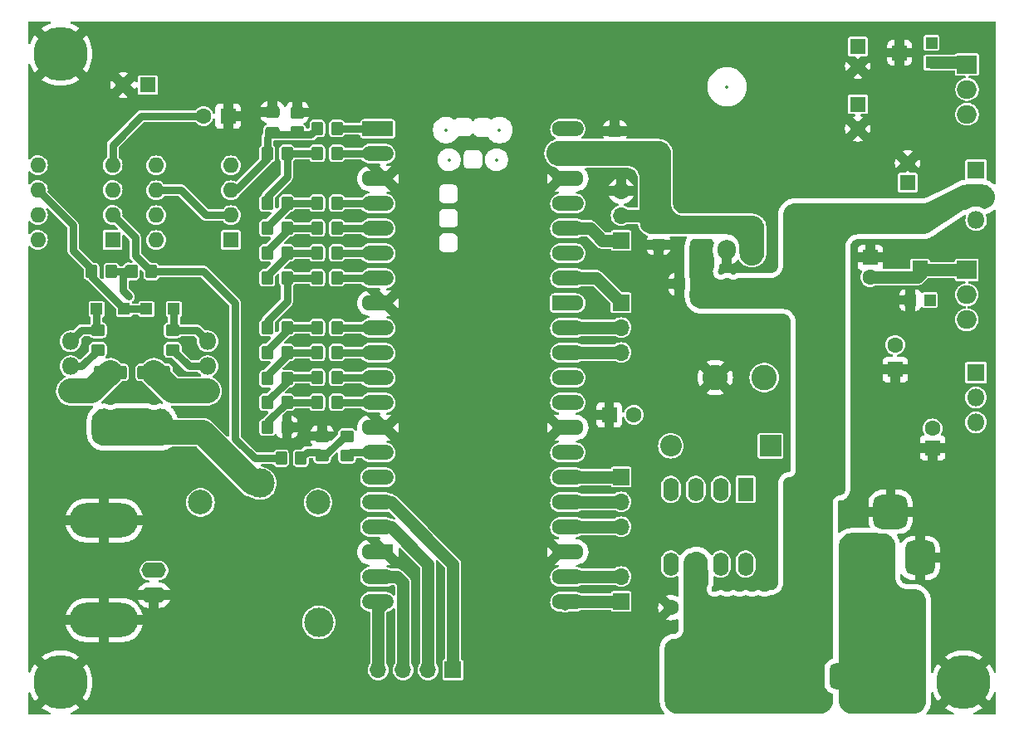
<source format=gtl>
%TF.GenerationSoftware,KiCad,Pcbnew,8.0.1*%
%TF.CreationDate,2024-05-10T19:46:58+02:00*%
%TF.ProjectId,SiganlGen,53696761-6e6c-4476-956e-2e6b69636164,rev?*%
%TF.SameCoordinates,Original*%
%TF.FileFunction,Copper,L1,Top*%
%TF.FilePolarity,Positive*%
%FSLAX46Y46*%
G04 Gerber Fmt 4.6, Leading zero omitted, Abs format (unit mm)*
G04 Created by KiCad (PCBNEW 8.0.1) date 2024-05-10 19:46:58*
%MOMM*%
%LPD*%
G01*
G04 APERTURE LIST*
G04 Aperture macros list*
%AMRoundRect*
0 Rectangle with rounded corners*
0 $1 Rounding radius*
0 $2 $3 $4 $5 $6 $7 $8 $9 X,Y pos of 4 corners*
0 Add a 4 corners polygon primitive as box body*
4,1,4,$2,$3,$4,$5,$6,$7,$8,$9,$2,$3,0*
0 Add four circle primitives for the rounded corners*
1,1,$1+$1,$2,$3*
1,1,$1+$1,$4,$5*
1,1,$1+$1,$6,$7*
1,1,$1+$1,$8,$9*
0 Add four rect primitives between the rounded corners*
20,1,$1+$1,$2,$3,$4,$5,0*
20,1,$1+$1,$4,$5,$6,$7,0*
20,1,$1+$1,$6,$7,$8,$9,0*
20,1,$1+$1,$8,$9,$2,$3,0*%
%AMFreePoly0*
4,1,28,0.178017,0.779942,0.347107,0.720775,0.498792,0.625465,0.625465,0.498792,0.720775,0.347107,0.779942,0.178017,0.800000,0.000000,0.779942,-0.178017,0.720775,-0.347107,0.625465,-0.498792,0.498792,-0.625465,0.347107,-0.720775,0.178017,-0.779942,0.000000,-0.800000,-2.200000,-0.800000,-2.205014,-0.794986,-2.244504,-0.794986,-2.324698,-0.756366,-2.380194,-0.686777,-2.400000,-0.600000,
-2.400000,0.600000,-2.380194,0.686777,-2.324698,0.756366,-2.244504,0.794986,-2.205014,0.794986,-2.200000,0.800000,0.000000,0.800000,0.178017,0.779942,0.178017,0.779942,$1*%
%AMFreePoly1*
4,1,28,0.605014,0.794986,0.644504,0.794986,0.724698,0.756366,0.780194,0.686777,0.800000,0.600000,0.800000,-0.600000,0.780194,-0.686777,0.724698,-0.756366,0.644504,-0.794986,0.605014,-0.794986,0.600000,-0.800000,0.000000,-0.800000,-0.178017,-0.779942,-0.347107,-0.720775,-0.498792,-0.625465,-0.625465,-0.498792,-0.720775,-0.347107,-0.779942,-0.178017,-0.800000,0.000000,-0.779942,0.178017,
-0.720775,0.347107,-0.625465,0.498792,-0.498792,0.625465,-0.347107,0.720775,-0.178017,0.779942,0.000000,0.800000,0.600000,0.800000,0.605014,0.794986,0.605014,0.794986,$1*%
%AMFreePoly2*
4,1,29,0.605014,0.794986,0.644504,0.794986,0.724698,0.756366,0.780194,0.686777,0.800000,0.600000,0.800000,-0.600000,0.780194,-0.686777,0.724698,-0.756366,0.644504,-0.794986,0.605014,-0.794986,0.600000,-0.800000,0.000000,-0.800000,-1.600000,-0.800000,-1.778017,-0.779942,-1.947107,-0.720775,-2.098792,-0.625465,-2.225465,-0.498792,-2.320775,-0.347107,-2.379942,-0.178017,-2.400000,0.000000,
-2.379942,0.178017,-2.320775,0.347107,-2.225465,0.498792,-2.098792,0.625465,-1.947107,0.720775,-1.778017,0.779942,-1.600000,0.800000,0.600000,0.800000,0.605014,0.794986,0.605014,0.794986,$1*%
%AMFreePoly3*
4,1,28,0.178017,0.779942,0.347107,0.720775,0.498792,0.625465,0.625465,0.498792,0.720775,0.347107,0.779942,0.178017,0.800000,0.000000,0.779942,-0.178017,0.720775,-0.347107,0.625465,-0.498792,0.498792,-0.625465,0.347107,-0.720775,0.178017,-0.779942,0.000000,-0.800000,-0.600000,-0.800000,-0.605014,-0.794986,-0.644504,-0.794986,-0.724698,-0.756366,-0.780194,-0.686777,-0.800000,-0.600000,
-0.800000,0.600000,-0.780194,0.686777,-0.724698,0.756366,-0.644504,0.794986,-0.605014,0.794986,-0.600000,0.800000,0.000000,0.800000,0.178017,0.779942,0.178017,0.779942,$1*%
%AMFreePoly4*
4,1,29,1.778017,0.779942,1.947107,0.720775,2.098792,0.625465,2.225465,0.498792,2.320775,0.347107,2.379942,0.178017,2.400000,0.000000,2.379942,-0.178017,2.320775,-0.347107,2.225465,-0.498792,2.098792,-0.625465,1.947107,-0.720775,1.778017,-0.779942,1.600000,-0.800000,0.000000,-0.800000,-0.600000,-0.800000,-0.605014,-0.794986,-0.644504,-0.794986,-0.724698,-0.756366,-0.780194,-0.686777,
-0.800000,-0.600000,-0.800000,0.600000,-0.780194,0.686777,-0.724698,0.756366,-0.644504,0.794986,-0.605014,0.794986,-0.600000,0.800000,1.600000,0.800000,1.778017,0.779942,1.778017,0.779942,$1*%
G04 Aperture macros list end*
%TA.AperFunction,SMDPad,CuDef*%
%ADD10RoundRect,0.250000X0.350000X0.450000X-0.350000X0.450000X-0.350000X-0.450000X0.350000X-0.450000X0*%
%TD*%
%TA.AperFunction,SMDPad,CuDef*%
%ADD11RoundRect,0.250000X-0.350000X-0.450000X0.350000X-0.450000X0.350000X0.450000X-0.350000X0.450000X0*%
%TD*%
%TA.AperFunction,SMDPad,CuDef*%
%ADD12RoundRect,0.249999X-1.425001X0.450001X-1.425001X-0.450001X1.425001X-0.450001X1.425001X0.450001X0*%
%TD*%
%TA.AperFunction,ComponentPad*%
%ADD13R,1.600000X1.600000*%
%TD*%
%TA.AperFunction,ComponentPad*%
%ADD14C,1.600000*%
%TD*%
%TA.AperFunction,SMDPad,CuDef*%
%ADD15RoundRect,0.250000X0.475000X-0.337500X0.475000X0.337500X-0.475000X0.337500X-0.475000X-0.337500X0*%
%TD*%
%TA.AperFunction,ComponentPad*%
%ADD16R,1.800000X1.800000*%
%TD*%
%TA.AperFunction,ComponentPad*%
%ADD17O,1.800000X1.800000*%
%TD*%
%TA.AperFunction,ComponentPad*%
%ADD18R,1.700000X1.700000*%
%TD*%
%TA.AperFunction,ComponentPad*%
%ADD19O,1.700000X1.700000*%
%TD*%
%TA.AperFunction,ComponentPad*%
%ADD20O,1.600000X1.600000*%
%TD*%
%TA.AperFunction,ComponentPad*%
%ADD21RoundRect,0.200000X-0.600000X-0.600000X0.600000X-0.600000X0.600000X0.600000X-0.600000X0.600000X0*%
%TD*%
%TA.AperFunction,SMDPad,CuDef*%
%ADD22FreePoly0,0.000000*%
%TD*%
%TA.AperFunction,SMDPad,CuDef*%
%ADD23RoundRect,0.800000X-0.800000X-0.000010X0.800000X-0.000010X0.800000X0.000010X-0.800000X0.000010X0*%
%TD*%
%TA.AperFunction,ComponentPad*%
%ADD24FreePoly1,0.000000*%
%TD*%
%TA.AperFunction,SMDPad,CuDef*%
%ADD25FreePoly2,0.000000*%
%TD*%
%TA.AperFunction,ComponentPad*%
%ADD26FreePoly3,0.000000*%
%TD*%
%TA.AperFunction,SMDPad,CuDef*%
%ADD27FreePoly4,0.000000*%
%TD*%
%TA.AperFunction,ComponentPad*%
%ADD28R,1.905000X2.000000*%
%TD*%
%TA.AperFunction,ComponentPad*%
%ADD29O,1.905000X2.000000*%
%TD*%
%TA.AperFunction,ComponentPad*%
%ADD30C,5.500000*%
%TD*%
%TA.AperFunction,SMDPad,CuDef*%
%ADD31RoundRect,0.250000X-0.475000X0.337500X-0.475000X-0.337500X0.475000X-0.337500X0.475000X0.337500X0*%
%TD*%
%TA.AperFunction,SMDPad,CuDef*%
%ADD32RoundRect,0.250000X-0.450000X0.350000X-0.450000X-0.350000X0.450000X-0.350000X0.450000X0.350000X0*%
%TD*%
%TA.AperFunction,ComponentPad*%
%ADD33R,2.200000X2.200000*%
%TD*%
%TA.AperFunction,ComponentPad*%
%ADD34O,2.200000X2.200000*%
%TD*%
%TA.AperFunction,SMDPad,CuDef*%
%ADD35R,1.200000X1.200000*%
%TD*%
%TA.AperFunction,ComponentPad*%
%ADD36RoundRect,0.675000X0.675000X0.675000X-0.675000X0.675000X-0.675000X-0.675000X0.675000X-0.675000X0*%
%TD*%
%TA.AperFunction,ComponentPad*%
%ADD37C,2.700000*%
%TD*%
%TA.AperFunction,ComponentPad*%
%ADD38O,2.500000X1.600000*%
%TD*%
%TA.AperFunction,ComponentPad*%
%ADD39O,7.000000X3.500000*%
%TD*%
%TA.AperFunction,ComponentPad*%
%ADD40R,2.000000X1.905000*%
%TD*%
%TA.AperFunction,ComponentPad*%
%ADD41O,2.000000X1.905000*%
%TD*%
%TA.AperFunction,SMDPad,CuDef*%
%ADD42RoundRect,0.250000X0.450000X-0.350000X0.450000X0.350000X-0.450000X0.350000X-0.450000X-0.350000X0*%
%TD*%
%TA.AperFunction,SMDPad,CuDef*%
%ADD43R,1.500000X1.600000*%
%TD*%
%TA.AperFunction,ComponentPad*%
%ADD44R,3.500000X3.500000*%
%TD*%
%TA.AperFunction,ComponentPad*%
%ADD45RoundRect,0.750000X0.750000X1.000000X-0.750000X1.000000X-0.750000X-1.000000X0.750000X-1.000000X0*%
%TD*%
%TA.AperFunction,ComponentPad*%
%ADD46RoundRect,0.875000X0.875000X0.875000X-0.875000X0.875000X-0.875000X-0.875000X0.875000X-0.875000X0*%
%TD*%
%TA.AperFunction,ComponentPad*%
%ADD47R,1.600000X2.400000*%
%TD*%
%TA.AperFunction,ComponentPad*%
%ADD48O,1.600000X2.400000*%
%TD*%
%TA.AperFunction,SMDPad,CuDef*%
%ADD49RoundRect,0.250000X0.337500X0.475000X-0.337500X0.475000X-0.337500X-0.475000X0.337500X-0.475000X0*%
%TD*%
%TA.AperFunction,SMDPad,CuDef*%
%ADD50RoundRect,0.249999X1.425001X-0.450001X1.425001X0.450001X-1.425001X0.450001X-1.425001X-0.450001X0*%
%TD*%
%TA.AperFunction,ComponentPad*%
%ADD51C,2.600000*%
%TD*%
%TA.AperFunction,ComponentPad*%
%ADD52C,3.000000*%
%TD*%
%TA.AperFunction,ComponentPad*%
%ADD53C,2.500000*%
%TD*%
%TA.AperFunction,SMDPad,CuDef*%
%ADD54R,1.600000X1.500000*%
%TD*%
%TA.AperFunction,ViaPad*%
%ADD55C,0.600000*%
%TD*%
%TA.AperFunction,Conductor*%
%ADD56C,1.250000*%
%TD*%
%TA.AperFunction,Conductor*%
%ADD57C,0.800000*%
%TD*%
%TA.AperFunction,Conductor*%
%ADD58C,0.750000*%
%TD*%
%TA.AperFunction,Conductor*%
%ADD59C,2.540000*%
%TD*%
%ADD60C,0.300000*%
%ADD61C,0.350000*%
%ADD62O,1.000000X3.000000*%
%ADD63O,3.000000X1.000000*%
G04 APERTURE END LIST*
D10*
%TO.P,R28,1*%
%TO.N,Net-(R19-Pad1)*%
X138652000Y-71120000D03*
%TO.P,R28,2*%
%TO.N,Net-(R18-Pad1)*%
X136652000Y-71120000D03*
%TD*%
D11*
%TO.P,R41,1*%
%TO.N,Net-(D8-K)*%
X118745000Y-57785000D03*
%TO.P,R41,2*%
%TO.N,/Output Stage/AMP_OUT*%
X120745000Y-57785000D03*
%TD*%
D12*
%TO.P,R43,1*%
%TO.N,Net-(Q5-E)*%
X125095000Y-68070000D03*
%TO.P,R43,2*%
%TO.N,/Output Stage/AMP_OUT*%
X125095000Y-74170000D03*
%TD*%
D13*
%TO.P,C6,1*%
%TO.N,GND*%
X171504887Y-72390000D03*
D14*
%TO.P,C6,2*%
%TO.N,-12V*%
X174004887Y-72390000D03*
%TD*%
D15*
%TO.P,C15,1*%
%TO.N,/Output Stage/DAC_OUT*%
X137160000Y-43582500D03*
%TO.P,C15,2*%
%TO.N,GND*%
X137160000Y-41507500D03*
%TD*%
D10*
%TO.P,R20,1*%
%TO.N,Net-(R11-Pad1)*%
X138652000Y-45720000D03*
%TO.P,R20,2*%
%TO.N,/Output Stage/DAC_OUT*%
X136652000Y-45720000D03*
%TD*%
D16*
%TO.P,Q4,1,E*%
%TO.N,Net-(Q4-E)*%
X116580000Y-69975000D03*
D17*
%TO.P,Q4,2,C*%
%TO.N,+10V*%
X116580000Y-67435000D03*
%TO.P,Q4,3,B*%
%TO.N,Net-(D8-A)*%
X116580000Y-64895000D03*
%TD*%
D18*
%TO.P,J3,1,Pin_1*%
%TO.N,/MUX0*%
X155575000Y-98425000D03*
D19*
%TO.P,J3,2,Pin_2*%
%TO.N,/MUX1*%
X153035000Y-98425000D03*
%TO.P,J3,3,Pin_3*%
%TO.N,/MUX2*%
X150495000Y-98425000D03*
%TO.P,J3,4,Pin_4*%
%TO.N,/MUX3*%
X147955000Y-98425000D03*
%TD*%
D13*
%TO.P,U6,1,BAL1*%
%TO.N,unconnected-(U6-BAL1-Pad1)*%
X132937500Y-54549800D03*
D20*
%TO.P,U6,2,-*%
%TO.N,Net-(U6--)*%
X132937500Y-52009800D03*
%TO.P,U6,3,+*%
%TO.N,/Output Stage/DAC_OUT*%
X132937500Y-49469800D03*
%TO.P,U6,4,V-*%
%TO.N,-10V*%
X132937500Y-46929800D03*
%TO.P,U6,5,BAL3*%
%TO.N,unconnected-(U6-BAL3-Pad5)*%
X125317500Y-46929800D03*
%TO.P,U6,6*%
%TO.N,Net-(U6--)*%
X125317500Y-49469800D03*
%TO.P,U6,7,V+*%
%TO.N,+10V*%
X125317500Y-52009800D03*
%TO.P,U6,8,BAL2*%
%TO.N,unconnected-(U6-BAL2-Pad8)*%
X125317500Y-54549800D03*
%TD*%
D10*
%TO.P,R21,1*%
%TO.N,Net-(R12-Pad1)*%
X138652000Y-50800000D03*
%TO.P,R21,2*%
%TO.N,Net-(R11-Pad1)*%
X136652000Y-50800000D03*
%TD*%
D11*
%TO.P,R12,1*%
%TO.N,Net-(R12-Pad1)*%
X141748000Y-50800000D03*
%TO.P,R12,2*%
%TO.N,/DAC2*%
X143748000Y-50800000D03*
%TD*%
D18*
%TO.P,J5,1,Pin_1*%
%TO.N,/ENC.CLK*%
X172720000Y-78740000D03*
D19*
%TO.P,J5,2,Pin_2*%
%TO.N,/ENC.DT*%
X172720000Y-81280000D03*
%TO.P,J5,3,Pin_3*%
%TO.N,/ENC.SW*%
X172720000Y-83820000D03*
%TD*%
D18*
%TO.P,J6,1,Pin_1*%
%TO.N,/UI.OUT0*%
X172720000Y-60960000D03*
D19*
%TO.P,J6,2,Pin_2*%
%TO.N,/UI.OUT1*%
X172720000Y-63500000D03*
%TO.P,J6,3,Pin_3*%
%TO.N,/UI.IN0*%
X172720000Y-66040000D03*
%TD*%
D21*
%TO.P,U1,1,GPIO0*%
%TO.N,/DAC0*%
X148710000Y-43207500D03*
D22*
X148710000Y-43207500D03*
D14*
%TO.P,U1,2,GPIO1*%
%TO.N,/DAC1*%
X148710000Y-45747500D03*
D23*
X147910000Y-45747500D03*
D24*
%TO.P,U1,3,GND*%
%TO.N,GND*%
X148710000Y-48287500D03*
D25*
X148710000Y-48287500D03*
D14*
%TO.P,U1,4,GPIO2*%
%TO.N,/DAC2*%
X148710000Y-50827500D03*
D23*
X147910000Y-50827500D03*
D14*
%TO.P,U1,5,GPIO3*%
%TO.N,/DAC3*%
X148710000Y-53367500D03*
D23*
X147910000Y-53367500D03*
D14*
%TO.P,U1,6,GPIO4*%
%TO.N,/DAC4*%
X148710000Y-55907500D03*
D23*
X147910000Y-55907500D03*
D14*
%TO.P,U1,7,GPIO5*%
%TO.N,/DAC5*%
X148710000Y-58447500D03*
D23*
X147910000Y-58447500D03*
D24*
%TO.P,U1,8,GND*%
%TO.N,GND*%
X148710000Y-60987500D03*
D25*
X148710000Y-60987500D03*
D14*
%TO.P,U1,9,GPIO6*%
%TO.N,/DAC6*%
X148710000Y-63527500D03*
D23*
X147910000Y-63527500D03*
D14*
%TO.P,U1,10,GPIO7*%
%TO.N,/DAC7*%
X148710000Y-66067500D03*
D23*
X147910000Y-66067500D03*
D14*
%TO.P,U1,11,GPIO8*%
%TO.N,/DAC8*%
X148710000Y-68607500D03*
D23*
X147910000Y-68607500D03*
D14*
%TO.P,U1,12,GPIO9*%
%TO.N,/DAC9*%
X148710000Y-71147500D03*
D23*
X147910000Y-71147500D03*
D24*
%TO.P,U1,13,GND*%
%TO.N,GND*%
X148710000Y-73687500D03*
D25*
X148710000Y-73687500D03*
D14*
%TO.P,U1,14,GPIO10*%
%TO.N,/Output Stage/3.3Sig*%
X148710000Y-76227500D03*
D23*
X147910000Y-76227500D03*
D14*
%TO.P,U1,15,GPIO11*%
%TO.N,/Output Stage/OUT_EN*%
X148710000Y-78767500D03*
D23*
X147910000Y-78767500D03*
D14*
%TO.P,U1,16,GPIO12*%
%TO.N,/MUX0*%
X148710000Y-81307500D03*
D23*
X147910000Y-81307500D03*
D14*
%TO.P,U1,17,GPIO13*%
%TO.N,/MUX1*%
X148710000Y-83847500D03*
D23*
X147910000Y-83847500D03*
D24*
%TO.P,U1,18,GND*%
%TO.N,GND*%
X148710000Y-86387500D03*
D25*
X148710000Y-86387500D03*
D14*
%TO.P,U1,19,GPIO14*%
%TO.N,/MUX2*%
X148710000Y-88927500D03*
D23*
X147910000Y-88927500D03*
D14*
%TO.P,U1,20,GPIO15*%
%TO.N,/MUX3*%
X148710000Y-91467500D03*
D23*
X147910000Y-91467500D03*
D14*
%TO.P,U1,21,GPIO16*%
%TO.N,/LCD.SDA*%
X166490000Y-91467500D03*
D23*
X167290000Y-91467500D03*
D14*
%TO.P,U1,22,GPIO17*%
%TO.N,/LCD.SCL*%
X166490000Y-88927500D03*
D23*
X167290000Y-88927500D03*
D26*
%TO.P,U1,23,GND*%
%TO.N,GND*%
X166490000Y-86387500D03*
D27*
X166490000Y-86387500D03*
D14*
%TO.P,U1,24,GPIO18*%
%TO.N,/ENC.SW*%
X166490000Y-83847500D03*
D23*
X167290000Y-83847500D03*
D14*
%TO.P,U1,25,GPIO19*%
%TO.N,/ENC.DT*%
X166490000Y-81307500D03*
D23*
X167290000Y-81307500D03*
D14*
%TO.P,U1,26,GPIO20*%
%TO.N,/ENC.CLK*%
X166490000Y-78767500D03*
D23*
X167290000Y-78767500D03*
D14*
%TO.P,U1,27,GPIO21*%
%TO.N,unconnected-(U1-GPIO21-Pad27)_0*%
X166490000Y-76227500D03*
D23*
%TO.N,unconnected-(U1-GPIO21-Pad27)*%
X167290000Y-76227500D03*
D26*
%TO.P,U1,28,GND*%
%TO.N,GND*%
X166490000Y-73687500D03*
D27*
X166490000Y-73687500D03*
D14*
%TO.P,U1,29,GPIO22*%
%TO.N,unconnected-(U1-GPIO22-Pad29)_0*%
X166490000Y-71147500D03*
D23*
%TO.N,unconnected-(U1-GPIO22-Pad29)*%
X167290000Y-71147500D03*
D14*
%TO.P,U1,30,RUN*%
%TO.N,unconnected-(U1-RUN-Pad30)*%
X166490000Y-68607500D03*
D23*
%TO.N,unconnected-(U1-RUN-Pad30)_0*%
X167290000Y-68607500D03*
D14*
%TO.P,U1,31,GPIO26_ADC0*%
%TO.N,/UI.IN0*%
X166490000Y-66067500D03*
D23*
X167290000Y-66067500D03*
D14*
%TO.P,U1,32,GPIO27_ADC1*%
%TO.N,/UI.OUT1*%
X166490000Y-63527500D03*
D23*
X167290000Y-63527500D03*
D26*
%TO.P,U1,33,AGND*%
%TO.N,unconnected-(U1-AGND-Pad33)_0*%
X166490000Y-60987500D03*
D27*
%TO.N,unconnected-(U1-AGND-Pad33)*%
X166490000Y-60987500D03*
D14*
%TO.P,U1,34,GPIO28_ADC2*%
%TO.N,/UI.OUT0*%
X166490000Y-58447500D03*
D23*
X167290000Y-58447500D03*
D14*
%TO.P,U1,35,ADC_VREF*%
%TO.N,unconnected-(U1-ADC_VREF-Pad35)*%
X166490000Y-55907500D03*
D23*
%TO.N,unconnected-(U1-ADC_VREF-Pad35)_0*%
X167290000Y-55907500D03*
D14*
%TO.P,U1,36,3V3*%
%TO.N,+3V3*%
X166490000Y-53367500D03*
D23*
X167290000Y-53367500D03*
D14*
%TO.P,U1,37,3V3_EN*%
%TO.N,unconnected-(U1-3V3_EN-Pad37)*%
X166490000Y-50827500D03*
D23*
%TO.N,unconnected-(U1-3V3_EN-Pad37)_0*%
X167290000Y-50827500D03*
D26*
%TO.P,U1,38,GND*%
%TO.N,GND*%
X166490000Y-48287500D03*
D27*
X166490000Y-48287500D03*
D14*
%TO.P,U1,39,VSYS*%
%TO.N,+5V*%
X166490000Y-45747500D03*
D23*
X167290000Y-45747500D03*
D14*
%TO.P,U1,40,VBUS*%
%TO.N,unconnected-(U1-VBUS-Pad40)*%
X166490000Y-43207500D03*
D23*
%TO.N,unconnected-(U1-VBUS-Pad40)_0*%
X167290000Y-43207500D03*
%TD*%
D10*
%TO.P,R23,1*%
%TO.N,Net-(R14-Pad1)*%
X138652000Y-55880000D03*
%TO.P,R23,2*%
%TO.N,Net-(R13-Pad1)*%
X136652000Y-55880000D03*
%TD*%
D28*
%TO.P,U3,1,VI*%
%TO.N,+12V*%
X180975000Y-55585000D03*
D29*
%TO.P,U3,2,GND*%
%TO.N,GND*%
X183515000Y-55585000D03*
%TO.P,U3,3,VO*%
%TO.N,+5V*%
X186055000Y-55585000D03*
%TD*%
D16*
%TO.P,Q1,1,E*%
%TO.N,Net-(D4-K)*%
X208915000Y-47447556D03*
D17*
%TO.P,Q1,2,C*%
%TO.N,+12V*%
X208915000Y-49987556D03*
%TO.P,Q1,3,B*%
%TO.N,Net-(Q1-B)*%
X208915000Y-52527556D03*
%TD*%
D30*
%TO.P,REF\u002A\u002A,1*%
%TO.N,GND*%
X115570000Y-35560000D03*
%TD*%
D31*
%TO.P,C5,1*%
%TO.N,+5V*%
X176530000Y-52937500D03*
%TO.P,C5,2*%
%TO.N,GND*%
X176530000Y-55012500D03*
%TD*%
D30*
%TO.P,REF\u002A\u002A,1*%
%TO.N,GND*%
X115570000Y-99695000D03*
%TD*%
D32*
%TO.P,R31,1*%
%TO.N,GND*%
X142240000Y-74565000D03*
%TO.P,R31,2*%
%TO.N,Net-(R30-Pad1)*%
X142240000Y-76565000D03*
%TD*%
D18*
%TO.P,J7,1,Pin_1*%
%TO.N,+3V3*%
X172720000Y-54610000D03*
D19*
%TO.P,J7,2,Pin_2*%
%TO.N,+5V*%
X172720000Y-52070000D03*
%TO.P,J7,3,Pin_3*%
%TO.N,GND*%
X172720000Y-49530000D03*
%TD*%
D33*
%TO.P,D2,1,K*%
%TO.N,Net-(D2-K)*%
X187950000Y-75555000D03*
D34*
%TO.P,D2,2,A*%
%TO.N,-12V*%
X177790000Y-75555000D03*
%TD*%
D13*
%TO.P,C22,1*%
%TO.N,+10V*%
X124460000Y-38735000D03*
D14*
%TO.P,C22,2*%
%TO.N,GND*%
X121960000Y-38735000D03*
%TD*%
D35*
%TO.P,D9,1,K*%
%TO.N,Net-(D9-K)*%
X127130000Y-61595000D03*
%TO.P,D9,2,A*%
%TO.N,Net-(D8-K)*%
X124330000Y-61595000D03*
%TD*%
D13*
%TO.P,C7,1*%
%TO.N,Net-(Q1-B)*%
X201930000Y-48717556D03*
D14*
%TO.P,C7,2*%
%TO.N,GND*%
X201930000Y-46717556D03*
%TD*%
D11*
%TO.P,R16,1*%
%TO.N,Net-(R16-Pad1)*%
X141748000Y-63500000D03*
%TO.P,R16,2*%
%TO.N,/DAC6*%
X143748000Y-63500000D03*
%TD*%
D35*
%TO.P,D8,1,K*%
%TO.N,Net-(D8-K)*%
X122050000Y-61595000D03*
%TO.P,D8,2,A*%
%TO.N,Net-(D8-A)*%
X119250000Y-61595000D03*
%TD*%
D32*
%TO.P,R39,1*%
%TO.N,Net-(D8-A)*%
X119380000Y-63770000D03*
%TO.P,R39,2*%
%TO.N,+10V*%
X119380000Y-65770000D03*
%TD*%
D36*
%TO.P,F1,1*%
%TO.N,Net-(F1-Pad1)*%
X202055000Y-99060000D03*
X195295000Y-99060000D03*
D37*
%TO.P,F1,2*%
%TO.N,+12V*%
X185705000Y-99060000D03*
X178945000Y-99060000D03*
%TD*%
D32*
%TO.P,R30,1*%
%TO.N,Net-(R30-Pad1)*%
X144780000Y-74565000D03*
%TO.P,R30,2*%
%TO.N,/Output Stage/3.3Sig*%
X144780000Y-76565000D03*
%TD*%
D11*
%TO.P,R13,1*%
%TO.N,Net-(R13-Pad1)*%
X141748000Y-53340000D03*
%TO.P,R13,2*%
%TO.N,/DAC3*%
X143748000Y-53340000D03*
%TD*%
%TO.P,R14,1*%
%TO.N,Net-(R14-Pad1)*%
X141748000Y-55880000D03*
%TO.P,R14,2*%
%TO.N,/DAC4*%
X143748000Y-55880000D03*
%TD*%
D32*
%TO.P,R32,1*%
%TO.N,GND*%
X139700000Y-41545000D03*
%TO.P,R32,2*%
%TO.N,/Output Stage/DAC_OUT*%
X139700000Y-43545000D03*
%TD*%
D38*
%TO.P,J2,1,In*%
%TO.N,Net-(J2-In)*%
X125095000Y-88265000D03*
D39*
%TO.P,J2,2,Ext*%
%TO.N,GND*%
X120015000Y-93345000D03*
D38*
X125095000Y-90805000D03*
D39*
X120015000Y-83185000D03*
%TD*%
D40*
%TO.P,U5,1,ADJ*%
%TO.N,Net-(D6-K)*%
X207962500Y-57607556D03*
D41*
%TO.P,U5,2,VI*%
%TO.N,Net-(D3-A)*%
X207962500Y-60147556D03*
%TO.P,U5,3,VO*%
%TO.N,-10V*%
X207962500Y-62687556D03*
%TD*%
D40*
%TO.P,U4,1,ADJ*%
%TO.N,Net-(D5-A)*%
X207985000Y-36652556D03*
D41*
%TO.P,U4,2,VO*%
%TO.N,+10V*%
X207985000Y-39192556D03*
%TO.P,U4,3,VI*%
%TO.N,Net-(D4-K)*%
X207985000Y-41732556D03*
%TD*%
D42*
%TO.P,R40,1*%
%TO.N,-10V*%
X127000000Y-65770000D03*
%TO.P,R40,2*%
%TO.N,Net-(D9-K)*%
X127000000Y-63770000D03*
%TD*%
D35*
%TO.P,R6,1*%
%TO.N,Net-(D5-A)*%
X204365000Y-36446056D03*
D43*
%TO.P,R6,2*%
%TO.N,GND*%
X201115000Y-35446056D03*
D35*
%TO.P,R6,3*%
%TO.N,N/C*%
X204365000Y-34446056D03*
%TD*%
D44*
%TO.P,J1,1*%
%TO.N,Net-(F1-Pad1)*%
X197200000Y-86995000D03*
D45*
%TO.P,J1,2*%
%TO.N,GND*%
X203200000Y-86995000D03*
D46*
%TO.P,J1,3,MountPin*%
X200200000Y-82295000D03*
%TD*%
D13*
%TO.P,C8,1*%
%TO.N,GND*%
X204470000Y-75772556D03*
D14*
%TO.P,C8,2*%
%TO.N,Net-(Q2-B)*%
X204470000Y-73772556D03*
%TD*%
D15*
%TO.P,C1,1*%
%TO.N,+5V*%
X172085000Y-45487500D03*
%TO.P,C1,2*%
%TO.N,GND*%
X172085000Y-43412500D03*
%TD*%
D13*
%TO.P,C23,1*%
%TO.N,GND*%
X132650113Y-41910000D03*
D14*
%TO.P,C23,2*%
%TO.N,-10V*%
X130150113Y-41910000D03*
%TD*%
D11*
%TO.P,R18,1*%
%TO.N,Net-(R18-Pad1)*%
X141748000Y-68580000D03*
%TO.P,R18,2*%
%TO.N,/DAC8*%
X143748000Y-68580000D03*
%TD*%
D47*
%TO.P,U2,1,SwC*%
%TO.N,Net-(U2-DC)*%
X185410000Y-80010000D03*
D48*
%TO.P,U2,2,SwE*%
%TO.N,Net-(D2-K)*%
X182870000Y-80010000D03*
%TO.P,U2,3,TC*%
%TO.N,Net-(U2-TC)*%
X180330000Y-80010000D03*
%TO.P,U2,4,GND*%
%TO.N,-12V*%
X177790000Y-80010000D03*
%TO.P,U2,5,Vfb*%
%TO.N,Net-(U2-Vfb)*%
X177790000Y-87630000D03*
%TO.P,U2,6,Vin*%
%TO.N,+12V*%
X180330000Y-87630000D03*
%TO.P,U2,7,Ipk*%
%TO.N,Net-(U2-DC)*%
X182870000Y-87630000D03*
%TO.P,U2,8,DC*%
X185410000Y-87630000D03*
%TD*%
D13*
%TO.P,C13,1*%
%TO.N,+10V*%
X196850000Y-40704888D03*
D14*
%TO.P,C13,2*%
%TO.N,GND*%
X196850000Y-43204888D03*
%TD*%
D10*
%TO.P,R22,1*%
%TO.N,Net-(R13-Pad1)*%
X138652000Y-53340000D03*
%TO.P,R22,2*%
%TO.N,Net-(R12-Pad1)*%
X136652000Y-53340000D03*
%TD*%
D16*
%TO.P,Q5,1,E*%
%TO.N,Net-(Q5-E)*%
X130550000Y-69975000D03*
D17*
%TO.P,Q5,2,C*%
%TO.N,-10V*%
X130550000Y-67435000D03*
%TO.P,Q5,3,B*%
%TO.N,Net-(D9-K)*%
X130550000Y-64895000D03*
%TD*%
D13*
%TO.P,C2,1*%
%TO.N,+12V*%
X180290000Y-92065000D03*
D14*
%TO.P,C2,2*%
%TO.N,GND*%
X177790000Y-92065000D03*
%TD*%
D10*
%TO.P,R29,1*%
%TO.N,GND*%
X138652000Y-73660000D03*
%TO.P,R29,2*%
%TO.N,Net-(R19-Pad1)*%
X136652000Y-73660000D03*
%TD*%
%TO.P,R24,1*%
%TO.N,Net-(R15-Pad1)*%
X138652000Y-58420000D03*
%TO.P,R24,2*%
%TO.N,Net-(R14-Pad1)*%
X136652000Y-58420000D03*
%TD*%
D49*
%TO.P,C4,1*%
%TO.N,+12V*%
X180742500Y-59055000D03*
%TO.P,C4,2*%
%TO.N,GND*%
X178667500Y-59055000D03*
%TD*%
D11*
%TO.P,R11,1*%
%TO.N,Net-(R11-Pad1)*%
X141748000Y-45720000D03*
%TO.P,R11,2*%
%TO.N,/DAC1*%
X143748000Y-45720000D03*
%TD*%
D13*
%TO.P,U7,1,BAL1*%
%TO.N,unconnected-(U7-BAL1-Pad1)*%
X120882500Y-54539800D03*
D20*
%TO.P,U7,2,-*%
%TO.N,Net-(U7--)*%
X120882500Y-51999800D03*
%TO.P,U7,3,+*%
%TO.N,Net-(U7-+)*%
X120882500Y-49459800D03*
%TO.P,U7,4,V-*%
%TO.N,-10V*%
X120882500Y-46919800D03*
%TO.P,U7,5,BAL3*%
%TO.N,unconnected-(U7-BAL3-Pad5)*%
X113262500Y-46919800D03*
%TO.P,U7,6*%
%TO.N,Net-(D8-K)*%
X113262500Y-49459800D03*
%TO.P,U7,7,V+*%
%TO.N,+10V*%
X113262500Y-51999800D03*
%TO.P,U7,8,BAL2*%
%TO.N,unconnected-(U7-BAL2-Pad8)*%
X113262500Y-54539800D03*
%TD*%
D18*
%TO.P,J4,1,Pin_1*%
%TO.N,/LCD.SDA*%
X172720000Y-91440000D03*
D19*
%TO.P,J4,2,Pin_2*%
%TO.N,/LCD.SCL*%
X172720000Y-88900000D03*
%TD*%
D50*
%TO.P,R42,1*%
%TO.N,/Output Stage/AMP_OUT*%
X120650000Y-74170000D03*
%TO.P,R42,2*%
%TO.N,Net-(Q4-E)*%
X120650000Y-68070000D03*
%TD*%
D11*
%TO.P,R15,1*%
%TO.N,Net-(R15-Pad1)*%
X141748000Y-58420000D03*
%TO.P,R15,2*%
%TO.N,/DAC5*%
X143748000Y-58420000D03*
%TD*%
%TO.P,R19,1*%
%TO.N,Net-(R19-Pad1)*%
X141748000Y-71120000D03*
%TO.P,R19,2*%
%TO.N,/DAC9*%
X143748000Y-71120000D03*
%TD*%
D30*
%TO.P,REF\u002A\u002A,1*%
%TO.N,GND*%
X207645000Y-99695000D03*
%TD*%
D13*
%TO.P,C12,1*%
%TO.N,GND*%
X198120000Y-56337556D03*
D14*
%TO.P,C12,2*%
%TO.N,Net-(D6-K)*%
X198120000Y-58337556D03*
%TD*%
D51*
%TO.P,L1,1,1*%
%TO.N,Net-(D2-K)*%
X187315000Y-68580000D03*
%TO.P,L1,2,2*%
%TO.N,GND*%
X182315000Y-68580000D03*
%TD*%
D52*
%TO.P,K1,13*%
%TO.N,/Output Stage/AMP_OUT*%
X135890000Y-79375000D03*
%TO.P,K1,14*%
%TO.N,Net-(K1-Pad14)*%
X141890000Y-93575000D03*
D53*
%TO.P,K1,A1*%
%TO.N,+5V*%
X129840000Y-81325000D03*
%TO.P,K1,A2*%
%TO.N,Net-(D7-A)*%
X141840000Y-81325000D03*
%TD*%
D10*
%TO.P,R38,1*%
%TO.N,Net-(U7--)*%
X124825000Y-57785000D03*
%TO.P,R38,2*%
%TO.N,/Output Stage/AMP_OUT*%
X122825000Y-57785000D03*
%TD*%
D13*
%TO.P,C11,1*%
%TO.N,Net-(D5-A)*%
X196850000Y-34811056D03*
D14*
%TO.P,C11,2*%
%TO.N,GND*%
X196850000Y-36811056D03*
%TD*%
D10*
%TO.P,R26,1*%
%TO.N,Net-(R17-Pad1)*%
X138652000Y-66040000D03*
%TO.P,R26,2*%
%TO.N,Net-(R16-Pad1)*%
X136652000Y-66040000D03*
%TD*%
D11*
%TO.P,R10,1*%
%TO.N,/Output Stage/DAC_OUT*%
X141748000Y-43180000D03*
%TO.P,R10,2*%
%TO.N,/DAC0*%
X143748000Y-43180000D03*
%TD*%
D10*
%TO.P,R27,1*%
%TO.N,Net-(R18-Pad1)*%
X138652000Y-68707000D03*
%TO.P,R27,2*%
%TO.N,Net-(R17-Pad1)*%
X136652000Y-68707000D03*
%TD*%
D11*
%TO.P,R17,1*%
%TO.N,Net-(R17-Pad1)*%
X141748000Y-66040000D03*
%TO.P,R17,2*%
%TO.N,/DAC7*%
X143748000Y-66040000D03*
%TD*%
D13*
%TO.P,C14,1*%
%TO.N,GND*%
X200660000Y-67767556D03*
D14*
%TO.P,C14,2*%
%TO.N,-10V*%
X200660000Y-65267556D03*
%TD*%
D16*
%TO.P,Q2,1,E*%
%TO.N,Net-(D3-A)*%
X208907500Y-68085056D03*
D17*
%TO.P,Q2,2,C*%
%TO.N,-12V*%
X208907500Y-70625056D03*
%TO.P,Q2,3,B*%
%TO.N,Net-(Q2-B)*%
X208907500Y-73165056D03*
%TD*%
D10*
%TO.P,R25,1*%
%TO.N,Net-(R16-Pad1)*%
X138652000Y-63500000D03*
%TO.P,R25,2*%
%TO.N,Net-(R15-Pad1)*%
X136652000Y-63500000D03*
%TD*%
D35*
%TO.P,R7,1*%
%TO.N,GND*%
X202192500Y-60677556D03*
D54*
%TO.P,R7,2*%
%TO.N,Net-(D6-K)*%
X203192500Y-57427556D03*
D35*
%TO.P,R7,3*%
%TO.N,N/C*%
X204192500Y-60677556D03*
%TD*%
D11*
%TO.P,R34,1*%
%TO.N,Net-(U7--)*%
X138065000Y-76835000D03*
%TO.P,R34,2*%
%TO.N,Net-(R30-Pad1)*%
X140065000Y-76835000D03*
%TD*%
D55*
%TO.N,GND*%
X186690000Y-39370000D03*
X178435000Y-56515000D03*
X163195000Y-86995000D03*
X175260000Y-98425000D03*
X161925000Y-75565000D03*
X161925000Y-66675000D03*
X137795000Y-98425000D03*
X145415000Y-40005000D03*
X144145000Y-73025000D03*
X161925000Y-36195000D03*
X135255000Y-63500000D03*
X158750000Y-60325000D03*
X206375000Y-85725000D03*
X161925000Y-55245000D03*
X124460000Y-65405000D03*
X142875000Y-98425000D03*
X175260000Y-99695000D03*
X204470000Y-55245000D03*
X171450000Y-75565000D03*
X156845000Y-81915000D03*
X117475000Y-59690000D03*
X181610000Y-48260000D03*
X113030000Y-77470000D03*
X150495000Y-45085000D03*
X186690000Y-46990000D03*
X191770000Y-35560000D03*
X145415000Y-69850000D03*
X141605000Y-98425000D03*
X117475000Y-41910000D03*
X123825000Y-69850000D03*
X180340000Y-48260000D03*
X119380000Y-53975000D03*
X185420000Y-41910000D03*
X145415000Y-64770000D03*
X150495000Y-57785000D03*
X182880000Y-49530000D03*
X135255000Y-69850000D03*
X150495000Y-43815000D03*
X198120000Y-75565000D03*
X203835000Y-44450000D03*
X135255000Y-54610000D03*
X122555000Y-99695000D03*
X193040000Y-35560000D03*
X130175000Y-98425000D03*
X187960000Y-79375000D03*
X144145000Y-60325000D03*
X150495000Y-76835000D03*
X129540000Y-45085000D03*
X133350000Y-36195000D03*
X140335000Y-74295000D03*
X120650000Y-77470000D03*
X113030000Y-60960000D03*
X126365000Y-98425000D03*
X150495000Y-52705000D03*
X145415000Y-48895000D03*
X150495000Y-79375000D03*
X161925000Y-65405000D03*
X169545000Y-36195000D03*
X142875000Y-48895000D03*
X187960000Y-39370000D03*
X135255000Y-57150000D03*
X135255000Y-43789600D03*
X137160000Y-36195000D03*
X145415000Y-73025000D03*
X135255000Y-73660000D03*
X115570000Y-77470000D03*
X181610000Y-41910000D03*
X186690000Y-44450000D03*
X150495000Y-69215000D03*
X113030000Y-67310000D03*
X185420000Y-45720000D03*
X125095000Y-71120000D03*
X152400000Y-36195000D03*
X145415000Y-85725000D03*
X145415000Y-67310000D03*
X140335000Y-73025000D03*
X135255000Y-68580000D03*
X124460000Y-59690000D03*
X203835000Y-81915000D03*
X139065000Y-75565000D03*
X205105000Y-83185000D03*
X142875000Y-47625000D03*
X187960000Y-87630000D03*
X186690000Y-41910000D03*
X184150000Y-50800000D03*
X113030000Y-59690000D03*
X141605000Y-60325000D03*
X178435000Y-55245000D03*
X183515000Y-66040000D03*
X158115000Y-36195000D03*
X129540000Y-53975000D03*
X153670000Y-55245000D03*
X152400000Y-55245000D03*
X163195000Y-76835000D03*
X135255000Y-52070000D03*
X125095000Y-43180000D03*
X128270000Y-59690000D03*
X187960000Y-53975000D03*
X135255000Y-42519600D03*
X150495000Y-65405000D03*
X180340000Y-49530000D03*
X198120000Y-78105000D03*
X187960000Y-55245000D03*
X113030000Y-62230000D03*
X150495000Y-67945000D03*
X135255000Y-74930000D03*
X198755000Y-68402556D03*
X113030000Y-76200000D03*
X196850000Y-73025000D03*
X142875000Y-36195000D03*
X117475000Y-48895000D03*
X182245000Y-71120000D03*
X179070000Y-48260000D03*
X146685000Y-36195000D03*
X208915000Y-88265000D03*
X196215000Y-48260000D03*
X178435000Y-60960000D03*
X198755000Y-67132556D03*
X177165000Y-60960000D03*
X145415000Y-54610000D03*
X128270000Y-38735000D03*
X140970000Y-36195000D03*
X170180000Y-75565000D03*
X140335000Y-47625000D03*
X128270000Y-45085000D03*
X191770000Y-46355000D03*
X173990000Y-98425000D03*
X127000000Y-40005000D03*
X140335000Y-57150000D03*
X150495000Y-46355000D03*
X191770000Y-34290000D03*
X145415000Y-86995000D03*
X137795000Y-75565000D03*
X130175000Y-77470000D03*
X113030000Y-68580000D03*
X150495000Y-61595000D03*
X116205000Y-40640000D03*
X180340000Y-46990000D03*
X118110000Y-77470000D03*
X147955000Y-40005000D03*
X150495000Y-73025000D03*
X182245000Y-66040000D03*
X184150000Y-43180000D03*
X152400000Y-56515000D03*
X123825000Y-99695000D03*
X156210000Y-36195000D03*
X186690000Y-40640000D03*
X207645000Y-88265000D03*
X170180000Y-43180000D03*
X135255000Y-36195000D03*
X150495000Y-42545000D03*
X121920000Y-69850000D03*
X145415000Y-60325000D03*
X120650000Y-65405000D03*
X180975000Y-66040000D03*
X171450000Y-86360000D03*
X173990000Y-99695000D03*
X139065000Y-98425000D03*
X184150000Y-41910000D03*
X156845000Y-51435000D03*
X156845000Y-50165000D03*
X129540000Y-37465000D03*
X132715000Y-98425000D03*
X180340000Y-50800000D03*
X116205000Y-59690000D03*
X140335000Y-48895000D03*
X125730000Y-77470000D03*
X154305000Y-36195000D03*
X150495000Y-55245000D03*
X140335000Y-52070000D03*
X145415000Y-52070000D03*
X135255000Y-46355000D03*
X144145000Y-61595000D03*
X163830000Y-36195000D03*
X113030000Y-71120000D03*
X140335000Y-67310000D03*
X139065000Y-40005000D03*
X171450000Y-36195000D03*
X156845000Y-70485000D03*
X153670000Y-66675000D03*
X135255000Y-49530000D03*
X158750000Y-81915000D03*
X196850000Y-79375000D03*
X145415000Y-83185000D03*
X142875000Y-89535000D03*
X113030000Y-64770000D03*
X145415000Y-89535000D03*
X150495000Y-41275000D03*
X124460000Y-77470000D03*
X136525000Y-75565000D03*
X150495000Y-60325000D03*
X153670000Y-56515000D03*
X180340000Y-39370000D03*
X203835000Y-80645000D03*
X158750000Y-50165000D03*
X139065000Y-36195000D03*
X145415000Y-97155000D03*
X135255000Y-45059600D03*
X203835000Y-83185000D03*
X177165000Y-36195000D03*
X179070000Y-36830000D03*
X140335000Y-61595000D03*
X190500000Y-47625000D03*
X144145000Y-47625000D03*
X196850000Y-75565000D03*
X186690000Y-45720000D03*
X150495000Y-51435000D03*
X158750000Y-51435000D03*
X150495000Y-36195000D03*
X158750000Y-80645000D03*
X160020000Y-36195000D03*
X141605000Y-61595000D03*
X140335000Y-69850000D03*
X182880000Y-43180000D03*
X113030000Y-58420000D03*
X135255000Y-58420000D03*
X135255000Y-72390000D03*
X158750000Y-61595000D03*
X198120000Y-76835000D03*
X122555000Y-98425000D03*
X187960000Y-45720000D03*
X113030000Y-72390000D03*
X135255000Y-41275000D03*
X180340000Y-38100000D03*
X142875000Y-40005000D03*
X131445000Y-36195000D03*
X150495000Y-75565000D03*
X156845000Y-80645000D03*
X198120000Y-74295000D03*
X187960000Y-88900000D03*
X116205000Y-48895000D03*
X205105000Y-81915000D03*
X137795000Y-40005000D03*
X145415000Y-94615000D03*
X187960000Y-86360000D03*
X113030000Y-74930000D03*
X182880000Y-57785000D03*
X197485000Y-48260000D03*
X196850000Y-76835000D03*
X179070000Y-50800000D03*
X173355000Y-36195000D03*
X193040000Y-34290000D03*
X187960000Y-81915000D03*
X145415000Y-90805000D03*
X185420000Y-43180000D03*
X142875000Y-60325000D03*
X142875000Y-73025000D03*
X150495000Y-62865000D03*
X146685000Y-40005000D03*
X123190000Y-77470000D03*
X184785000Y-90170000D03*
X161925000Y-85725000D03*
X130175000Y-78740000D03*
X206375000Y-83185000D03*
X116205000Y-41910000D03*
X144145000Y-98425000D03*
X140335000Y-40005000D03*
X133985000Y-98425000D03*
X144780000Y-36195000D03*
X145415000Y-95885000D03*
X135255000Y-50800000D03*
X135255000Y-67310000D03*
X135255000Y-66040000D03*
X144145000Y-89535000D03*
X136525000Y-98425000D03*
X127000000Y-77470000D03*
X201930000Y-44450000D03*
X180340000Y-40640000D03*
X128905000Y-98425000D03*
X113030000Y-73660000D03*
X135255000Y-71120000D03*
X145415000Y-88265000D03*
X135255000Y-39979600D03*
X119380000Y-77470000D03*
X156845000Y-61595000D03*
X182880000Y-50800000D03*
X179695000Y-84445000D03*
X196850000Y-74295000D03*
X170180000Y-68580000D03*
X187960000Y-85090000D03*
X135255000Y-55880000D03*
X187960000Y-80645000D03*
X206375000Y-88265000D03*
X208915000Y-86995000D03*
X120650000Y-71120000D03*
X113030000Y-63500000D03*
X145415000Y-98425000D03*
X186690000Y-43180000D03*
X196215000Y-49530000D03*
X179070000Y-39370000D03*
X150495000Y-71755000D03*
X150495000Y-50165000D03*
X183515000Y-90170000D03*
X182245000Y-90170000D03*
X145415000Y-47625000D03*
X140335000Y-54610000D03*
X191770000Y-47625000D03*
X135255000Y-60960000D03*
X150495000Y-59055000D03*
X129540000Y-59690000D03*
X145415000Y-81915000D03*
X121920000Y-65405000D03*
X141605000Y-40005000D03*
X141605000Y-89535000D03*
X207645000Y-85725000D03*
X158750000Y-70485000D03*
X145415000Y-44450000D03*
X116840000Y-77470000D03*
X200660000Y-55245000D03*
X179695000Y-85715000D03*
X206375000Y-86995000D03*
X187960000Y-40640000D03*
X205105000Y-80645000D03*
X149225000Y-40005000D03*
X186055000Y-90170000D03*
X152400000Y-65405000D03*
X170180000Y-86360000D03*
X180975000Y-71120000D03*
X187960000Y-46990000D03*
X150495000Y-66675000D03*
X190500000Y-46355000D03*
X163195000Y-85725000D03*
X141605000Y-73025000D03*
X183515000Y-71120000D03*
X172720000Y-86360000D03*
X128270000Y-53975000D03*
X117475000Y-40640000D03*
X171450000Y-68580000D03*
X150495000Y-70485000D03*
X140335000Y-60325000D03*
X196850000Y-78105000D03*
X145415000Y-61595000D03*
X152400000Y-75565000D03*
X135255000Y-59690000D03*
X123825000Y-98425000D03*
X208915000Y-85725000D03*
X131445000Y-98425000D03*
X201930000Y-55245000D03*
X206375000Y-81915000D03*
X179070000Y-46990000D03*
X181610000Y-49530000D03*
X150495000Y-53975000D03*
X135255000Y-98425000D03*
X156845000Y-71755000D03*
X135255000Y-64770000D03*
X145415000Y-57150000D03*
X184150000Y-57785000D03*
X163195000Y-65405000D03*
X152400000Y-66675000D03*
X150495000Y-78105000D03*
X150495000Y-80645000D03*
X205740000Y-55245000D03*
X198755000Y-49530000D03*
X140335000Y-98425000D03*
X179070000Y-38100000D03*
X181610000Y-50800000D03*
X207645000Y-86995000D03*
X180340000Y-36830000D03*
X163195000Y-75565000D03*
X163195000Y-66675000D03*
X165735000Y-36195000D03*
X148590000Y-36195000D03*
X141605000Y-48895000D03*
X179070000Y-45720000D03*
X136525000Y-40005000D03*
X161925000Y-98425000D03*
X150495000Y-48895000D03*
X127635000Y-98425000D03*
X163195000Y-55245000D03*
X187960000Y-41910000D03*
X196850000Y-80645000D03*
X142875000Y-61595000D03*
X150495000Y-64135000D03*
X173990000Y-86360000D03*
X125095000Y-98425000D03*
X197485000Y-49530000D03*
X179070000Y-49530000D03*
X135255000Y-53340000D03*
X187960000Y-56515000D03*
X156845000Y-60325000D03*
X163195000Y-56515000D03*
X182880000Y-41910000D03*
X185420000Y-44450000D03*
X161925000Y-56515000D03*
X113030000Y-66040000D03*
X163195000Y-99695000D03*
X153670000Y-76835000D03*
X144145000Y-40005000D03*
X121920000Y-77470000D03*
X118110000Y-53975000D03*
X175260000Y-36195000D03*
X140335000Y-64770000D03*
X203200000Y-55245000D03*
X152400000Y-76835000D03*
X114300000Y-77470000D03*
X145415000Y-84455000D03*
X158750000Y-71755000D03*
X153670000Y-75565000D03*
X187960000Y-44450000D03*
X153670000Y-65405000D03*
X187960000Y-43180000D03*
X188024621Y-48320117D03*
X161925000Y-76835000D03*
X150495000Y-40005000D03*
X161925000Y-86995000D03*
X135255000Y-62230000D03*
X161925000Y-99695000D03*
X125730000Y-65405000D03*
X113030000Y-57150000D03*
X163195000Y-98425000D03*
X125095000Y-44450000D03*
X150495000Y-56515000D03*
X150495000Y-47625000D03*
X150495000Y-74295000D03*
X144145000Y-48895000D03*
X167640000Y-36195000D03*
X206375000Y-80645000D03*
X198120000Y-73025000D03*
X187325000Y-90170000D03*
X113030000Y-69850000D03*
X184150000Y-44450000D03*
X141605000Y-47625000D03*
X170180000Y-41910000D03*
%TO.N,/Output Stage/AMP_OUT*%
X124460000Y-72390000D03*
X120015000Y-72390000D03*
X121920000Y-59690000D03*
X121285000Y-72390000D03*
X122555000Y-60325000D03*
X125730000Y-72390000D03*
%TD*%
D56*
%TO.N,+5V*%
X172720000Y-52070000D02*
X175260000Y-52070000D01*
D57*
%TO.N,-10V*%
X120882500Y-44852500D02*
X120882500Y-46919800D01*
X128665000Y-67435000D02*
X127000000Y-65770000D01*
X130150113Y-41910000D02*
X123825000Y-41910000D01*
X130550000Y-67435000D02*
X128665000Y-67435000D01*
X123825000Y-41910000D02*
X120882500Y-44852500D01*
%TO.N,+10V*%
X116580000Y-67435000D02*
X117715000Y-67435000D01*
X117715000Y-67435000D02*
X119380000Y-65770000D01*
%TO.N,/Output Stage/DAC_OUT*%
X141097000Y-43815000D02*
X136927500Y-43815000D01*
X136652000Y-44090500D02*
X136652000Y-45720000D01*
X133433190Y-49469800D02*
X136652000Y-46250990D01*
X136652000Y-46250990D02*
X136652000Y-45720000D01*
X132937500Y-49469800D02*
X133433190Y-49469800D01*
X136927500Y-43815000D02*
X136652000Y-44090500D01*
X136652000Y-45720000D02*
X136515000Y-45720000D01*
X141748000Y-43164000D02*
X141097000Y-43815000D01*
D56*
%TO.N,+3V3*%
X170180000Y-53975000D02*
X170815000Y-54610000D01*
X170815000Y-54610000D02*
X172720000Y-54610000D01*
X166490000Y-53367500D02*
X169572500Y-53367500D01*
X169572500Y-53367500D02*
X170180000Y-53975000D01*
X166532500Y-53325000D02*
X166490000Y-53367500D01*
D57*
%TO.N,/LCD.SDA*%
X167000000Y-91977500D02*
X166490000Y-91467500D01*
D56*
X172720000Y-91440000D02*
X166517500Y-91440000D01*
X166517500Y-91440000D02*
X166490000Y-91467500D01*
%TO.N,/LCD.SCL*%
X172720000Y-88900000D02*
X172692500Y-88927500D01*
D57*
X167621370Y-88927500D02*
X166490000Y-88927500D01*
D56*
X172692500Y-88927500D02*
X166490000Y-88927500D01*
%TO.N,/ENC.CLK*%
X172720000Y-78740000D02*
X166517500Y-78740000D01*
X166517500Y-78740000D02*
X166490000Y-78767500D01*
%TO.N,/ENC.SW*%
X169005419Y-83847500D02*
X166490000Y-83847500D01*
X172720000Y-83820000D02*
X169032919Y-83820000D01*
X169032919Y-83820000D02*
X169005419Y-83847500D01*
%TO.N,/ENC.DT*%
X169005419Y-81307500D02*
X166490000Y-81307500D01*
X169032919Y-81280000D02*
X169005419Y-81307500D01*
X172720000Y-81280000D02*
X169032919Y-81280000D01*
%TO.N,/UI.OUT1*%
X172720000Y-63500000D02*
X172692500Y-63527500D01*
X172692500Y-63527500D02*
X166490000Y-63527500D01*
%TO.N,/UI.OUT0*%
X170207500Y-58447500D02*
X166490000Y-58447500D01*
X172720000Y-60960000D02*
X170207500Y-58447500D01*
%TO.N,/UI.IN0*%
X168910000Y-66040000D02*
X168882500Y-66067500D01*
X172720000Y-66040000D02*
X168910000Y-66040000D01*
X168882500Y-66067500D02*
X166490000Y-66067500D01*
D57*
%TO.N,/DAC8*%
X143775500Y-68607500D02*
X143748000Y-68580000D01*
X148710000Y-68607500D02*
X143775500Y-68607500D01*
%TO.N,/DAC9*%
X143775500Y-71147500D02*
X143748000Y-71120000D01*
X148710000Y-71147500D02*
X143775500Y-71147500D01*
D56*
%TO.N,/MUX3*%
X147955000Y-92222500D02*
X148710000Y-91467500D01*
X147955000Y-98425000D02*
X147955000Y-92222500D01*
%TO.N,/MUX0*%
X155575000Y-98425000D02*
X155575000Y-87630000D01*
X149252500Y-81307500D02*
X148710000Y-81307500D01*
X155575000Y-87630000D02*
X149252500Y-81307500D01*
D57*
%TO.N,/DAC0*%
X143791500Y-43207500D02*
X143748000Y-43164000D01*
X148710000Y-43207500D02*
X143791500Y-43207500D01*
%TO.N,/DAC1*%
X148710000Y-45747500D02*
X143791500Y-45747500D01*
X143791500Y-45747500D02*
X143748000Y-45704000D01*
%TO.N,Net-(R14-Pad1)*%
X138652000Y-55880000D02*
X138652000Y-56166000D01*
X138652000Y-56166000D02*
X136652000Y-58166000D01*
X138652000Y-55880000D02*
X141748000Y-55880000D01*
X136652000Y-58166000D02*
X136652000Y-58420000D01*
%TO.N,Net-(R15-Pad1)*%
X138652000Y-58420000D02*
X138652000Y-60820000D01*
X136652000Y-62820000D02*
X136652000Y-63500000D01*
X138652000Y-60820000D02*
X136652000Y-62820000D01*
X138652000Y-58420000D02*
X141748000Y-58420000D01*
%TO.N,/DAC2*%
X143775500Y-50827500D02*
X143748000Y-50800000D01*
X148710000Y-50827500D02*
X143775500Y-50827500D01*
%TO.N,Net-(R16-Pad1)*%
X138652000Y-63500000D02*
X141748000Y-63500000D01*
X138652000Y-63500000D02*
X138652000Y-63786000D01*
X136652000Y-65786000D02*
X136652000Y-66040000D01*
X138652000Y-63786000D02*
X136652000Y-65786000D01*
%TO.N,/DAC3*%
X143775500Y-53367500D02*
X143748000Y-53340000D01*
X148710000Y-53367500D02*
X143775500Y-53367500D01*
%TO.N,/DAC4*%
X143775500Y-55907500D02*
X143748000Y-55880000D01*
X148710000Y-55907500D02*
X143775500Y-55907500D01*
%TO.N,Net-(R17-Pad1)*%
X136652000Y-68326000D02*
X136652000Y-68580000D01*
X138652000Y-66040000D02*
X141748000Y-66040000D01*
X138652000Y-66040000D02*
X138652000Y-66326000D01*
X138652000Y-66326000D02*
X136652000Y-68326000D01*
%TO.N,Net-(R18-Pad1)*%
X138652000Y-68580000D02*
X138652000Y-68866000D01*
X136652000Y-70866000D02*
X136652000Y-71120000D01*
X136652000Y-71120000D02*
X136652000Y-70993000D01*
X136652000Y-70993000D02*
X138652000Y-68993000D01*
X138652000Y-68993000D02*
X138652000Y-68707000D01*
X138652000Y-68580000D02*
X141748000Y-68580000D01*
%TO.N,/DAC5*%
X148710000Y-58447500D02*
X143775500Y-58447500D01*
X143775500Y-58447500D02*
X143748000Y-58420000D01*
D58*
%TO.N,Net-(R19-Pad1)*%
X136652000Y-73660000D02*
X136652000Y-73120000D01*
X136652000Y-73120000D02*
X138652000Y-71120000D01*
D57*
X138652000Y-71120000D02*
X141748000Y-71120000D01*
%TO.N,/DAC6*%
X148710000Y-63527500D02*
X143775500Y-63527500D01*
X143775500Y-63527500D02*
X143748000Y-63500000D01*
%TO.N,/DAC7*%
X143775500Y-66067500D02*
X143748000Y-66040000D01*
X148710000Y-66067500D02*
X143775500Y-66067500D01*
D56*
%TO.N,Net-(D5-A)*%
X207778500Y-36446056D02*
X207985000Y-36652556D01*
X204365000Y-36446056D02*
X207778500Y-36446056D01*
%TO.N,/MUX1*%
X153035000Y-87630000D02*
X149252500Y-83847500D01*
X149252500Y-83847500D02*
X148710000Y-83847500D01*
X153035000Y-98425000D02*
X153035000Y-87630000D01*
%TO.N,/MUX2*%
X149887500Y-88927500D02*
X148710000Y-88927500D01*
X150495000Y-98425000D02*
X150495000Y-89535000D01*
X150495000Y-89535000D02*
X149887500Y-88927500D01*
%TO.N,Net-(D6-K)*%
X207962500Y-57607556D02*
X203655000Y-57607556D01*
X202925000Y-58337556D02*
X198120000Y-58337556D01*
X203655000Y-57607556D02*
X202925000Y-58337556D01*
D57*
%TO.N,Net-(R11-Pad1)*%
X138652000Y-45720000D02*
X141732000Y-45720000D01*
X141732000Y-45720000D02*
X141748000Y-45704000D01*
X138652000Y-48120000D02*
X136652000Y-50120000D01*
X136652000Y-50120000D02*
X136652000Y-50806092D01*
X138652000Y-45720000D02*
X138652000Y-48120000D01*
%TO.N,Net-(R12-Pad1)*%
X141741908Y-50806092D02*
X141748000Y-50800000D01*
X138652000Y-50806092D02*
X141741908Y-50806092D01*
X138652000Y-51149500D02*
X136652000Y-53149500D01*
X138652000Y-50806092D02*
X138652000Y-51149500D01*
X136652000Y-53149500D02*
X136652000Y-53340000D01*
%TO.N,Net-(R13-Pad1)*%
X138652000Y-53340000D02*
X138652000Y-53626000D01*
X138652000Y-53626000D02*
X136652000Y-55626000D01*
X138652000Y-53340000D02*
X141748000Y-53340000D01*
X136652000Y-55626000D02*
X136652000Y-55880000D01*
%TO.N,Net-(U6--)*%
X130407500Y-52009800D02*
X132937500Y-52009800D01*
X127867500Y-49469800D02*
X130407500Y-52009800D01*
X125317500Y-49469800D02*
X127867500Y-49469800D01*
D58*
%TO.N,Net-(D8-K)*%
X118745000Y-57515000D02*
X116840000Y-55610000D01*
X113262500Y-49459800D02*
X116840000Y-53037300D01*
X118745000Y-57785000D02*
X118745000Y-57515000D01*
X116840000Y-53037300D02*
X116840000Y-55610000D01*
X118745000Y-57785000D02*
X118745000Y-58290000D01*
X122050000Y-61595000D02*
X124330000Y-61595000D01*
X118745000Y-58290000D02*
X122050000Y-61595000D01*
D57*
%TO.N,Net-(D8-A)*%
X119250000Y-61595000D02*
X119250000Y-63640000D01*
X119250000Y-63640000D02*
X119380000Y-63770000D01*
X116580000Y-64895000D02*
X117705000Y-63770000D01*
X117705000Y-63770000D02*
X119380000Y-63770000D01*
%TO.N,Net-(D9-K)*%
X127130000Y-61595000D02*
X127130000Y-63640000D01*
X129425000Y-63770000D02*
X127000000Y-63770000D01*
X130550000Y-64895000D02*
X129425000Y-63770000D01*
X127130000Y-63640000D02*
X127000000Y-63770000D01*
D59*
%TO.N,Net-(Q4-E)*%
X118745000Y-69975000D02*
X120650000Y-68070000D01*
X116580000Y-69975000D02*
X118745000Y-69975000D01*
%TO.N,Net-(Q5-E)*%
X127000000Y-69975000D02*
X130550000Y-69975000D01*
X125095000Y-68070000D02*
X127000000Y-69975000D01*
D57*
%TO.N,Net-(R30-Pad1)*%
X142240000Y-76565000D02*
X142510000Y-76565000D01*
X140700000Y-76200000D02*
X141875000Y-76200000D01*
X140065000Y-76835000D02*
X140700000Y-76200000D01*
X142510000Y-76565000D02*
X144510000Y-74565000D01*
X141875000Y-76200000D02*
X142240000Y-76565000D01*
X144510000Y-74565000D02*
X144780000Y-74565000D01*
%TO.N,Net-(U7--)*%
X124825000Y-57775990D02*
X123190000Y-56140990D01*
X135359580Y-76835000D02*
X133350000Y-74825420D01*
X138065000Y-76835000D02*
X135359580Y-76835000D01*
X133350000Y-74825420D02*
X133350000Y-60960000D01*
X133350000Y-60960000D02*
X130175000Y-57785000D01*
X130175000Y-57785000D02*
X124825000Y-57785000D01*
X123190000Y-56140990D02*
X123190000Y-54307300D01*
X124825000Y-57785000D02*
X124825000Y-57775990D01*
X123190000Y-54307300D02*
X120882500Y-51999800D01*
D59*
%TO.N,/Output Stage/AMP_OUT*%
X125095000Y-74170000D02*
X130050000Y-74170000D01*
D58*
X122555000Y-60325000D02*
X121920000Y-59690000D01*
X120745000Y-57785000D02*
X121920000Y-57785000D01*
D59*
X120650000Y-74170000D02*
X125095000Y-74170000D01*
D58*
X122460000Y-57420000D02*
X122825000Y-57785000D01*
D59*
X135255000Y-79375000D02*
X135890000Y-79375000D01*
D58*
X121920000Y-57785000D02*
X122825000Y-57785000D01*
X121920000Y-59690000D02*
X121920000Y-57785000D01*
D59*
X130050000Y-74170000D02*
X135255000Y-79375000D01*
D58*
%TO.N,/Output Stage/3.3Sig*%
X148710000Y-76227500D02*
X148682500Y-76200000D01*
X148682500Y-76200000D02*
X145145000Y-76200000D01*
X145145000Y-76200000D02*
X144780000Y-76565000D01*
%TD*%
%TA.AperFunction,Conductor*%
%TO.N,/Output Stage/AMP_OUT*%
G36*
X120186236Y-71774006D02*
G01*
X120285175Y-71836174D01*
X120300478Y-71845789D01*
X120470745Y-71905368D01*
X120470750Y-71905369D01*
X120649996Y-71925565D01*
X120650000Y-71925565D01*
X120650004Y-71925565D01*
X120829249Y-71905369D01*
X120829252Y-71905368D01*
X120829255Y-71905368D01*
X120999522Y-71845789D01*
X121113764Y-71774006D01*
X121179736Y-71755000D01*
X124565264Y-71755000D01*
X124631236Y-71774006D01*
X124730175Y-71836174D01*
X124745478Y-71845789D01*
X124915745Y-71905368D01*
X124915750Y-71905369D01*
X125094996Y-71925565D01*
X125095000Y-71925565D01*
X125095004Y-71925565D01*
X125274249Y-71905369D01*
X125274252Y-71905368D01*
X125274255Y-71905368D01*
X125444522Y-71845789D01*
X125558764Y-71774006D01*
X125624736Y-71755000D01*
X125724588Y-71755000D01*
X125735395Y-71755472D01*
X125939727Y-71773348D01*
X125961004Y-71777099D01*
X126153888Y-71828782D01*
X126174198Y-71836175D01*
X126355165Y-71920562D01*
X126373883Y-71931369D01*
X126537456Y-72045904D01*
X126554014Y-72059798D01*
X126695201Y-72200985D01*
X126709095Y-72217543D01*
X126823630Y-72381116D01*
X126834437Y-72399834D01*
X126918824Y-72580801D01*
X126926217Y-72601112D01*
X126977898Y-72793988D01*
X126981651Y-72815274D01*
X126999528Y-73019603D01*
X127000000Y-73030411D01*
X127000000Y-74289588D01*
X126999528Y-74300396D01*
X126981651Y-74504725D01*
X126977898Y-74526011D01*
X126926217Y-74718887D01*
X126918824Y-74739198D01*
X126834437Y-74920165D01*
X126823630Y-74938883D01*
X126709095Y-75102456D01*
X126695201Y-75119014D01*
X126554014Y-75260201D01*
X126537456Y-75274095D01*
X126373883Y-75388630D01*
X126355165Y-75399437D01*
X126174198Y-75483824D01*
X126153887Y-75491217D01*
X125961011Y-75542898D01*
X125939725Y-75546651D01*
X125762008Y-75562199D01*
X125735394Y-75564528D01*
X125724588Y-75565000D01*
X120020412Y-75565000D01*
X120009605Y-75564528D01*
X119978897Y-75561841D01*
X119805274Y-75546651D01*
X119783988Y-75542898D01*
X119591112Y-75491217D01*
X119570801Y-75483824D01*
X119389834Y-75399437D01*
X119371116Y-75388630D01*
X119207543Y-75274095D01*
X119190985Y-75260201D01*
X119049798Y-75119014D01*
X119035904Y-75102456D01*
X118921369Y-74938883D01*
X118910562Y-74920165D01*
X118826175Y-74739198D01*
X118818782Y-74718887D01*
X118767099Y-74526004D01*
X118763348Y-74504724D01*
X118745472Y-74300395D01*
X118745000Y-74289588D01*
X118745000Y-73030411D01*
X118745472Y-73019604D01*
X118763348Y-72815275D01*
X118763349Y-72815274D01*
X118763348Y-72815270D01*
X118767099Y-72793996D01*
X118818783Y-72601107D01*
X118826175Y-72580801D01*
X118910562Y-72399834D01*
X118921369Y-72381116D01*
X119035904Y-72217543D01*
X119049792Y-72200991D01*
X119190991Y-72059792D01*
X119207543Y-72045904D01*
X119371116Y-71931369D01*
X119389831Y-71920563D01*
X119570803Y-71836174D01*
X119591107Y-71828783D01*
X119783996Y-71777099D01*
X119805270Y-71773348D01*
X120009605Y-71755472D01*
X120020412Y-71755000D01*
X120120264Y-71755000D01*
X120186236Y-71774006D01*
G37*
%TD.AperFunction*%
%TD*%
%TA.AperFunction,Conductor*%
%TO.N,+5V*%
G36*
X176535395Y-44450472D02*
G01*
X176739727Y-44468348D01*
X176761004Y-44472099D01*
X176953888Y-44523782D01*
X176974198Y-44531175D01*
X177155165Y-44615562D01*
X177173883Y-44626369D01*
X177337456Y-44740904D01*
X177354014Y-44754798D01*
X177495201Y-44895985D01*
X177509095Y-44912543D01*
X177623630Y-45076116D01*
X177634437Y-45094834D01*
X177718824Y-45275801D01*
X177726217Y-45296112D01*
X177777898Y-45488988D01*
X177781651Y-45510274D01*
X177799528Y-45714603D01*
X177800000Y-45725411D01*
X177800000Y-50800003D01*
X177819293Y-51020527D01*
X177819295Y-51020538D01*
X177876587Y-51234358D01*
X177876589Y-51234362D01*
X177876590Y-51234366D01*
X177920591Y-51328725D01*
X177970146Y-51434997D01*
X177970147Y-51434999D01*
X177970148Y-51435000D01*
X178097124Y-51616340D01*
X178253660Y-51772876D01*
X178435000Y-51899852D01*
X178635634Y-51993410D01*
X178849467Y-52050706D01*
X179069998Y-52069999D01*
X179069999Y-52070000D01*
X179070000Y-52070000D01*
X186049588Y-52070000D01*
X186060395Y-52070472D01*
X186264727Y-52088348D01*
X186286004Y-52092099D01*
X186478888Y-52143782D01*
X186499198Y-52151175D01*
X186680165Y-52235562D01*
X186698883Y-52246369D01*
X186862456Y-52360904D01*
X186879014Y-52374798D01*
X187020201Y-52515985D01*
X187034095Y-52532543D01*
X187148630Y-52696116D01*
X187159437Y-52714834D01*
X187243824Y-52895801D01*
X187251217Y-52916112D01*
X187302898Y-53108988D01*
X187306651Y-53130274D01*
X187324528Y-53334603D01*
X187325000Y-53345411D01*
X187325000Y-55874588D01*
X187324528Y-55885396D01*
X187306651Y-56089725D01*
X187302898Y-56111011D01*
X187251217Y-56303887D01*
X187243824Y-56324198D01*
X187159437Y-56505165D01*
X187148630Y-56523883D01*
X187034095Y-56687456D01*
X187020201Y-56704014D01*
X186879014Y-56845201D01*
X186862456Y-56859095D01*
X186698883Y-56973630D01*
X186680165Y-56984437D01*
X186499198Y-57068824D01*
X186478887Y-57076217D01*
X186286011Y-57127898D01*
X186264724Y-57131651D01*
X186065807Y-57149054D01*
X186044193Y-57149054D01*
X185845275Y-57131651D01*
X185823988Y-57127898D01*
X185631112Y-57076217D01*
X185610801Y-57068824D01*
X185429834Y-56984437D01*
X185411116Y-56973630D01*
X185247543Y-56859095D01*
X185230985Y-56845201D01*
X185089798Y-56704014D01*
X185075904Y-56687456D01*
X184961369Y-56523883D01*
X184950562Y-56505165D01*
X184866175Y-56324198D01*
X184858782Y-56303887D01*
X184807099Y-56111004D01*
X184803348Y-56089724D01*
X184785472Y-55885395D01*
X184785000Y-55874588D01*
X184785000Y-55244999D01*
X184784999Y-55244998D01*
X184765706Y-55024467D01*
X184708410Y-54810634D01*
X184614852Y-54610000D01*
X184487876Y-54428660D01*
X184331340Y-54272124D01*
X184150000Y-54145148D01*
X184149999Y-54145147D01*
X184149997Y-54145146D01*
X184043725Y-54095591D01*
X183949366Y-54051590D01*
X183949362Y-54051589D01*
X183949358Y-54051587D01*
X183735538Y-53994295D01*
X183735534Y-53994294D01*
X183735533Y-53994294D01*
X183735532Y-53994293D01*
X183735527Y-53994293D01*
X183515003Y-53975000D01*
X183515000Y-53975000D01*
X175900412Y-53975000D01*
X175889605Y-53974528D01*
X175858897Y-53971841D01*
X175685274Y-53956651D01*
X175663988Y-53952898D01*
X175471112Y-53901217D01*
X175450801Y-53893824D01*
X175269834Y-53809437D01*
X175251116Y-53798630D01*
X175087543Y-53684095D01*
X175070985Y-53670201D01*
X174929798Y-53529014D01*
X174915904Y-53512456D01*
X174801369Y-53348883D01*
X174790562Y-53330165D01*
X174706175Y-53149198D01*
X174698782Y-53128887D01*
X174693450Y-53108988D01*
X174647099Y-52936004D01*
X174643348Y-52914724D01*
X174641692Y-52895801D01*
X174625472Y-52710395D01*
X174625000Y-52699588D01*
X174625000Y-48259999D01*
X174624999Y-48259998D01*
X174605706Y-48039467D01*
X174548410Y-47825634D01*
X174454852Y-47625000D01*
X174327876Y-47443660D01*
X174171340Y-47287124D01*
X173990000Y-47160148D01*
X173989999Y-47160147D01*
X173989997Y-47160146D01*
X173883725Y-47110591D01*
X173789366Y-47066590D01*
X173789362Y-47066589D01*
X173789358Y-47066587D01*
X173575538Y-47009295D01*
X173575534Y-47009294D01*
X173575533Y-47009294D01*
X173575532Y-47009293D01*
X173575527Y-47009293D01*
X173355003Y-46990000D01*
X173355000Y-46990000D01*
X166375412Y-46990000D01*
X166364605Y-46989528D01*
X166333897Y-46986841D01*
X166160274Y-46971651D01*
X166138988Y-46967898D01*
X165946112Y-46916217D01*
X165925801Y-46908824D01*
X165744834Y-46824437D01*
X165726116Y-46813630D01*
X165562543Y-46699095D01*
X165545985Y-46685201D01*
X165404798Y-46544014D01*
X165390904Y-46527456D01*
X165276369Y-46363883D01*
X165265562Y-46345165D01*
X165181175Y-46164198D01*
X165173782Y-46143887D01*
X165122099Y-45951004D01*
X165118348Y-45929724D01*
X165100945Y-45730807D01*
X165100945Y-45709193D01*
X165118348Y-45510275D01*
X165118349Y-45510274D01*
X165118348Y-45510270D01*
X165122099Y-45488996D01*
X165173783Y-45296107D01*
X165181175Y-45275801D01*
X165265562Y-45094834D01*
X165276369Y-45076116D01*
X165390904Y-44912543D01*
X165404792Y-44895991D01*
X165545991Y-44754792D01*
X165562543Y-44740904D01*
X165726116Y-44626369D01*
X165744831Y-44615563D01*
X165925803Y-44531174D01*
X165946107Y-44523783D01*
X166138996Y-44472099D01*
X166160270Y-44468348D01*
X166364605Y-44450472D01*
X166375412Y-44450000D01*
X176524588Y-44450000D01*
X176535395Y-44450472D01*
G37*
%TD.AperFunction*%
%TD*%
%TA.AperFunction,Conductor*%
%TO.N,Net-(F1-Pad1)*%
G36*
X198855443Y-84462985D02*
G01*
X198948874Y-84498245D01*
X199178759Y-84542705D01*
X199231378Y-84545500D01*
X199231386Y-84545500D01*
X199816706Y-84545500D01*
X199869110Y-84557117D01*
X199947380Y-84593616D01*
X200005165Y-84620562D01*
X200023883Y-84631369D01*
X200187456Y-84745904D01*
X200204014Y-84759798D01*
X200345201Y-84900985D01*
X200359095Y-84917543D01*
X200473630Y-85081116D01*
X200484437Y-85099834D01*
X200568824Y-85280801D01*
X200576217Y-85301112D01*
X200627898Y-85493988D01*
X200631651Y-85515274D01*
X200649528Y-85719603D01*
X200650000Y-85730411D01*
X200650000Y-88900003D01*
X200669293Y-89120527D01*
X200669295Y-89120538D01*
X200726587Y-89334358D01*
X200726589Y-89334362D01*
X200726590Y-89334366D01*
X200770591Y-89428725D01*
X200820146Y-89534997D01*
X200820147Y-89534999D01*
X200820148Y-89535000D01*
X200947124Y-89716340D01*
X201103660Y-89872876D01*
X201285000Y-89999852D01*
X201485634Y-90093410D01*
X201699467Y-90150706D01*
X201919998Y-90169999D01*
X201919999Y-90170000D01*
X201920000Y-90170000D01*
X202549588Y-90170000D01*
X202560395Y-90170472D01*
X202764727Y-90188348D01*
X202786004Y-90192099D01*
X202978888Y-90243782D01*
X202999198Y-90251175D01*
X203180165Y-90335562D01*
X203198883Y-90346369D01*
X203362456Y-90460904D01*
X203379014Y-90474798D01*
X203520201Y-90615985D01*
X203534095Y-90632543D01*
X203648630Y-90796116D01*
X203659437Y-90814834D01*
X203743824Y-90995801D01*
X203751217Y-91016112D01*
X203802898Y-91208988D01*
X203806651Y-91230274D01*
X203824528Y-91434603D01*
X203825000Y-91445411D01*
X203825000Y-101594588D01*
X203824528Y-101605396D01*
X203806651Y-101809725D01*
X203802898Y-101831011D01*
X203751217Y-102023887D01*
X203743824Y-102044198D01*
X203659437Y-102225165D01*
X203648630Y-102243883D01*
X203534095Y-102407456D01*
X203520201Y-102424014D01*
X203379014Y-102565201D01*
X203362456Y-102579095D01*
X203198883Y-102693630D01*
X203180165Y-102704437D01*
X202999198Y-102788824D01*
X202978887Y-102796217D01*
X202786011Y-102847898D01*
X202764725Y-102851651D01*
X202587008Y-102867199D01*
X202560394Y-102869528D01*
X202549588Y-102870000D01*
X196210412Y-102870000D01*
X196199605Y-102869528D01*
X196168897Y-102866841D01*
X195995274Y-102851651D01*
X195973988Y-102847898D01*
X195781112Y-102796217D01*
X195760801Y-102788824D01*
X195579834Y-102704437D01*
X195561116Y-102693630D01*
X195397543Y-102579095D01*
X195380985Y-102565201D01*
X195239798Y-102424014D01*
X195225904Y-102407456D01*
X195111369Y-102243883D01*
X195100562Y-102225165D01*
X195016175Y-102044198D01*
X195008782Y-102023887D01*
X194957099Y-101831004D01*
X194953348Y-101809724D01*
X194935472Y-101605395D01*
X194935000Y-101594588D01*
X194935000Y-85730411D01*
X194935472Y-85719604D01*
X194953348Y-85515275D01*
X194953349Y-85515274D01*
X194953348Y-85515270D01*
X194957099Y-85493996D01*
X195008783Y-85301107D01*
X195016175Y-85280801D01*
X195100562Y-85099834D01*
X195111369Y-85081116D01*
X195225904Y-84917543D01*
X195239792Y-84900991D01*
X195380991Y-84759792D01*
X195397543Y-84745904D01*
X195561116Y-84631369D01*
X195579831Y-84620563D01*
X195760803Y-84536174D01*
X195781107Y-84528783D01*
X195973996Y-84477099D01*
X195995270Y-84473348D01*
X196199605Y-84455472D01*
X196210412Y-84455000D01*
X198811662Y-84455000D01*
X198855443Y-84462985D01*
G37*
%TD.AperFunction*%
%TD*%
%TA.AperFunction,Conductor*%
%TO.N,+12V*%
G36*
X209555395Y-48895472D02*
G01*
X209759727Y-48913348D01*
X209781004Y-48917099D01*
X209973888Y-48968782D01*
X209994198Y-48976175D01*
X210175165Y-49060562D01*
X210193883Y-49071369D01*
X210357456Y-49185904D01*
X210374014Y-49199798D01*
X210515201Y-49340985D01*
X210529095Y-49357543D01*
X210643630Y-49521116D01*
X210654437Y-49539834D01*
X210738824Y-49720801D01*
X210746217Y-49741112D01*
X210797898Y-49933988D01*
X210801651Y-49955275D01*
X210819054Y-50154193D01*
X210819054Y-50175807D01*
X210801651Y-50374724D01*
X210797898Y-50396011D01*
X210746217Y-50588887D01*
X210738824Y-50609198D01*
X210654437Y-50790165D01*
X210643630Y-50808883D01*
X210529095Y-50972456D01*
X210515201Y-50989014D01*
X210374014Y-51130201D01*
X210357456Y-51144095D01*
X210193883Y-51258630D01*
X210175165Y-51269437D01*
X209994198Y-51353824D01*
X209973887Y-51361217D01*
X209827225Y-51400515D01*
X209757375Y-51398852D01*
X209718969Y-51378594D01*
X209683627Y-51351087D01*
X209683626Y-51351086D01*
X209578161Y-51294011D01*
X209479504Y-51240620D01*
X209479495Y-51240617D01*
X209259984Y-51165258D01*
X209088282Y-51136606D01*
X209031049Y-51127056D01*
X208798951Y-51127056D01*
X208753164Y-51134696D01*
X208570015Y-51165258D01*
X208350504Y-51240617D01*
X208350495Y-51240620D01*
X208146371Y-51351087D01*
X208146366Y-51351091D01*
X208068182Y-51411943D01*
X208004154Y-51437494D01*
X207782195Y-51459316D01*
X207782185Y-51459317D01*
X207544335Y-51531333D01*
X207544332Y-51531334D01*
X207325051Y-51648298D01*
X204160004Y-53758330D01*
X204149579Y-53764565D01*
X203946419Y-53872929D01*
X203923994Y-53882199D01*
X203709474Y-53947150D01*
X203685674Y-53951876D01*
X203485756Y-53971531D01*
X203456526Y-53974405D01*
X203444395Y-53975000D01*
X196839996Y-53975000D01*
X196619472Y-53994293D01*
X196619461Y-53994295D01*
X196405641Y-54051587D01*
X196405632Y-54051591D01*
X196205002Y-54145146D01*
X196106022Y-54214452D01*
X196023660Y-54272124D01*
X196023658Y-54272125D01*
X196023655Y-54272128D01*
X195867128Y-54428655D01*
X195867125Y-54428658D01*
X195867124Y-54428660D01*
X195817042Y-54500185D01*
X195740146Y-54610002D01*
X195646591Y-54810632D01*
X195646587Y-54810641D01*
X195589295Y-55024461D01*
X195589293Y-55024472D01*
X195570000Y-55244996D01*
X195570000Y-80001874D01*
X195568939Y-80018060D01*
X195550493Y-80158164D01*
X195542115Y-80189431D01*
X195491172Y-80312418D01*
X195474987Y-80340451D01*
X195393951Y-80446061D01*
X195371061Y-80468951D01*
X195265451Y-80549987D01*
X195237418Y-80566172D01*
X195114431Y-80617115D01*
X195083164Y-80625493D01*
X194953572Y-80642554D01*
X194935000Y-80645000D01*
X194770651Y-80666636D01*
X194770649Y-80666637D01*
X194617498Y-80730074D01*
X194485987Y-80830987D01*
X194385074Y-80962498D01*
X194321637Y-81115649D01*
X194321636Y-81115651D01*
X194300001Y-81279990D01*
X194300000Y-81280006D01*
X194300000Y-97160506D01*
X194280315Y-97227545D01*
X194227511Y-97273300D01*
X194226086Y-97273940D01*
X194045554Y-97353652D01*
X194045547Y-97353656D01*
X194045546Y-97353657D01*
X193987249Y-97393591D01*
X193865818Y-97476773D01*
X193865812Y-97476778D01*
X193711778Y-97630812D01*
X193711773Y-97630818D01*
X193647263Y-97724992D01*
X193588657Y-97810546D01*
X193588655Y-97810549D01*
X193588655Y-97810550D01*
X193500662Y-98009836D01*
X193500659Y-98009843D01*
X193450786Y-98221890D01*
X193450784Y-98221906D01*
X193444500Y-98312444D01*
X193444500Y-99807555D01*
X193450784Y-99898093D01*
X193450786Y-99898109D01*
X193500659Y-100110156D01*
X193500661Y-100110161D01*
X193500662Y-100110164D01*
X193588657Y-100309454D01*
X193689486Y-100456646D01*
X193711773Y-100489181D01*
X193711778Y-100489187D01*
X193865812Y-100643221D01*
X193865818Y-100643226D01*
X194045546Y-100766343D01*
X194226088Y-100846060D01*
X194279462Y-100891144D01*
X194299990Y-100957930D01*
X194300000Y-100959493D01*
X194300000Y-101594588D01*
X194299528Y-101605396D01*
X194281651Y-101809725D01*
X194277898Y-101831011D01*
X194226217Y-102023887D01*
X194218824Y-102044198D01*
X194134437Y-102225165D01*
X194123630Y-102243883D01*
X194009095Y-102407456D01*
X193995201Y-102424014D01*
X193854014Y-102565201D01*
X193837456Y-102579095D01*
X193673883Y-102693630D01*
X193655165Y-102704437D01*
X193474198Y-102788824D01*
X193453887Y-102796217D01*
X193261011Y-102847898D01*
X193239725Y-102851651D01*
X193062008Y-102867199D01*
X193035394Y-102869528D01*
X193024588Y-102870000D01*
X178440412Y-102870000D01*
X178429605Y-102869528D01*
X178398897Y-102866841D01*
X178225274Y-102851651D01*
X178203988Y-102847898D01*
X178011112Y-102796217D01*
X177990801Y-102788824D01*
X177809834Y-102704437D01*
X177791116Y-102693630D01*
X177627543Y-102579095D01*
X177610985Y-102565201D01*
X177469798Y-102424014D01*
X177455904Y-102407456D01*
X177341369Y-102243883D01*
X177330562Y-102225165D01*
X177246175Y-102044198D01*
X177238782Y-102023887D01*
X177187099Y-101831004D01*
X177183348Y-101809724D01*
X177165472Y-101605395D01*
X177165000Y-101594588D01*
X177165000Y-96208592D01*
X177165597Y-96196438D01*
X177182105Y-96028824D01*
X177186847Y-96004990D01*
X177233962Y-95849676D01*
X177243258Y-95827229D01*
X177319775Y-95684076D01*
X177333267Y-95663885D01*
X177436237Y-95538416D01*
X177453416Y-95521237D01*
X177578885Y-95418267D01*
X177599076Y-95404775D01*
X177742229Y-95328258D01*
X177764676Y-95318962D01*
X177919991Y-95271847D01*
X177943826Y-95267105D01*
X178117500Y-95250000D01*
X178303203Y-95231689D01*
X178481753Y-95177463D01*
X178646274Y-95089409D01*
X178790430Y-94970918D01*
X178908667Y-94826556D01*
X178996434Y-94661881D01*
X179050348Y-94483236D01*
X179068333Y-94297501D01*
X179064922Y-92348205D01*
X179069146Y-92315906D01*
X179075635Y-92291692D01*
X179095468Y-92065000D01*
X179075635Y-91838308D01*
X179068148Y-91810368D01*
X179063925Y-91778507D01*
X179060005Y-89538111D01*
X179060004Y-89535000D01*
X179060010Y-89531889D01*
X179060026Y-89531889D01*
X179060010Y-89531737D01*
X179063858Y-88309904D01*
X179065380Y-88290946D01*
X179090500Y-88132352D01*
X179090500Y-87405551D01*
X179094810Y-87373144D01*
X179101984Y-87346649D01*
X179140835Y-87203157D01*
X179148256Y-87182921D01*
X179232896Y-87002484D01*
X179243710Y-86983844D01*
X179358339Y-86820806D01*
X179372223Y-86804319D01*
X179513365Y-86663621D01*
X179529898Y-86649788D01*
X179692947Y-86535916D01*
X179750052Y-86514362D01*
X179874255Y-86500368D01*
X180044522Y-86440789D01*
X180121454Y-86392449D01*
X180176633Y-86373915D01*
X180327209Y-86360768D01*
X180348801Y-86360770D01*
X180549727Y-86378348D01*
X180571004Y-86382099D01*
X180763888Y-86433782D01*
X180784198Y-86441175D01*
X180965165Y-86525562D01*
X180983883Y-86536369D01*
X181147456Y-86650904D01*
X181164014Y-86664798D01*
X181305201Y-86805985D01*
X181319095Y-86822543D01*
X181433630Y-86986116D01*
X181444437Y-87004834D01*
X181528824Y-87185801D01*
X181536217Y-87206112D01*
X181565275Y-87314555D01*
X181569500Y-87346649D01*
X181569500Y-88132351D01*
X181601522Y-88334530D01*
X181601522Y-88334531D01*
X181603931Y-88341944D01*
X181610000Y-88380262D01*
X181610000Y-89535000D01*
X181617195Y-89617255D01*
X181603428Y-89685755D01*
X181598661Y-89694033D01*
X181519211Y-89820476D01*
X181459631Y-89990745D01*
X181459630Y-89990750D01*
X181439435Y-90169996D01*
X181439435Y-90170003D01*
X181459630Y-90349249D01*
X181459631Y-90349254D01*
X181519211Y-90519523D01*
X181591678Y-90634852D01*
X181615184Y-90672262D01*
X181742738Y-90799816D01*
X181895478Y-90895789D01*
X182065745Y-90955368D01*
X182065750Y-90955369D01*
X182244996Y-90975565D01*
X182245000Y-90975565D01*
X182245004Y-90975565D01*
X182424249Y-90955369D01*
X182424252Y-90955368D01*
X182424255Y-90955368D01*
X182594522Y-90895789D01*
X182720968Y-90816337D01*
X182788203Y-90797337D01*
X182797723Y-90797801D01*
X182880000Y-90805000D01*
X182985264Y-90805000D01*
X183051236Y-90824006D01*
X183165478Y-90895789D01*
X183335745Y-90955368D01*
X183335750Y-90955369D01*
X183514996Y-90975565D01*
X183515000Y-90975565D01*
X183515004Y-90975565D01*
X183694249Y-90955369D01*
X183694252Y-90955368D01*
X183694255Y-90955368D01*
X183864522Y-90895789D01*
X183978764Y-90824006D01*
X184044736Y-90805000D01*
X184255264Y-90805000D01*
X184321236Y-90824006D01*
X184435478Y-90895789D01*
X184605745Y-90955368D01*
X184605750Y-90955369D01*
X184784996Y-90975565D01*
X184785000Y-90975565D01*
X184785004Y-90975565D01*
X184964249Y-90955369D01*
X184964252Y-90955368D01*
X184964255Y-90955368D01*
X185134522Y-90895789D01*
X185248764Y-90824006D01*
X185314736Y-90805000D01*
X185525264Y-90805000D01*
X185591236Y-90824006D01*
X185705478Y-90895789D01*
X185875745Y-90955368D01*
X185875750Y-90955369D01*
X186054996Y-90975565D01*
X186055000Y-90975565D01*
X186055004Y-90975565D01*
X186234249Y-90955369D01*
X186234252Y-90955368D01*
X186234255Y-90955368D01*
X186404522Y-90895789D01*
X186518764Y-90824006D01*
X186584736Y-90805000D01*
X186795264Y-90805000D01*
X186861236Y-90824006D01*
X186975478Y-90895789D01*
X187145745Y-90955368D01*
X187145750Y-90955369D01*
X187324996Y-90975565D01*
X187325000Y-90975565D01*
X187325004Y-90975565D01*
X187504249Y-90955369D01*
X187504252Y-90955368D01*
X187504255Y-90955368D01*
X187674522Y-90895789D01*
X187788764Y-90824006D01*
X187854736Y-90805000D01*
X187950001Y-90805000D01*
X187950001Y-90804999D01*
X188170533Y-90785706D01*
X188384366Y-90728410D01*
X188585000Y-90634852D01*
X188766340Y-90507876D01*
X188922876Y-90351340D01*
X189049852Y-90170000D01*
X189143410Y-89969366D01*
X189200706Y-89755533D01*
X189220000Y-89535000D01*
X189220000Y-79383125D01*
X189221061Y-79366940D01*
X189239506Y-79226836D01*
X189247884Y-79195568D01*
X189298827Y-79072581D01*
X189315012Y-79044548D01*
X189396053Y-78938932D01*
X189418932Y-78916053D01*
X189524549Y-78835010D01*
X189552579Y-78818827D01*
X189675569Y-78767883D01*
X189706833Y-78759506D01*
X189854996Y-78740000D01*
X189855000Y-78740001D01*
X189855000Y-78740000D01*
X190019386Y-78718366D01*
X190172578Y-78654938D01*
X190304144Y-78554035D01*
X190405123Y-78422529D01*
X190468641Y-78269374D01*
X190490370Y-78105000D01*
X190499259Y-62863523D01*
X190480073Y-62642865D01*
X190480072Y-62642861D01*
X190422845Y-62428902D01*
X190329310Y-62228127D01*
X190202315Y-62046657D01*
X190202310Y-62046652D01*
X190045726Y-61890012D01*
X189864306Y-61762958D01*
X189864302Y-61762955D01*
X189864298Y-61762953D01*
X189864293Y-61762950D01*
X189663569Y-61669353D01*
X189663564Y-61669351D01*
X189663563Y-61669351D01*
X189449615Y-61612045D01*
X189449613Y-61612044D01*
X189449610Y-61612044D01*
X189228964Y-61592782D01*
X183043839Y-61594220D01*
X180972380Y-61594701D01*
X180961572Y-61594232D01*
X180910149Y-61589741D01*
X180757026Y-61576367D01*
X180735719Y-61572611D01*
X180542661Y-61520877D01*
X180522330Y-61513475D01*
X180341199Y-61428968D01*
X180322465Y-61418145D01*
X180158779Y-61303441D01*
X180142212Y-61289526D01*
X180000956Y-61148118D01*
X179987058Y-61131535D01*
X179872529Y-60967722D01*
X179861727Y-60948977D01*
X179777416Y-60767754D01*
X179770041Y-60747431D01*
X179718509Y-60554294D01*
X179714778Y-60532988D01*
X179697135Y-60328441D01*
X179696676Y-60317623D01*
X179697294Y-59846598D01*
X179703585Y-59807775D01*
X179744999Y-59682797D01*
X179755500Y-59580009D01*
X179755499Y-58529992D01*
X179753537Y-58510789D01*
X179744999Y-58427203D01*
X179744998Y-58427200D01*
X179705658Y-58308480D01*
X179699364Y-58269313D01*
X179699541Y-58134523D01*
X179703328Y-55248723D01*
X179703812Y-55237968D01*
X179721929Y-55033796D01*
X179725701Y-55012550D01*
X179777553Y-54819879D01*
X179784959Y-54799597D01*
X179869448Y-54618856D01*
X179880259Y-54600167D01*
X179927164Y-54533294D01*
X179981776Y-54489714D01*
X180028682Y-54480500D01*
X181919624Y-54480500D01*
X181986663Y-54500185D01*
X182021199Y-54533377D01*
X182068630Y-54601116D01*
X182079437Y-54619834D01*
X182163824Y-54800801D01*
X182171217Y-54821113D01*
X182185800Y-54875538D01*
X182184137Y-54945388D01*
X182176512Y-54963921D01*
X182168452Y-54979740D01*
X182168451Y-54979743D01*
X182097778Y-55197250D01*
X182097778Y-55197253D01*
X182062000Y-55423146D01*
X182062000Y-55746853D01*
X182097778Y-55972746D01*
X182097778Y-55972749D01*
X182168450Y-56190255D01*
X182231485Y-56313967D01*
X182245000Y-56370262D01*
X182245000Y-57150005D01*
X182252195Y-57232255D01*
X182238428Y-57300755D01*
X182233661Y-57309033D01*
X182154211Y-57435476D01*
X182094631Y-57605745D01*
X182094630Y-57605750D01*
X182074435Y-57784996D01*
X182074435Y-57785003D01*
X182094630Y-57964249D01*
X182094631Y-57964254D01*
X182154211Y-58134523D01*
X182238906Y-58269313D01*
X182250184Y-58287262D01*
X182377738Y-58414816D01*
X182530478Y-58510789D01*
X182683255Y-58564248D01*
X182700745Y-58570368D01*
X182700750Y-58570369D01*
X182879996Y-58590565D01*
X182880000Y-58590565D01*
X182880004Y-58590565D01*
X183059249Y-58570369D01*
X183059252Y-58570368D01*
X183059255Y-58570368D01*
X183229522Y-58510789D01*
X183355968Y-58431337D01*
X183423203Y-58412337D01*
X183432723Y-58412801D01*
X183515000Y-58420000D01*
X183620264Y-58420000D01*
X183686236Y-58439006D01*
X183800478Y-58510789D01*
X183953255Y-58564248D01*
X183970745Y-58570368D01*
X183970750Y-58570369D01*
X184149996Y-58590565D01*
X184150000Y-58590565D01*
X184150004Y-58590565D01*
X184329249Y-58570369D01*
X184329252Y-58570368D01*
X184329255Y-58570368D01*
X184499522Y-58510789D01*
X184613764Y-58439006D01*
X184679736Y-58420000D01*
X187960001Y-58420000D01*
X187960001Y-58419999D01*
X188180533Y-58400706D01*
X188394366Y-58343410D01*
X188595000Y-58249852D01*
X188776340Y-58122876D01*
X188932876Y-57966340D01*
X189059852Y-57785000D01*
X189153410Y-57584366D01*
X189210706Y-57370533D01*
X189230000Y-57150000D01*
X189230000Y-52075411D01*
X189230472Y-52064604D01*
X189248348Y-51860275D01*
X189252099Y-51838996D01*
X189303783Y-51646107D01*
X189311175Y-51625801D01*
X189355227Y-51531333D01*
X189395563Y-51444831D01*
X189406369Y-51426116D01*
X189520904Y-51262543D01*
X189534792Y-51245991D01*
X189675991Y-51104792D01*
X189692543Y-51090904D01*
X189856116Y-50976369D01*
X189874831Y-50965563D01*
X190055803Y-50881174D01*
X190076107Y-50873783D01*
X190268996Y-50822099D01*
X190290270Y-50818348D01*
X190494605Y-50800472D01*
X190505412Y-50800000D01*
X203534841Y-50800000D01*
X203534855Y-50799999D01*
X203548300Y-50798956D01*
X203730558Y-50784829D01*
X203843750Y-50758076D01*
X203921588Y-50739680D01*
X203921594Y-50739678D01*
X203921599Y-50739677D01*
X204103399Y-50665624D01*
X207367336Y-49031511D01*
X207376017Y-49027577D01*
X207544514Y-48958942D01*
X207562748Y-48953113D01*
X207735089Y-48912381D01*
X207754020Y-48909428D01*
X207935373Y-48895371D01*
X207944956Y-48895000D01*
X209544588Y-48895000D01*
X209555395Y-48895472D01*
G37*
%TD.AperFunction*%
%TD*%
%TA.AperFunction,Conductor*%
%TO.N,GND*%
G36*
X114201557Y-100533583D02*
G01*
X114349588Y-100737330D01*
X114527670Y-100915412D01*
X114731417Y-101063443D01*
X114848835Y-101123270D01*
X113652394Y-102319711D01*
X113743459Y-102388937D01*
X114045440Y-102570633D01*
X114045445Y-102570635D01*
X114365273Y-102718603D01*
X114497009Y-102762991D01*
X114554253Y-102803051D01*
X114580753Y-102867701D01*
X114568093Y-102936414D01*
X114520294Y-102987375D01*
X114457415Y-103004500D01*
X112384500Y-103004500D01*
X112317461Y-102984815D01*
X112271706Y-102932011D01*
X112260500Y-102880500D01*
X112260500Y-100815511D01*
X112280185Y-100748472D01*
X112332989Y-100702717D01*
X112402147Y-100692773D01*
X112465703Y-100721798D01*
X112499693Y-100769614D01*
X112616043Y-101061634D01*
X112616052Y-101061652D01*
X112781124Y-101373011D01*
X112944266Y-101613626D01*
X114141728Y-100416163D01*
X114201557Y-100533583D01*
G37*
%TD.AperFunction*%
%TA.AperFunction,Conductor*%
G36*
X210897539Y-32270185D02*
G01*
X210943294Y-32322989D01*
X210954500Y-32374500D01*
X210954500Y-48766037D01*
X210934815Y-48833076D01*
X210882011Y-48878831D01*
X210812853Y-48888775D01*
X210749297Y-48859750D01*
X210742819Y-48853718D01*
X210731454Y-48842353D01*
X210698957Y-48812574D01*
X210688255Y-48803594D01*
X210682388Y-48798671D01*
X210647399Y-48771823D01*
X210614686Y-48748917D01*
X210483828Y-48657289D01*
X210446635Y-48633594D01*
X210427922Y-48622789D01*
X210388796Y-48602422D01*
X210207823Y-48518032D01*
X210167103Y-48501165D01*
X210146810Y-48493778D01*
X210146800Y-48493775D01*
X210146795Y-48493773D01*
X210104721Y-48480506D01*
X210104718Y-48480505D01*
X210102209Y-48479714D01*
X210044193Y-48440779D01*
X210016436Y-48376660D01*
X210015500Y-48361454D01*
X210015500Y-46527805D01*
X210015499Y-46527803D01*
X210003868Y-46469326D01*
X210003867Y-46469325D01*
X209959552Y-46403003D01*
X209893230Y-46358688D01*
X209893229Y-46358687D01*
X209834752Y-46347056D01*
X209834748Y-46347056D01*
X207995252Y-46347056D01*
X207995247Y-46347056D01*
X207936770Y-46358687D01*
X207936769Y-46358688D01*
X207870447Y-46403003D01*
X207826132Y-46469325D01*
X207826131Y-46469326D01*
X207814500Y-46527803D01*
X207814500Y-48283450D01*
X207794815Y-48350489D01*
X207742011Y-48396244D01*
X207704862Y-48406615D01*
X207676129Y-48409965D01*
X207657179Y-48412920D01*
X207618802Y-48420437D01*
X207446489Y-48461162D01*
X207408821Y-48471619D01*
X207390599Y-48477444D01*
X207353808Y-48490794D01*
X207185326Y-48559423D01*
X207167353Y-48567152D01*
X207158693Y-48571077D01*
X207141305Y-48579366D01*
X207141032Y-48579497D01*
X206131221Y-49085066D01*
X203898868Y-50202708D01*
X203890139Y-50206663D01*
X203840214Y-50227000D01*
X203776099Y-50253116D01*
X203757843Y-50258952D01*
X203661776Y-50281657D01*
X203642839Y-50284611D01*
X203520078Y-50294128D01*
X203510494Y-50294499D01*
X190505433Y-50294499D01*
X190483336Y-50294981D01*
X190472527Y-50295453D01*
X190450559Y-50296893D01*
X190246213Y-50314771D01*
X190202503Y-50320525D01*
X190181223Y-50324277D01*
X190157366Y-50329566D01*
X190138164Y-50333823D01*
X190138157Y-50333825D01*
X189945277Y-50385506D01*
X189903187Y-50398778D01*
X189882893Y-50406165D01*
X189842170Y-50423034D01*
X189661202Y-50507422D01*
X189622063Y-50527796D01*
X189603351Y-50538601D01*
X189566176Y-50562285D01*
X189402601Y-50676822D01*
X189367606Y-50703674D01*
X189351077Y-50717544D01*
X189318549Y-50747349D01*
X189177349Y-50888549D01*
X189147544Y-50921077D01*
X189133674Y-50937606D01*
X189106822Y-50972601D01*
X188992285Y-51136176D01*
X188968601Y-51173351D01*
X188957796Y-51192063D01*
X188937422Y-51231202D01*
X188853035Y-51412169D01*
X188836168Y-51452887D01*
X188828778Y-51473188D01*
X188815508Y-51515270D01*
X188763822Y-51708165D01*
X188754274Y-51751239D01*
X188750523Y-51772518D01*
X188744770Y-51816225D01*
X188726893Y-52020560D01*
X188725454Y-52042523D01*
X188724981Y-52053335D01*
X188724500Y-52075432D01*
X188724500Y-57122520D01*
X188724028Y-57133328D01*
X188711929Y-57271607D01*
X188708176Y-57292893D01*
X188679387Y-57400335D01*
X188671994Y-57420646D01*
X188624988Y-57521450D01*
X188614181Y-57540168D01*
X188550379Y-57631287D01*
X188536485Y-57647845D01*
X188457845Y-57726485D01*
X188441287Y-57740379D01*
X188350168Y-57804181D01*
X188331450Y-57814988D01*
X188230647Y-57861994D01*
X188210335Y-57869387D01*
X188102896Y-57898175D01*
X188081611Y-57901928D01*
X187955951Y-57912922D01*
X187943321Y-57914027D01*
X187932515Y-57914499D01*
X184679743Y-57914499D01*
X184679729Y-57914501D01*
X184539803Y-57934255D01*
X184539790Y-57934257D01*
X184473823Y-57953262D01*
X184473822Y-57953262D01*
X184344828Y-58010983D01*
X184344815Y-58010990D01*
X184290635Y-58045034D01*
X184265619Y-58057081D01*
X184229245Y-58069809D01*
X184202175Y-58075988D01*
X184168429Y-58079790D01*
X184163885Y-58080302D01*
X184136123Y-58080302D01*
X184097824Y-58075986D01*
X184070757Y-58069809D01*
X184034379Y-58057080D01*
X184009362Y-58045032D01*
X183955184Y-58010990D01*
X183955171Y-58010983D01*
X183826177Y-57953262D01*
X183760209Y-57934257D01*
X183760196Y-57934255D01*
X183620270Y-57914500D01*
X183620264Y-57914500D01*
X183542485Y-57914500D01*
X183531678Y-57914028D01*
X183528151Y-57913719D01*
X183476780Y-57909224D01*
X183457328Y-57907899D01*
X183447809Y-57907435D01*
X183428353Y-57906862D01*
X183428350Y-57906862D01*
X183285741Y-57925885D01*
X183218510Y-57944884D01*
X183218505Y-57944886D01*
X183218504Y-57944886D01*
X183218502Y-57944887D01*
X183152763Y-57974103D01*
X183087021Y-58003320D01*
X183020632Y-58045034D01*
X182995619Y-58057080D01*
X182959244Y-58069809D01*
X182932169Y-58075988D01*
X182893886Y-58080301D01*
X182866122Y-58080301D01*
X182827824Y-58075986D01*
X182800758Y-58069809D01*
X182764379Y-58057080D01*
X182739360Y-58045032D01*
X182706733Y-58024531D01*
X182685024Y-58007218D01*
X182657781Y-57979975D01*
X182640469Y-57958267D01*
X182619964Y-57925634D01*
X182607920Y-57900627D01*
X182595187Y-57864240D01*
X182589012Y-57837179D01*
X182584697Y-57798883D01*
X182584696Y-57771125D01*
X182589011Y-57732815D01*
X182595188Y-57705757D01*
X182607917Y-57669378D01*
X182619965Y-57644362D01*
X182661679Y-57577977D01*
X182671719Y-57561294D01*
X182676486Y-57553016D01*
X182685882Y-57535947D01*
X182734018Y-57400358D01*
X182747785Y-57331858D01*
X182755772Y-57188203D01*
X182750972Y-57133328D01*
X182750500Y-57122524D01*
X182750500Y-57075495D01*
X182770185Y-57008456D01*
X182822989Y-56962701D01*
X182892147Y-56952757D01*
X182930797Y-56965011D01*
X182957435Y-56978584D01*
X182957439Y-56978586D01*
X183014999Y-56997288D01*
X183015000Y-56997287D01*
X183015000Y-55818974D01*
X183074890Y-55922708D01*
X183177292Y-56025110D01*
X183302708Y-56097518D01*
X183442591Y-56135000D01*
X183587409Y-56135000D01*
X183727292Y-56097518D01*
X183852708Y-56025110D01*
X183955110Y-55922708D01*
X184015000Y-55818974D01*
X184015000Y-56997288D01*
X184072560Y-56978586D01*
X184072566Y-56978583D01*
X184276276Y-56874788D01*
X184461238Y-56740405D01*
X184593055Y-56608588D01*
X184654378Y-56575103D01*
X184724070Y-56580087D01*
X184780004Y-56621958D01*
X184785315Y-56629639D01*
X184793033Y-56641753D01*
X184907568Y-56805326D01*
X184918483Y-56819550D01*
X184932377Y-56836108D01*
X184944488Y-56849324D01*
X185085675Y-56990511D01*
X185098891Y-57002622D01*
X185115449Y-57016516D01*
X185129673Y-57027431D01*
X185293246Y-57141966D01*
X185308365Y-57151598D01*
X185327083Y-57162405D01*
X185342985Y-57170683D01*
X185513723Y-57250300D01*
X185523961Y-57255074D01*
X185540499Y-57261925D01*
X185540506Y-57261927D01*
X185540512Y-57261930D01*
X185560823Y-57269323D01*
X185577925Y-57274715D01*
X185770801Y-57326396D01*
X185777745Y-57327935D01*
X185788302Y-57330276D01*
X185788308Y-57330277D01*
X185809595Y-57334030D01*
X185827365Y-57336369D01*
X186026283Y-57353772D01*
X186044193Y-57354554D01*
X186065807Y-57354554D01*
X186083718Y-57353772D01*
X186282635Y-57336369D01*
X186300404Y-57334030D01*
X186321691Y-57330277D01*
X186339198Y-57326396D01*
X186532074Y-57274715D01*
X186549176Y-57269323D01*
X186569487Y-57261930D01*
X186586047Y-57255070D01*
X186767014Y-57170683D01*
X186782916Y-57162405D01*
X186801634Y-57151598D01*
X186816753Y-57141966D01*
X186980326Y-57027431D01*
X186994550Y-57016516D01*
X187011108Y-57002622D01*
X187024324Y-56990511D01*
X187165511Y-56849324D01*
X187177622Y-56836108D01*
X187191516Y-56819550D01*
X187202431Y-56805326D01*
X187316966Y-56641753D01*
X187326598Y-56626634D01*
X187337405Y-56607916D01*
X187345683Y-56592014D01*
X187430070Y-56411047D01*
X187436930Y-56394487D01*
X187444323Y-56374176D01*
X187449715Y-56357074D01*
X187501396Y-56164198D01*
X187505276Y-56146693D01*
X187509029Y-56125407D01*
X187511369Y-56107636D01*
X187529246Y-55903307D01*
X187529832Y-55894362D01*
X187530304Y-55883554D01*
X187530500Y-55874588D01*
X187530500Y-53345411D01*
X187530304Y-53336445D01*
X187529832Y-53325637D01*
X187529246Y-53316692D01*
X187511369Y-53112363D01*
X187509029Y-53094592D01*
X187509028Y-53094583D01*
X187505277Y-53073310D01*
X187501398Y-53055810D01*
X187498564Y-53045232D01*
X187449715Y-52862925D01*
X187444323Y-52845823D01*
X187436930Y-52825512D01*
X187433159Y-52816410D01*
X187430074Y-52808961D01*
X187421969Y-52791579D01*
X187345683Y-52627985D01*
X187337405Y-52612083D01*
X187326598Y-52593365D01*
X187316966Y-52578246D01*
X187202431Y-52414673D01*
X187191516Y-52400449D01*
X187177622Y-52383891D01*
X187165511Y-52370675D01*
X187024324Y-52229488D01*
X187011108Y-52217377D01*
X186994550Y-52203483D01*
X186980326Y-52192568D01*
X186816753Y-52078033D01*
X186812670Y-52075432D01*
X186801631Y-52068399D01*
X186782922Y-52057597D01*
X186767008Y-52049313D01*
X186586047Y-51964929D01*
X186569490Y-51958070D01*
X186549181Y-51950678D01*
X186532078Y-51945285D01*
X186532079Y-51945285D01*
X186532075Y-51945284D01*
X186446824Y-51922441D01*
X186339182Y-51893598D01*
X186321684Y-51889720D01*
X186300400Y-51885968D01*
X186282640Y-51883630D01*
X186078333Y-51865756D01*
X186078312Y-51865754D01*
X186078305Y-51865754D01*
X186069362Y-51865168D01*
X186069356Y-51865167D01*
X186069345Y-51865167D01*
X186058528Y-51864694D01*
X186049608Y-51864500D01*
X186049588Y-51864500D01*
X179084384Y-51864500D01*
X179073577Y-51864028D01*
X179053326Y-51862256D01*
X178896097Y-51848500D01*
X178874812Y-51844747D01*
X178716665Y-51802372D01*
X178696353Y-51794979D01*
X178547977Y-51725789D01*
X178529258Y-51714982D01*
X178395135Y-51621068D01*
X178378578Y-51607174D01*
X178262824Y-51491420D01*
X178248930Y-51474863D01*
X178155016Y-51340740D01*
X178144209Y-51322021D01*
X178094935Y-51216353D01*
X178075018Y-51173641D01*
X178067626Y-51153333D01*
X178066915Y-51150681D01*
X178025251Y-50995191D01*
X178021499Y-50973905D01*
X178018323Y-50937606D01*
X178005972Y-50796424D01*
X178005500Y-50785617D01*
X178005500Y-49537308D01*
X200929500Y-49537308D01*
X200941131Y-49595785D01*
X200941132Y-49595786D01*
X200985447Y-49662108D01*
X201051769Y-49706423D01*
X201051770Y-49706424D01*
X201110247Y-49718055D01*
X201110250Y-49718056D01*
X201110252Y-49718056D01*
X202749750Y-49718056D01*
X202749751Y-49718055D01*
X202764568Y-49715108D01*
X202808229Y-49706424D01*
X202808229Y-49706423D01*
X202808231Y-49706423D01*
X202874552Y-49662108D01*
X202918867Y-49595787D01*
X202918867Y-49595785D01*
X202918868Y-49595785D01*
X202930499Y-49537308D01*
X202930500Y-49537306D01*
X202930500Y-47897805D01*
X202930499Y-47897803D01*
X202918868Y-47839326D01*
X202918867Y-47839325D01*
X202874552Y-47773003D01*
X202808230Y-47728688D01*
X202808229Y-47728687D01*
X202749752Y-47717056D01*
X202749748Y-47717056D01*
X202273755Y-47717056D01*
X202206716Y-47697371D01*
X202186074Y-47680737D01*
X201930000Y-47424663D01*
X201673926Y-47680737D01*
X201612603Y-47714222D01*
X201586245Y-47717056D01*
X201110247Y-47717056D01*
X201051770Y-47728687D01*
X201051769Y-47728688D01*
X200985447Y-47773003D01*
X200941132Y-47839325D01*
X200941131Y-47839326D01*
X200929500Y-47897803D01*
X200929500Y-49537308D01*
X178005500Y-49537308D01*
X178005500Y-46717558D01*
X200625034Y-46717558D01*
X200644858Y-46944155D01*
X200644860Y-46944166D01*
X200703731Y-47163876D01*
X200726895Y-47213552D01*
X201170232Y-46770217D01*
X201530000Y-46770217D01*
X201557259Y-46871950D01*
X201609920Y-46963162D01*
X201684394Y-47037636D01*
X201775606Y-47090297D01*
X201877339Y-47117556D01*
X201982661Y-47117556D01*
X202084394Y-47090297D01*
X202175606Y-47037636D01*
X202250080Y-46963162D01*
X202302741Y-46871950D01*
X202330000Y-46770217D01*
X202330000Y-46717557D01*
X202637107Y-46717557D01*
X203133103Y-47213553D01*
X203156265Y-47163884D01*
X203215140Y-46944162D01*
X203215141Y-46944155D01*
X203234966Y-46717558D01*
X203234966Y-46717553D01*
X203215141Y-46490956D01*
X203215139Y-46490945D01*
X203156269Y-46271238D01*
X203156265Y-46271229D01*
X203133103Y-46221558D01*
X202637107Y-46717555D01*
X202637107Y-46717557D01*
X202330000Y-46717557D01*
X202330000Y-46664895D01*
X202302741Y-46563162D01*
X202250080Y-46471950D01*
X202175606Y-46397476D01*
X202084394Y-46344815D01*
X201982661Y-46317556D01*
X201877339Y-46317556D01*
X201775606Y-46344815D01*
X201684394Y-46397476D01*
X201609920Y-46471950D01*
X201557259Y-46563162D01*
X201530000Y-46664895D01*
X201530000Y-46770217D01*
X201170232Y-46770217D01*
X201222893Y-46717556D01*
X201222893Y-46717555D01*
X200726895Y-46221558D01*
X200703731Y-46271233D01*
X200644860Y-46490945D01*
X200644858Y-46490956D01*
X200625034Y-46717553D01*
X200625034Y-46717558D01*
X178005500Y-46717558D01*
X178005500Y-45725390D01*
X178005305Y-45716471D01*
X178004832Y-45705647D01*
X178004832Y-45705637D01*
X178004246Y-45696692D01*
X177988302Y-45514451D01*
X201434002Y-45514451D01*
X201930000Y-46010449D01*
X201930001Y-46010449D01*
X202425996Y-45514451D01*
X202376320Y-45491287D01*
X202156610Y-45432416D01*
X202156599Y-45432414D01*
X201930002Y-45412590D01*
X201929998Y-45412590D01*
X201703400Y-45432414D01*
X201703389Y-45432416D01*
X201483677Y-45491287D01*
X201434002Y-45514451D01*
X177988302Y-45514451D01*
X177986369Y-45492363D01*
X177984029Y-45474592D01*
X177984028Y-45474583D01*
X177980277Y-45453310D01*
X177976398Y-45435810D01*
X177973118Y-45423568D01*
X177924715Y-45242925D01*
X177919323Y-45225823D01*
X177911930Y-45205512D01*
X177906360Y-45192067D01*
X177905074Y-45188961D01*
X177885507Y-45147000D01*
X177820683Y-45007985D01*
X177812405Y-44992083D01*
X177801598Y-44973365D01*
X177791966Y-44958246D01*
X177677431Y-44794673D01*
X177666516Y-44780449D01*
X177652622Y-44763891D01*
X177640511Y-44750675D01*
X177499324Y-44609488D01*
X177486108Y-44597377D01*
X177469550Y-44583483D01*
X177455326Y-44572568D01*
X177291753Y-44458033D01*
X177276634Y-44448401D01*
X177276631Y-44448399D01*
X177257922Y-44437597D01*
X177249965Y-44433455D01*
X177242014Y-44429316D01*
X177196283Y-44407991D01*
X196354002Y-44407991D01*
X196403673Y-44431153D01*
X196403682Y-44431157D01*
X196623389Y-44490027D01*
X196623400Y-44490029D01*
X196849998Y-44509854D01*
X196850002Y-44509854D01*
X197076599Y-44490029D01*
X197076606Y-44490028D01*
X197296328Y-44431153D01*
X197345997Y-44407991D01*
X196850001Y-43911995D01*
X196850000Y-43911995D01*
X196354002Y-44407991D01*
X177196283Y-44407991D01*
X177061047Y-44344929D01*
X177061040Y-44344926D01*
X177044490Y-44338070D01*
X177024181Y-44330678D01*
X177007078Y-44325285D01*
X177007079Y-44325285D01*
X177007075Y-44325284D01*
X176933699Y-44305623D01*
X176814182Y-44273598D01*
X176796684Y-44269720D01*
X176775400Y-44265968D01*
X176757640Y-44263630D01*
X176553333Y-44245756D01*
X176553312Y-44245754D01*
X176553305Y-44245754D01*
X176544362Y-44245168D01*
X176544356Y-44245167D01*
X176544345Y-44245167D01*
X176533528Y-44244694D01*
X176524608Y-44244500D01*
X176524588Y-44244500D01*
X173357219Y-44244500D01*
X173290180Y-44224815D01*
X173244425Y-44172011D01*
X173234481Y-44102853D01*
X173242451Y-44076098D01*
X173242086Y-44075977D01*
X173296257Y-43912500D01*
X170873743Y-43912500D01*
X170927914Y-44075977D01*
X170926436Y-44076466D01*
X170935654Y-44137183D01*
X170907129Y-44200964D01*
X170848649Y-44239199D01*
X170812781Y-44244500D01*
X168749730Y-44244500D01*
X168682691Y-44224815D01*
X168636936Y-44172011D01*
X168626992Y-44102853D01*
X168656017Y-44039297D01*
X168671369Y-44024398D01*
X168801109Y-43918609D01*
X168812689Y-43904407D01*
X168929698Y-43760907D01*
X169023909Y-43580549D01*
X169079886Y-43384918D01*
X169090500Y-43265537D01*
X169090499Y-43204890D01*
X195545034Y-43204890D01*
X195564858Y-43431487D01*
X195564860Y-43431498D01*
X195623731Y-43651208D01*
X195646895Y-43700884D01*
X196090232Y-43257549D01*
X196450000Y-43257549D01*
X196477259Y-43359282D01*
X196529920Y-43450494D01*
X196604394Y-43524968D01*
X196695606Y-43577629D01*
X196797339Y-43604888D01*
X196902661Y-43604888D01*
X197004394Y-43577629D01*
X197095606Y-43524968D01*
X197170080Y-43450494D01*
X197222741Y-43359282D01*
X197250000Y-43257549D01*
X197250000Y-43204889D01*
X197557107Y-43204889D01*
X198053103Y-43700885D01*
X198076265Y-43651216D01*
X198135140Y-43431494D01*
X198135141Y-43431487D01*
X198154966Y-43204890D01*
X198154966Y-43204885D01*
X198135141Y-42978288D01*
X198135139Y-42978277D01*
X198076269Y-42758570D01*
X198076265Y-42758561D01*
X198053103Y-42708890D01*
X197557107Y-43204887D01*
X197557107Y-43204889D01*
X197250000Y-43204889D01*
X197250000Y-43152227D01*
X197222741Y-43050494D01*
X197170080Y-42959282D01*
X197095606Y-42884808D01*
X197004394Y-42832147D01*
X196902661Y-42804888D01*
X196797339Y-42804888D01*
X196695606Y-42832147D01*
X196604394Y-42884808D01*
X196529920Y-42959282D01*
X196477259Y-43050494D01*
X196450000Y-43152227D01*
X196450000Y-43257549D01*
X196090232Y-43257549D01*
X196142893Y-43204888D01*
X196142893Y-43204887D01*
X195646895Y-42708890D01*
X195623731Y-42758565D01*
X195564860Y-42978277D01*
X195564858Y-42978288D01*
X195545034Y-43204885D01*
X195545034Y-43204890D01*
X169090499Y-43204890D01*
X169090499Y-43149464D01*
X169079886Y-43030082D01*
X169046242Y-42912500D01*
X170873743Y-42912500D01*
X171585000Y-42912500D01*
X171585000Y-42325000D01*
X172585000Y-42325000D01*
X172585000Y-42912500D01*
X173296256Y-42912500D01*
X173244358Y-42755880D01*
X173244356Y-42755875D01*
X173152315Y-42606654D01*
X173028345Y-42482684D01*
X172879124Y-42390643D01*
X172879119Y-42390641D01*
X172712697Y-42335494D01*
X172712690Y-42335493D01*
X172609986Y-42325000D01*
X172585000Y-42325000D01*
X171585000Y-42325000D01*
X171585000Y-42324999D01*
X171560029Y-42325000D01*
X171560010Y-42325001D01*
X171457302Y-42335494D01*
X171290880Y-42390641D01*
X171290875Y-42390643D01*
X171141654Y-42482684D01*
X171017684Y-42606654D01*
X170925643Y-42755875D01*
X170925641Y-42755880D01*
X170873743Y-42912500D01*
X169046242Y-42912500D01*
X169026128Y-42842206D01*
X169023910Y-42834454D01*
X169023909Y-42834453D01*
X169023909Y-42834451D01*
X168929698Y-42654093D01*
X168873437Y-42585094D01*
X168801109Y-42496390D01*
X168671084Y-42390370D01*
X168643407Y-42367802D01*
X168463049Y-42273591D01*
X168463048Y-42273590D01*
X168463045Y-42273589D01*
X168321329Y-42233040D01*
X168267418Y-42217614D01*
X168267415Y-42217613D01*
X168267413Y-42217613D01*
X168194631Y-42211142D01*
X168148037Y-42207000D01*
X168148033Y-42207000D01*
X166545251Y-42207000D01*
X166533099Y-42206403D01*
X166490001Y-42202159D01*
X166489997Y-42202159D01*
X166446893Y-42206403D01*
X166434765Y-42207000D01*
X166431971Y-42207000D01*
X166312582Y-42217614D01*
X166312330Y-42217660D01*
X166299798Y-42220050D01*
X166299845Y-42220287D01*
X166293867Y-42221476D01*
X166208085Y-42247497D01*
X166206204Y-42248051D01*
X166116957Y-42273588D01*
X166114940Y-42274394D01*
X166109514Y-42276928D01*
X166105280Y-42278682D01*
X166023063Y-42322626D01*
X166022026Y-42323174D01*
X165936597Y-42367799D01*
X165934591Y-42369121D01*
X165933365Y-42370027D01*
X165856799Y-42432862D01*
X165856499Y-42433107D01*
X165778891Y-42496391D01*
X165715607Y-42573999D01*
X165715362Y-42574299D01*
X165652527Y-42650865D01*
X165651621Y-42652091D01*
X165650299Y-42654097D01*
X165605674Y-42739526D01*
X165605126Y-42740563D01*
X165561182Y-42822780D01*
X165559428Y-42827014D01*
X165556894Y-42832440D01*
X165556088Y-42834457D01*
X165530551Y-42923704D01*
X165529997Y-42925585D01*
X165503976Y-43011367D01*
X165502787Y-43017345D01*
X165502550Y-43017298D01*
X165500171Y-43029772D01*
X165500113Y-43030086D01*
X165493925Y-43099688D01*
X165492541Y-43115265D01*
X165489500Y-43149466D01*
X165489500Y-43152253D01*
X165488903Y-43164406D01*
X165484659Y-43207499D01*
X165484659Y-43207502D01*
X165488903Y-43250604D01*
X165489500Y-43262733D01*
X165489500Y-43265528D01*
X165500114Y-43384923D01*
X165500180Y-43385278D01*
X165502551Y-43397702D01*
X165502787Y-43397656D01*
X165503975Y-43403629D01*
X165530002Y-43489430D01*
X165530556Y-43491311D01*
X165556089Y-43580545D01*
X165556900Y-43582573D01*
X165559436Y-43588002D01*
X165561188Y-43592232D01*
X165605061Y-43674312D01*
X165605611Y-43675352D01*
X165650303Y-43760909D01*
X165651625Y-43762915D01*
X165652513Y-43764116D01*
X165654089Y-43766036D01*
X165654090Y-43766038D01*
X165715478Y-43840840D01*
X165778891Y-43918609D01*
X165856659Y-43982021D01*
X165931462Y-44043410D01*
X165931464Y-44043411D01*
X165933399Y-44044999D01*
X165934567Y-44045862D01*
X165936593Y-44047198D01*
X165991615Y-44075939D01*
X166041923Y-44124426D01*
X166058030Y-44192413D01*
X166034824Y-44258316D01*
X165979671Y-44301211D01*
X165966299Y-44305623D01*
X165892905Y-44325289D01*
X165875811Y-44330679D01*
X165855511Y-44338069D01*
X165838956Y-44344926D01*
X165657979Y-44429318D01*
X165642086Y-44437592D01*
X165642081Y-44437594D01*
X165642075Y-44437598D01*
X165636235Y-44440969D01*
X165623350Y-44448409D01*
X165608245Y-44458033D01*
X165444669Y-44572570D01*
X165430451Y-44583479D01*
X165413909Y-44597358D01*
X165400676Y-44609486D01*
X165259486Y-44750676D01*
X165247358Y-44763909D01*
X165233479Y-44780451D01*
X165222578Y-44794659D01*
X165222576Y-44794662D01*
X165222568Y-44794673D01*
X165208755Y-44814400D01*
X165108027Y-44958254D01*
X165098399Y-44973367D01*
X165087597Y-44992076D01*
X165079313Y-45007990D01*
X164994933Y-45188943D01*
X164994929Y-45188952D01*
X164988075Y-45205499D01*
X164988072Y-45205506D01*
X164980675Y-45225827D01*
X164975286Y-45242915D01*
X164923603Y-45435798D01*
X164919720Y-45453314D01*
X164915967Y-45474601D01*
X164913630Y-45492355D01*
X164896227Y-45691278D01*
X164895445Y-45709193D01*
X164895445Y-45730806D01*
X164896227Y-45748720D01*
X164913630Y-45947637D01*
X164915966Y-45965384D01*
X164919720Y-45986682D01*
X164923600Y-46004190D01*
X164947635Y-46093886D01*
X164975284Y-46197074D01*
X164980676Y-46214176D01*
X164980677Y-46214179D01*
X164988073Y-46234499D01*
X164994924Y-46251037D01*
X165079313Y-46432008D01*
X165087597Y-46447922D01*
X165093768Y-46458610D01*
X165098401Y-46466634D01*
X165108033Y-46481753D01*
X165222568Y-46645326D01*
X165233483Y-46659550D01*
X165247377Y-46676108D01*
X165259488Y-46689324D01*
X165400675Y-46830511D01*
X165413891Y-46842622D01*
X165430449Y-46856516D01*
X165444673Y-46867431D01*
X165608246Y-46981966D01*
X165623365Y-46991598D01*
X165642083Y-47002405D01*
X165657985Y-47010683D01*
X165838952Y-47095070D01*
X165838961Y-47095074D01*
X165855499Y-47101925D01*
X165855506Y-47101927D01*
X165855512Y-47101930D01*
X165875823Y-47109323D01*
X165892925Y-47114715D01*
X166040325Y-47154210D01*
X166095910Y-47186303D01*
X167109425Y-48199818D01*
X167142910Y-48261141D01*
X167137926Y-48330833D01*
X167109425Y-48375180D01*
X166890100Y-48594504D01*
X166955925Y-48480493D01*
X166990000Y-48353326D01*
X166990000Y-48221674D01*
X166955925Y-48094507D01*
X166890099Y-47980493D01*
X166797007Y-47887401D01*
X166682993Y-47821575D01*
X166555826Y-47787500D01*
X166424174Y-47787500D01*
X166297007Y-47821575D01*
X166182993Y-47887401D01*
X166089901Y-47980493D01*
X166024075Y-48094507D01*
X165990000Y-48221674D01*
X165990000Y-48353326D01*
X166024075Y-48480493D01*
X166089901Y-48594507D01*
X166182993Y-48687599D01*
X166297007Y-48753425D01*
X166424174Y-48787500D01*
X166555826Y-48787500D01*
X166682993Y-48753425D01*
X166797004Y-48687600D01*
X165892106Y-49592499D01*
X165892107Y-49592500D01*
X166285628Y-49592500D01*
X166352667Y-49612185D01*
X166398422Y-49664989D01*
X166408366Y-49734147D01*
X166379341Y-49797703D01*
X166320563Y-49835477D01*
X166317466Y-49836217D01*
X166312592Y-49837611D01*
X166299798Y-49840050D01*
X166299845Y-49840287D01*
X166293867Y-49841476D01*
X166208085Y-49867497D01*
X166206204Y-49868051D01*
X166116957Y-49893588D01*
X166114940Y-49894394D01*
X166109514Y-49896928D01*
X166105281Y-49898682D01*
X166105274Y-49898685D01*
X166105273Y-49898686D01*
X166031395Y-49938174D01*
X166023092Y-49942612D01*
X166022052Y-49943161D01*
X165936600Y-49987797D01*
X165934591Y-49989121D01*
X165933365Y-49990027D01*
X165856799Y-50052862D01*
X165856499Y-50053107D01*
X165778891Y-50116391D01*
X165715607Y-50193999D01*
X165715362Y-50194299D01*
X165652527Y-50270865D01*
X165651621Y-50272091D01*
X165650299Y-50274097D01*
X165605674Y-50359526D01*
X165605126Y-50360563D01*
X165561182Y-50442780D01*
X165559428Y-50447014D01*
X165556894Y-50452440D01*
X165556088Y-50454457D01*
X165530551Y-50543704D01*
X165529997Y-50545585D01*
X165503976Y-50631367D01*
X165502787Y-50637345D01*
X165502550Y-50637298D01*
X165500171Y-50649772D01*
X165500113Y-50650086D01*
X165489500Y-50769466D01*
X165489500Y-50772253D01*
X165488903Y-50784406D01*
X165484659Y-50827499D01*
X165484659Y-50827502D01*
X165488903Y-50870604D01*
X165489500Y-50882733D01*
X165489500Y-50885528D01*
X165500114Y-51004923D01*
X165500180Y-51005278D01*
X165502551Y-51017702D01*
X165502787Y-51017656D01*
X165503975Y-51023629D01*
X165530002Y-51109430D01*
X165530556Y-51111311D01*
X165556089Y-51200545D01*
X165556900Y-51202573D01*
X165559436Y-51208002D01*
X165561188Y-51212232D01*
X165605061Y-51294312D01*
X165605611Y-51295352D01*
X165650303Y-51380909D01*
X165651625Y-51382915D01*
X165652513Y-51384116D01*
X165654089Y-51386036D01*
X165654090Y-51386038D01*
X165715478Y-51460840D01*
X165778891Y-51538609D01*
X165856659Y-51602021D01*
X165931462Y-51663410D01*
X165931464Y-51663411D01*
X165933399Y-51664999D01*
X165934567Y-51665862D01*
X165936593Y-51667198D01*
X166022189Y-51711909D01*
X166022975Y-51712324D01*
X166105273Y-51756314D01*
X166105276Y-51756315D01*
X166109490Y-51758061D01*
X166114920Y-51760597D01*
X166116947Y-51761407D01*
X166116951Y-51761409D01*
X166206226Y-51786953D01*
X166208071Y-51787497D01*
X166293868Y-51813524D01*
X166293869Y-51813524D01*
X166299850Y-51814714D01*
X166299802Y-51814953D01*
X166311770Y-51817235D01*
X166312581Y-51817386D01*
X166340685Y-51819884D01*
X166431963Y-51828000D01*
X166434748Y-51827999D01*
X166446901Y-51828595D01*
X166490000Y-51832841D01*
X166533092Y-51828595D01*
X166545247Y-51827999D01*
X168148028Y-51827999D01*
X168148036Y-51827999D01*
X168267418Y-51817386D01*
X168463049Y-51761409D01*
X168643407Y-51667198D01*
X168801109Y-51538609D01*
X168929698Y-51380907D01*
X169023909Y-51200549D01*
X169079886Y-51004918D01*
X169090500Y-50885537D01*
X169090499Y-50769464D01*
X169079886Y-50650082D01*
X169023909Y-50454451D01*
X168929698Y-50274093D01*
X168865924Y-50195880D01*
X168801109Y-50116390D01*
X168653369Y-49995925D01*
X168643407Y-49987802D01*
X168463049Y-49893591D01*
X168463048Y-49893590D01*
X168463045Y-49893589D01*
X168326526Y-49854527D01*
X168267418Y-49837614D01*
X168267415Y-49837613D01*
X168267414Y-49837613D01*
X168218869Y-49833297D01*
X168153837Y-49807752D01*
X168112938Y-49751103D01*
X168109160Y-49681335D01*
X168143700Y-49620600D01*
X168205592Y-49588180D01*
X168215969Y-49586564D01*
X168325672Y-49574204D01*
X168325689Y-49574201D01*
X168435927Y-49549040D01*
X168435933Y-49549038D01*
X168606094Y-49489497D01*
X168707976Y-49440433D01*
X168860622Y-49344519D01*
X168949036Y-49274012D01*
X169076512Y-49146536D01*
X169147019Y-49058122D01*
X169164689Y-49030000D01*
X171463594Y-49030000D01*
X172220000Y-49030000D01*
X172220000Y-48273593D01*
X173220000Y-48273593D01*
X173220000Y-49030000D01*
X173976406Y-49030000D01*
X173976405Y-49029999D01*
X173893599Y-48852421D01*
X173893597Y-48852417D01*
X173758113Y-48658926D01*
X173758108Y-48658920D01*
X173591082Y-48491894D01*
X173397576Y-48356398D01*
X173220000Y-48273593D01*
X172220000Y-48273593D01*
X172219999Y-48273593D01*
X172042422Y-48356399D01*
X172042420Y-48356400D01*
X171848926Y-48491886D01*
X171848920Y-48491891D01*
X171681891Y-48658920D01*
X171681886Y-48658926D01*
X171546402Y-48852417D01*
X171546400Y-48852421D01*
X171463594Y-49029999D01*
X171463594Y-49030000D01*
X169164689Y-49030000D01*
X169242933Y-48905476D01*
X169291997Y-48803594D01*
X169351538Y-48633433D01*
X169351540Y-48633427D01*
X169376701Y-48523189D01*
X169376703Y-48523173D01*
X169396886Y-48344047D01*
X169396887Y-48344047D01*
X169396887Y-48230953D01*
X169396886Y-48230952D01*
X169376703Y-48051826D01*
X169376701Y-48051810D01*
X169351540Y-47941572D01*
X169351538Y-47941566D01*
X169291997Y-47771405D01*
X169242933Y-47669523D01*
X169147019Y-47516877D01*
X169076512Y-47428463D01*
X169055230Y-47407181D01*
X169021745Y-47345858D01*
X169026729Y-47276166D01*
X169068601Y-47220233D01*
X169134065Y-47195816D01*
X169142911Y-47195500D01*
X173340617Y-47195500D01*
X173351424Y-47195972D01*
X173528906Y-47211499D01*
X173550180Y-47215250D01*
X173708332Y-47257624D01*
X173728630Y-47265012D01*
X173854879Y-47323883D01*
X173877017Y-47334206D01*
X173895736Y-47345013D01*
X174029863Y-47438930D01*
X174046420Y-47452824D01*
X174162174Y-47568578D01*
X174176068Y-47585135D01*
X174269982Y-47719258D01*
X174280789Y-47737977D01*
X174349979Y-47886354D01*
X174357372Y-47906666D01*
X174399746Y-48064810D01*
X174403499Y-48086095D01*
X174419027Y-48263573D01*
X174419499Y-48274381D01*
X174419499Y-49751290D01*
X174419500Y-51120500D01*
X174399815Y-51187539D01*
X174347012Y-51233294D01*
X174295500Y-51244500D01*
X173414406Y-51244500D01*
X173347367Y-51224815D01*
X173335741Y-51216353D01*
X173306453Y-51192317D01*
X173306451Y-51192316D01*
X173306450Y-51192315D01*
X173151020Y-51109235D01*
X173123956Y-51094769D01*
X173123955Y-51094768D01*
X173123954Y-51094768D01*
X173057447Y-51074593D01*
X172999009Y-51036296D01*
X172970553Y-50972484D01*
X172981113Y-50903417D01*
X173027337Y-50851023D01*
X173061350Y-50836158D01*
X173183483Y-50803433D01*
X173183492Y-50803429D01*
X173397578Y-50703600D01*
X173591082Y-50568105D01*
X173758105Y-50401082D01*
X173893601Y-50207576D01*
X173976406Y-50030000D01*
X172785826Y-50030000D01*
X172912993Y-49995925D01*
X173027007Y-49930099D01*
X173120099Y-49837007D01*
X173185925Y-49722993D01*
X173220000Y-49595826D01*
X173220000Y-49464174D01*
X173185925Y-49337007D01*
X173120099Y-49222993D01*
X173027007Y-49129901D01*
X172912993Y-49064075D01*
X172785826Y-49030000D01*
X172654174Y-49030000D01*
X172527007Y-49064075D01*
X172412993Y-49129901D01*
X172319901Y-49222993D01*
X172254075Y-49337007D01*
X172220000Y-49464174D01*
X172220000Y-49595826D01*
X172254075Y-49722993D01*
X172319901Y-49837007D01*
X172412993Y-49930099D01*
X172527007Y-49995925D01*
X172654174Y-50030000D01*
X171463593Y-50030000D01*
X171546398Y-50207576D01*
X171681894Y-50401082D01*
X171848917Y-50568105D01*
X172042421Y-50703600D01*
X172256507Y-50803429D01*
X172256516Y-50803433D01*
X172378649Y-50836158D01*
X172438310Y-50872523D01*
X172468839Y-50935369D01*
X172460545Y-51004745D01*
X172416059Y-51058623D01*
X172382552Y-51074593D01*
X172316046Y-51094767D01*
X172186877Y-51163811D01*
X172133550Y-51192315D01*
X172133548Y-51192316D01*
X172133547Y-51192317D01*
X171973589Y-51323589D01*
X171849444Y-51474863D01*
X171842315Y-51483550D01*
X171816780Y-51531323D01*
X171744769Y-51666043D01*
X171744768Y-51666045D01*
X171744768Y-51666046D01*
X171744419Y-51667198D01*
X171684699Y-51864067D01*
X171664417Y-52070000D01*
X171684699Y-52275932D01*
X171713439Y-52370675D01*
X171744768Y-52473954D01*
X171842315Y-52656450D01*
X171842317Y-52656452D01*
X171973589Y-52816410D01*
X172018225Y-52853041D01*
X172133550Y-52947685D01*
X172316046Y-53045232D01*
X172514066Y-53105300D01*
X172514065Y-53105300D01*
X172532529Y-53107118D01*
X172720000Y-53125583D01*
X172925934Y-53105300D01*
X173123954Y-53045232D01*
X173306450Y-52947685D01*
X173331879Y-52926816D01*
X173335741Y-52923647D01*
X173400051Y-52896334D01*
X173414406Y-52895500D01*
X174328348Y-52895500D01*
X174395387Y-52915185D01*
X174441142Y-52967989D01*
X174448123Y-52987406D01*
X174448599Y-52989184D01*
X174448601Y-52989191D01*
X174500284Y-53182074D01*
X174502711Y-53189772D01*
X174505677Y-53199179D01*
X174513073Y-53219499D01*
X174519924Y-53236037D01*
X174604313Y-53417008D01*
X174612597Y-53432922D01*
X174623399Y-53451631D01*
X174627860Y-53458634D01*
X174633033Y-53466753D01*
X174747568Y-53630326D01*
X174758483Y-53644550D01*
X174772377Y-53661108D01*
X174784488Y-53674324D01*
X174925675Y-53815511D01*
X174938891Y-53827622D01*
X174955449Y-53841516D01*
X174969673Y-53852431D01*
X175133246Y-53966966D01*
X175148365Y-53976598D01*
X175167083Y-53987405D01*
X175182985Y-53995683D01*
X175269665Y-54036103D01*
X175363956Y-54080072D01*
X175367326Y-54081467D01*
X175370246Y-54082677D01*
X175424652Y-54126515D01*
X175446720Y-54192808D01*
X175429444Y-54260508D01*
X175428338Y-54262336D01*
X175370645Y-54355871D01*
X175370641Y-54355880D01*
X175318743Y-54512500D01*
X177741256Y-54512500D01*
X177687086Y-54349023D01*
X177688563Y-54348533D01*
X177679346Y-54287817D01*
X177707871Y-54224036D01*
X177766351Y-54185801D01*
X177802219Y-54180500D01*
X179324056Y-54180500D01*
X179391095Y-54200185D01*
X179436850Y-54252989D01*
X179446794Y-54322147D01*
X179432614Y-54363071D01*
X179433134Y-54363342D01*
X179411518Y-54404776D01*
X179327018Y-54585541D01*
X179310127Y-54626206D01*
X179302720Y-54646489D01*
X179289421Y-54688509D01*
X179237565Y-54881196D01*
X179227985Y-54924180D01*
X179224210Y-54945441D01*
X179218408Y-54989103D01*
X179200288Y-55193305D01*
X179198823Y-55215230D01*
X179198402Y-55224595D01*
X179198339Y-55225997D01*
X179197957Y-55242513D01*
X179197828Y-55248069D01*
X179194529Y-57760978D01*
X179174756Y-57827991D01*
X179167500Y-57835641D01*
X179167500Y-60281588D01*
X179183286Y-60301937D01*
X179191754Y-60341993D01*
X179192088Y-60349866D01*
X179193045Y-60364745D01*
X179193353Y-60369523D01*
X179193506Y-60371891D01*
X179211146Y-60576423D01*
X179216507Y-60617515D01*
X179216855Y-60620182D01*
X179220586Y-60641488D01*
X179230095Y-60684610D01*
X179245126Y-60740943D01*
X179281628Y-60877752D01*
X179294865Y-60919880D01*
X179302235Y-60940188D01*
X179319087Y-60980981D01*
X179403395Y-61162196D01*
X179423745Y-61201370D01*
X179427990Y-61208735D01*
X179434547Y-61220114D01*
X179434551Y-61220120D01*
X179458234Y-61257359D01*
X179572774Y-61421188D01*
X179599628Y-61456233D01*
X179613531Y-61472823D01*
X179643321Y-61505370D01*
X179771199Y-61633384D01*
X179784577Y-61646776D01*
X179817096Y-61676605D01*
X179833663Y-61690520D01*
X179868684Y-61717416D01*
X180032370Y-61832120D01*
X180032378Y-61832125D01*
X180032385Y-61832130D01*
X180069588Y-61855848D01*
X180088319Y-61866669D01*
X180088328Y-61866674D01*
X180127474Y-61887064D01*
X180308605Y-61971571D01*
X180349395Y-61988474D01*
X180369726Y-61995876D01*
X180411818Y-62009150D01*
X180604876Y-62060884D01*
X180647962Y-62070435D01*
X180669269Y-62074191D01*
X180713043Y-62079950D01*
X180917589Y-62097815D01*
X180939657Y-62099257D01*
X180950465Y-62099726D01*
X180972497Y-62100201D01*
X189201588Y-62098288D01*
X189212390Y-62098757D01*
X189350755Y-62110836D01*
X189372041Y-62114585D01*
X189479559Y-62143384D01*
X189499867Y-62150774D01*
X189600730Y-62197806D01*
X189619453Y-62208618D01*
X189710611Y-62272458D01*
X189727177Y-62286362D01*
X189805848Y-62365062D01*
X189819744Y-62381629D01*
X189883560Y-62472819D01*
X189894364Y-62491545D01*
X189941361Y-62592426D01*
X189948749Y-62612751D01*
X189977498Y-62720239D01*
X189981243Y-62741536D01*
X189993276Y-62879916D01*
X189993742Y-62890730D01*
X189984893Y-78063468D01*
X189983823Y-78079647D01*
X189978357Y-78120994D01*
X189970109Y-78151902D01*
X189970065Y-78152009D01*
X189953549Y-78180609D01*
X189953478Y-78180701D01*
X189930758Y-78203349D01*
X189930668Y-78203418D01*
X189902694Y-78219564D01*
X189902583Y-78219610D01*
X189871291Y-78227997D01*
X189791241Y-78238532D01*
X189791240Y-78238531D01*
X189791231Y-78238533D01*
X189640861Y-78258329D01*
X189640859Y-78258329D01*
X189640854Y-78258330D01*
X189608653Y-78264735D01*
X189576000Y-78271230D01*
X189544736Y-78279607D01*
X189482125Y-78300861D01*
X189482114Y-78300865D01*
X189359142Y-78351801D01*
X189299822Y-78381054D01*
X189271802Y-78397231D01*
X189271801Y-78397232D01*
X189216826Y-78433965D01*
X189168263Y-78471228D01*
X189111203Y-78515013D01*
X189111201Y-78515015D01*
X189061492Y-78558608D01*
X189038602Y-78581499D01*
X188995008Y-78631209D01*
X188934961Y-78709466D01*
X188917847Y-78731770D01*
X188913964Y-78736830D01*
X188877236Y-78791796D01*
X188861050Y-78819830D01*
X188831807Y-78879130D01*
X188780866Y-79002110D01*
X188780861Y-79002124D01*
X188759613Y-79064720D01*
X188759603Y-79064751D01*
X188751230Y-79096004D01*
X188738330Y-79160860D01*
X188719887Y-79300949D01*
X188716644Y-79333867D01*
X188716644Y-79333873D01*
X188715583Y-79350058D01*
X188714767Y-79374995D01*
X188714500Y-79383139D01*
X188714500Y-89507520D01*
X188714028Y-89518328D01*
X188701929Y-89656607D01*
X188698176Y-89677893D01*
X188669387Y-89785335D01*
X188661994Y-89805646D01*
X188614988Y-89906450D01*
X188604181Y-89925168D01*
X188540379Y-90016287D01*
X188526485Y-90032845D01*
X188447845Y-90111485D01*
X188431287Y-90125379D01*
X188340168Y-90189181D01*
X188321450Y-90199988D01*
X188220647Y-90246994D01*
X188200335Y-90254387D01*
X188092896Y-90283175D01*
X188071610Y-90286928D01*
X187933318Y-90299027D01*
X187922513Y-90299499D01*
X187854738Y-90299499D01*
X187854725Y-90299500D01*
X187714801Y-90319255D01*
X187714790Y-90319257D01*
X187648823Y-90338262D01*
X187648822Y-90338262D01*
X187519828Y-90395983D01*
X187519815Y-90395990D01*
X187465635Y-90430034D01*
X187440619Y-90442081D01*
X187404245Y-90454809D01*
X187377175Y-90460988D01*
X187343429Y-90464790D01*
X187338885Y-90465302D01*
X187311123Y-90465302D01*
X187272824Y-90460986D01*
X187245757Y-90454809D01*
X187209379Y-90442080D01*
X187184362Y-90430032D01*
X187130184Y-90395990D01*
X187130171Y-90395983D01*
X187001177Y-90338262D01*
X186935209Y-90319257D01*
X186935196Y-90319255D01*
X186795270Y-90299500D01*
X186795264Y-90299500D01*
X186584736Y-90299500D01*
X186584729Y-90299500D01*
X186444803Y-90319255D01*
X186444790Y-90319257D01*
X186378823Y-90338262D01*
X186378822Y-90338262D01*
X186249828Y-90395983D01*
X186249815Y-90395990D01*
X186195635Y-90430034D01*
X186170619Y-90442081D01*
X186134245Y-90454809D01*
X186107175Y-90460988D01*
X186073429Y-90464790D01*
X186068885Y-90465302D01*
X186041123Y-90465302D01*
X186002824Y-90460986D01*
X185975757Y-90454809D01*
X185939379Y-90442080D01*
X185914362Y-90430032D01*
X185860184Y-90395990D01*
X185860171Y-90395983D01*
X185731177Y-90338262D01*
X185665209Y-90319257D01*
X185665196Y-90319255D01*
X185525270Y-90299500D01*
X185525264Y-90299500D01*
X185314736Y-90299500D01*
X185314729Y-90299500D01*
X185174803Y-90319255D01*
X185174790Y-90319257D01*
X185108823Y-90338262D01*
X185108822Y-90338262D01*
X184979828Y-90395983D01*
X184979815Y-90395990D01*
X184925635Y-90430034D01*
X184900619Y-90442081D01*
X184864245Y-90454809D01*
X184837175Y-90460988D01*
X184803429Y-90464790D01*
X184798885Y-90465302D01*
X184771123Y-90465302D01*
X184732824Y-90460986D01*
X184705757Y-90454809D01*
X184669379Y-90442080D01*
X184644362Y-90430032D01*
X184590184Y-90395990D01*
X184590171Y-90395983D01*
X184461177Y-90338262D01*
X184395209Y-90319257D01*
X184395196Y-90319255D01*
X184255270Y-90299500D01*
X184255264Y-90299500D01*
X184044736Y-90299500D01*
X184044729Y-90299500D01*
X183904803Y-90319255D01*
X183904790Y-90319257D01*
X183838823Y-90338262D01*
X183838822Y-90338262D01*
X183709828Y-90395983D01*
X183709815Y-90395990D01*
X183655635Y-90430034D01*
X183630619Y-90442081D01*
X183594245Y-90454809D01*
X183567175Y-90460988D01*
X183533429Y-90464790D01*
X183528885Y-90465302D01*
X183501123Y-90465302D01*
X183462824Y-90460986D01*
X183435757Y-90454809D01*
X183399379Y-90442080D01*
X183374362Y-90430032D01*
X183320184Y-90395990D01*
X183320171Y-90395983D01*
X183191177Y-90338262D01*
X183125209Y-90319257D01*
X183125196Y-90319255D01*
X182985270Y-90299500D01*
X182985264Y-90299500D01*
X182907485Y-90299500D01*
X182896678Y-90299028D01*
X182893151Y-90298719D01*
X182841780Y-90294224D01*
X182822328Y-90292899D01*
X182812809Y-90292435D01*
X182793353Y-90291862D01*
X182793350Y-90291862D01*
X182650741Y-90310885D01*
X182583510Y-90329884D01*
X182583505Y-90329886D01*
X182583504Y-90329886D01*
X182583502Y-90329887D01*
X182517763Y-90359103D01*
X182452021Y-90388320D01*
X182385632Y-90430034D01*
X182360619Y-90442080D01*
X182324244Y-90454809D01*
X182297169Y-90460988D01*
X182258886Y-90465301D01*
X182231122Y-90465301D01*
X182192824Y-90460986D01*
X182165758Y-90454809D01*
X182129379Y-90442080D01*
X182104360Y-90430032D01*
X182071733Y-90409531D01*
X182050024Y-90392218D01*
X182022781Y-90364975D01*
X182005469Y-90343267D01*
X181984964Y-90310634D01*
X181972920Y-90285627D01*
X181960187Y-90249240D01*
X181954012Y-90222179D01*
X181949697Y-90183883D01*
X181949696Y-90156125D01*
X181954011Y-90117815D01*
X181960188Y-90090757D01*
X181972917Y-90054378D01*
X181984965Y-90029362D01*
X182026679Y-89962977D01*
X182036719Y-89946294D01*
X182041486Y-89938016D01*
X182050882Y-89920947D01*
X182099018Y-89785358D01*
X182112785Y-89716858D01*
X182120772Y-89573206D01*
X182117780Y-89538995D01*
X182115972Y-89518330D01*
X182115500Y-89507525D01*
X182115500Y-88961138D01*
X182135185Y-88894099D01*
X182187989Y-88848344D01*
X182257147Y-88838400D01*
X182308390Y-88858035D01*
X182396086Y-88916632D01*
X182396088Y-88916633D01*
X182396092Y-88916635D01*
X182562417Y-88985528D01*
X182578165Y-88992051D01*
X182578169Y-88992051D01*
X182578170Y-88992052D01*
X182771456Y-89030500D01*
X182771459Y-89030500D01*
X182968543Y-89030500D01*
X183098582Y-89004632D01*
X183161835Y-88992051D01*
X183343914Y-88916632D01*
X183507782Y-88807139D01*
X183647139Y-88667782D01*
X183756632Y-88503914D01*
X183832051Y-88321835D01*
X183857091Y-88195952D01*
X183870500Y-88128543D01*
X184409499Y-88128543D01*
X184447947Y-88321829D01*
X184447950Y-88321839D01*
X184523364Y-88503907D01*
X184523371Y-88503920D01*
X184632860Y-88667781D01*
X184632863Y-88667785D01*
X184772214Y-88807136D01*
X184772218Y-88807139D01*
X184936079Y-88916628D01*
X184936092Y-88916635D01*
X185102417Y-88985528D01*
X185118165Y-88992051D01*
X185118169Y-88992051D01*
X185118170Y-88992052D01*
X185311456Y-89030500D01*
X185311459Y-89030500D01*
X185508543Y-89030500D01*
X185638582Y-89004632D01*
X185701835Y-88992051D01*
X185883914Y-88916632D01*
X186047782Y-88807139D01*
X186187139Y-88667782D01*
X186296632Y-88503914D01*
X186372051Y-88321835D01*
X186397091Y-88195952D01*
X186410500Y-88128543D01*
X186410500Y-87131456D01*
X186372052Y-86938170D01*
X186372051Y-86938169D01*
X186372051Y-86938165D01*
X186371235Y-86936194D01*
X186296635Y-86756092D01*
X186296628Y-86756079D01*
X186187139Y-86592218D01*
X186187136Y-86592214D01*
X186047785Y-86452863D01*
X186047781Y-86452860D01*
X185883920Y-86343371D01*
X185883907Y-86343364D01*
X185701839Y-86267950D01*
X185701829Y-86267947D01*
X185508543Y-86229500D01*
X185508541Y-86229500D01*
X185311459Y-86229500D01*
X185311457Y-86229500D01*
X185118170Y-86267947D01*
X185118160Y-86267950D01*
X184936092Y-86343364D01*
X184936079Y-86343371D01*
X184772218Y-86452860D01*
X184772214Y-86452863D01*
X184632863Y-86592214D01*
X184632860Y-86592218D01*
X184523371Y-86756079D01*
X184523364Y-86756092D01*
X184447950Y-86938160D01*
X184447947Y-86938170D01*
X184409500Y-87131456D01*
X184409500Y-87131459D01*
X184409500Y-88128541D01*
X184409500Y-88128543D01*
X184409499Y-88128543D01*
X183870500Y-88128543D01*
X183870500Y-87131456D01*
X183832052Y-86938170D01*
X183832051Y-86938169D01*
X183832051Y-86938165D01*
X183831235Y-86936194D01*
X183756635Y-86756092D01*
X183756628Y-86756079D01*
X183647139Y-86592218D01*
X183647136Y-86592214D01*
X183507785Y-86452863D01*
X183507781Y-86452860D01*
X183343920Y-86343371D01*
X183343907Y-86343364D01*
X183161839Y-86267950D01*
X183161829Y-86267947D01*
X182968543Y-86229500D01*
X182968541Y-86229500D01*
X182771459Y-86229500D01*
X182771457Y-86229500D01*
X182578170Y-86267947D01*
X182578160Y-86267950D01*
X182396092Y-86343364D01*
X182396079Y-86343371D01*
X182232218Y-86452860D01*
X182232214Y-86452863D01*
X182092863Y-86592214D01*
X182092860Y-86592218D01*
X182038318Y-86673846D01*
X181984705Y-86718651D01*
X181915380Y-86727358D01*
X181852353Y-86697203D01*
X181833641Y-86676079D01*
X181766711Y-86580493D01*
X181733176Y-86532600D01*
X181706328Y-86497611D01*
X181692434Y-86481053D01*
X181692424Y-86481041D01*
X181662645Y-86448544D01*
X181521454Y-86307353D01*
X181488957Y-86277574D01*
X181477486Y-86267949D01*
X181472388Y-86263671D01*
X181437399Y-86236823D01*
X181426941Y-86229500D01*
X181273828Y-86122289D01*
X181236635Y-86098594D01*
X181217922Y-86087789D01*
X181178796Y-86067422D01*
X180997823Y-85983032D01*
X180957103Y-85966165D01*
X180936804Y-85958776D01*
X180936798Y-85958774D01*
X180936795Y-85958773D01*
X180921839Y-85954057D01*
X180894729Y-85945508D01*
X180701836Y-85893822D01*
X180658759Y-85884274D01*
X180637485Y-85880524D01*
X180593785Y-85874771D01*
X180392864Y-85857193D01*
X180348844Y-85855269D01*
X180327263Y-85855268D01*
X180327262Y-85855268D01*
X180327256Y-85855268D01*
X180305248Y-85856226D01*
X180283233Y-85857184D01*
X180132660Y-85870331D01*
X180132655Y-85870332D01*
X180015682Y-85894723D01*
X180015680Y-85894723D01*
X180015678Y-85894724D01*
X179997148Y-85900947D01*
X179960494Y-85913259D01*
X179960491Y-85913260D01*
X179852515Y-85964427D01*
X179852510Y-85964430D01*
X179835624Y-85975039D01*
X179810616Y-85987081D01*
X179774249Y-85999807D01*
X179747179Y-86005986D01*
X179718620Y-86009204D01*
X179693455Y-86012040D01*
X179616008Y-86030710D01*
X179571549Y-86041428D01*
X179571537Y-86041432D01*
X179514438Y-86062984D01*
X179403503Y-86121484D01*
X179240460Y-86235352D01*
X179205531Y-86262082D01*
X179205517Y-86262093D01*
X179198518Y-86267949D01*
X179188973Y-86275935D01*
X179156481Y-86305619D01*
X179015346Y-86446310D01*
X178985568Y-86478698D01*
X178971674Y-86495198D01*
X178944811Y-86530073D01*
X178833919Y-86687796D01*
X178779258Y-86731316D01*
X178709746Y-86738375D01*
X178647453Y-86706732D01*
X178629380Y-86685368D01*
X178567139Y-86592217D01*
X178427785Y-86452863D01*
X178427781Y-86452860D01*
X178263920Y-86343371D01*
X178263907Y-86343364D01*
X178081839Y-86267950D01*
X178081829Y-86267947D01*
X177888543Y-86229500D01*
X177888541Y-86229500D01*
X177691459Y-86229500D01*
X177691457Y-86229500D01*
X177498170Y-86267947D01*
X177498160Y-86267950D01*
X177316092Y-86343364D01*
X177316079Y-86343371D01*
X177152218Y-86452860D01*
X177152214Y-86452863D01*
X177012863Y-86592214D01*
X177012860Y-86592218D01*
X176903371Y-86756079D01*
X176903364Y-86756092D01*
X176827950Y-86938160D01*
X176827947Y-86938170D01*
X176789500Y-87131456D01*
X176789500Y-87131459D01*
X176789500Y-88128541D01*
X176789500Y-88128543D01*
X176789499Y-88128543D01*
X176827947Y-88321829D01*
X176827950Y-88321839D01*
X176903364Y-88503907D01*
X176903371Y-88503920D01*
X177012860Y-88667781D01*
X177012863Y-88667785D01*
X177152214Y-88807136D01*
X177152218Y-88807139D01*
X177316079Y-88916628D01*
X177316092Y-88916635D01*
X177482417Y-88985528D01*
X177498165Y-88992051D01*
X177498169Y-88992051D01*
X177498170Y-88992052D01*
X177691456Y-89030500D01*
X177691459Y-89030500D01*
X177888543Y-89030500D01*
X178018582Y-89004632D01*
X178081835Y-88992051D01*
X178263914Y-88916632D01*
X178363438Y-88850131D01*
X178430115Y-88829254D01*
X178497495Y-88847738D01*
X178544186Y-88899717D01*
X178556328Y-88953625D01*
X178554523Y-89526667D01*
X178554519Y-89526760D01*
X178554513Y-89530024D01*
X178554512Y-89530152D01*
X178554507Y-89531504D01*
X178554509Y-89531686D01*
X178554505Y-89534060D01*
X178554504Y-89535224D01*
X178554505Y-89538226D01*
X178554506Y-89538972D01*
X178556699Y-90793268D01*
X178537131Y-90860342D01*
X178484408Y-90906189D01*
X178415267Y-90916254D01*
X178380294Y-90905867D01*
X178236326Y-90838734D01*
X178236317Y-90838730D01*
X178016610Y-90779860D01*
X178016599Y-90779858D01*
X177790002Y-90760034D01*
X177789998Y-90760034D01*
X177563400Y-90779858D01*
X177563389Y-90779860D01*
X177343677Y-90838731D01*
X177294002Y-90861895D01*
X178409425Y-91977318D01*
X178442910Y-92038641D01*
X178437926Y-92108333D01*
X178409425Y-92152680D01*
X177294002Y-93268103D01*
X177343673Y-93291265D01*
X177343682Y-93291269D01*
X177563389Y-93350139D01*
X177563400Y-93350141D01*
X177789998Y-93369966D01*
X177790002Y-93369966D01*
X178016599Y-93350141D01*
X178016610Y-93350139D01*
X178236317Y-93291269D01*
X178236326Y-93291265D01*
X178384741Y-93222059D01*
X178453819Y-93211567D01*
X178517603Y-93240087D01*
X178555842Y-93298563D01*
X178561146Y-93334224D01*
X178562779Y-94267420D01*
X178562202Y-94279588D01*
X178553183Y-94372730D01*
X178548472Y-94396606D01*
X178530424Y-94456408D01*
X178521140Y-94478904D01*
X178491762Y-94534024D01*
X178478265Y-94554271D01*
X178438685Y-94602597D01*
X178421492Y-94619820D01*
X178373238Y-94659483D01*
X178353013Y-94673016D01*
X178297942Y-94702491D01*
X178275463Y-94711814D01*
X178215694Y-94729966D01*
X178191828Y-94734719D01*
X178067953Y-94746934D01*
X178067939Y-94746935D01*
X177894276Y-94764038D01*
X177894272Y-94764039D01*
X177845202Y-94771319D01*
X177821377Y-94776059D01*
X177821347Y-94776065D01*
X177773256Y-94788112D01*
X177773230Y-94788119D01*
X177617941Y-94835226D01*
X177571283Y-94851919D01*
X177571251Y-94851931D01*
X177548847Y-94861208D01*
X177548790Y-94861234D01*
X177503943Y-94882443D01*
X177503932Y-94882449D01*
X177360785Y-94958962D01*
X177318239Y-94984464D01*
X177298042Y-94997960D01*
X177298024Y-94997973D01*
X177258206Y-95027505D01*
X177258184Y-95027523D01*
X177132724Y-95130485D01*
X177095981Y-95163787D01*
X177078787Y-95180981D01*
X177045485Y-95217724D01*
X176942523Y-95343184D01*
X176942505Y-95343206D01*
X176912973Y-95383024D01*
X176912960Y-95383042D01*
X176899464Y-95403239D01*
X176873962Y-95445785D01*
X176797449Y-95588932D01*
X176797443Y-95588943D01*
X176776234Y-95633790D01*
X176776211Y-95633841D01*
X176766929Y-95656257D01*
X176766919Y-95656284D01*
X176750229Y-95702934D01*
X176703120Y-95858228D01*
X176691065Y-95906346D01*
X176686321Y-95930192D01*
X176679042Y-95979253D01*
X176679037Y-95979292D01*
X176662530Y-96146894D01*
X176660706Y-96171625D01*
X176660109Y-96183784D01*
X176659500Y-96208608D01*
X176659500Y-101594566D01*
X176659981Y-101616663D01*
X176660454Y-101627475D01*
X176661893Y-101649438D01*
X176678793Y-101842608D01*
X176679771Y-101853780D01*
X176679772Y-101853784D01*
X176685523Y-101897478D01*
X176689276Y-101918764D01*
X176698822Y-101961830D01*
X176750505Y-102154715D01*
X176763767Y-102196777D01*
X176771166Y-102217104D01*
X176788039Y-102257837D01*
X176872422Y-102438796D01*
X176892789Y-102477922D01*
X176903594Y-102496635D01*
X176927289Y-102533828D01*
X176953062Y-102570635D01*
X177041823Y-102697399D01*
X177068671Y-102732388D01*
X177078911Y-102744592D01*
X177082574Y-102748957D01*
X177112353Y-102781454D01*
X177123718Y-102792819D01*
X177157203Y-102854142D01*
X177152219Y-102923834D01*
X177110347Y-102979767D01*
X177044883Y-103004184D01*
X177036037Y-103004500D01*
X116682585Y-103004500D01*
X116615546Y-102984815D01*
X116569791Y-102932011D01*
X116559847Y-102862853D01*
X116588872Y-102799297D01*
X116642991Y-102762991D01*
X116774726Y-102718603D01*
X117094554Y-102570635D01*
X117094559Y-102570633D01*
X117396535Y-102388940D01*
X117487603Y-102319710D01*
X116291164Y-101123271D01*
X116408583Y-101063443D01*
X116612330Y-100915412D01*
X116790412Y-100737330D01*
X116938443Y-100533583D01*
X116998270Y-100416164D01*
X118195732Y-101613626D01*
X118358875Y-101373010D01*
X118523954Y-101061637D01*
X118523956Y-101061634D01*
X118654397Y-100734250D01*
X118654399Y-100734243D01*
X118748674Y-100394693D01*
X118748680Y-100394667D01*
X118805691Y-100046917D01*
X118805693Y-100046900D01*
X118824773Y-99695002D01*
X118824773Y-99694997D01*
X118805693Y-99343099D01*
X118805691Y-99343082D01*
X118748680Y-98995332D01*
X118748674Y-98995306D01*
X118654399Y-98655756D01*
X118654397Y-98655749D01*
X118523956Y-98328365D01*
X118523947Y-98328347D01*
X118358875Y-98016988D01*
X118195733Y-97776372D01*
X118195732Y-97776372D01*
X116998270Y-98973834D01*
X116938443Y-98856417D01*
X116790412Y-98652670D01*
X116612330Y-98474588D01*
X116408583Y-98326557D01*
X116291164Y-98266728D01*
X117487604Y-97070287D01*
X117396539Y-97001061D01*
X117396535Y-97001058D01*
X117094554Y-96819364D01*
X116774726Y-96671396D01*
X116440743Y-96558863D01*
X116096562Y-96483103D01*
X115746211Y-96445000D01*
X115393788Y-96445000D01*
X115043437Y-96483103D01*
X114699256Y-96558863D01*
X114365273Y-96671396D01*
X114045445Y-96819364D01*
X113743470Y-97001055D01*
X113743467Y-97001057D01*
X113652395Y-97070287D01*
X113652395Y-97070288D01*
X114848835Y-98266728D01*
X114731417Y-98326557D01*
X114527670Y-98474588D01*
X114349588Y-98652670D01*
X114201557Y-98856417D01*
X114141729Y-98973835D01*
X112944266Y-97776372D01*
X112944265Y-97776372D01*
X112781124Y-98016988D01*
X112616052Y-98328347D01*
X112616043Y-98328365D01*
X112499693Y-98620385D01*
X112456593Y-98675377D01*
X112390604Y-98698338D01*
X112322677Y-98681977D01*
X112274378Y-98631489D01*
X112260500Y-98574488D01*
X112260500Y-93845000D01*
X116069603Y-93845000D01*
X116129836Y-94069793D01*
X116129838Y-94069800D01*
X116242704Y-94342281D01*
X116242709Y-94342292D01*
X116390174Y-94597707D01*
X116390185Y-94597723D01*
X116569729Y-94831709D01*
X116569735Y-94831716D01*
X116778283Y-95040264D01*
X116778290Y-95040270D01*
X117012276Y-95219814D01*
X117012292Y-95219825D01*
X117267707Y-95367290D01*
X117267718Y-95367295D01*
X117540199Y-95480161D01*
X117540209Y-95480164D01*
X117825102Y-95556500D01*
X117825115Y-95556503D01*
X118117516Y-95594998D01*
X118117534Y-95595000D01*
X119515000Y-95595000D01*
X119515000Y-94219614D01*
X119538954Y-94235620D01*
X119721852Y-94311379D01*
X119916016Y-94350000D01*
X120113984Y-94350000D01*
X120308148Y-94311379D01*
X120491046Y-94235620D01*
X120515000Y-94219614D01*
X120515000Y-95595000D01*
X121912466Y-95595000D01*
X121912483Y-95594998D01*
X122204884Y-95556503D01*
X122204897Y-95556500D01*
X122489790Y-95480164D01*
X122489800Y-95480161D01*
X122762281Y-95367295D01*
X122762292Y-95367290D01*
X123017707Y-95219825D01*
X123017723Y-95219814D01*
X123251709Y-95040270D01*
X123251716Y-95040264D01*
X123460264Y-94831716D01*
X123460270Y-94831709D01*
X123639814Y-94597723D01*
X123639825Y-94597707D01*
X123787290Y-94342292D01*
X123787295Y-94342281D01*
X123900161Y-94069800D01*
X123900163Y-94069793D01*
X123960397Y-93845000D01*
X120889614Y-93845000D01*
X120905620Y-93821046D01*
X120981379Y-93638148D01*
X120993939Y-93575004D01*
X140184732Y-93575004D01*
X140203777Y-93829154D01*
X140258701Y-94069793D01*
X140260492Y-94077637D01*
X140353607Y-94314888D01*
X140481041Y-94535612D01*
X140639950Y-94734877D01*
X140826783Y-94908232D01*
X141037366Y-95051805D01*
X141037371Y-95051807D01*
X141037372Y-95051808D01*
X141037373Y-95051809D01*
X141159328Y-95110538D01*
X141266992Y-95162387D01*
X141266993Y-95162387D01*
X141266996Y-95162389D01*
X141510542Y-95237513D01*
X141762565Y-95275500D01*
X142017435Y-95275500D01*
X142269458Y-95237513D01*
X142513004Y-95162389D01*
X142742634Y-95051805D01*
X142953217Y-94908232D01*
X143140050Y-94734877D01*
X143298959Y-94535612D01*
X143426393Y-94314888D01*
X143519508Y-94077637D01*
X143576222Y-93829157D01*
X143595268Y-93575000D01*
X143576222Y-93320843D01*
X143519508Y-93072363D01*
X143426393Y-92835112D01*
X143298959Y-92614388D01*
X143140050Y-92415123D01*
X142953217Y-92241768D01*
X142742634Y-92098195D01*
X142742630Y-92098193D01*
X142742627Y-92098191D01*
X142742626Y-92098190D01*
X142513006Y-91987612D01*
X142513008Y-91987612D01*
X142269466Y-91912489D01*
X142269462Y-91912488D01*
X142269458Y-91912487D01*
X142148231Y-91894214D01*
X142017440Y-91874500D01*
X142017435Y-91874500D01*
X141762565Y-91874500D01*
X141762559Y-91874500D01*
X141605609Y-91898157D01*
X141510542Y-91912487D01*
X141510539Y-91912488D01*
X141510533Y-91912489D01*
X141266992Y-91987612D01*
X141037373Y-92098190D01*
X141037372Y-92098191D01*
X141037366Y-92098194D01*
X141037366Y-92098195D01*
X141033042Y-92101143D01*
X140826782Y-92241768D01*
X140639952Y-92415121D01*
X140639950Y-92415123D01*
X140481041Y-92614388D01*
X140353608Y-92835109D01*
X140260492Y-93072362D01*
X140260490Y-93072369D01*
X140203777Y-93320845D01*
X140184732Y-93574995D01*
X140184732Y-93575004D01*
X120993939Y-93575004D01*
X121020000Y-93443984D01*
X121020000Y-93246016D01*
X120981379Y-93051852D01*
X120905620Y-92868954D01*
X120889614Y-92845000D01*
X123960397Y-92845000D01*
X123960396Y-92844999D01*
X123900163Y-92620206D01*
X123900161Y-92620199D01*
X123787295Y-92347718D01*
X123787290Y-92347707D01*
X123639825Y-92092292D01*
X123639814Y-92092276D01*
X123460270Y-91858290D01*
X123460264Y-91858283D01*
X123251716Y-91649735D01*
X123251709Y-91649729D01*
X123017723Y-91470185D01*
X123017707Y-91470174D01*
X122762292Y-91322709D01*
X122762281Y-91322704D01*
X122719540Y-91305000D01*
X123440739Y-91305000D01*
X123533138Y-91486345D01*
X123533143Y-91486353D01*
X123653417Y-91651894D01*
X123653417Y-91651895D01*
X123798104Y-91796582D01*
X123963650Y-91916859D01*
X124145968Y-92009755D01*
X124340582Y-92072990D01*
X124542683Y-92105000D01*
X124595000Y-92105000D01*
X124595000Y-91305000D01*
X125595000Y-91305000D01*
X125595000Y-92105000D01*
X125647317Y-92105000D01*
X125849417Y-92072990D01*
X126044031Y-92009755D01*
X126226349Y-91916859D01*
X126391894Y-91796582D01*
X126391895Y-91796582D01*
X126536582Y-91651895D01*
X126536582Y-91651894D01*
X126656856Y-91486353D01*
X126656861Y-91486345D01*
X126749261Y-91305000D01*
X125595000Y-91305000D01*
X124595000Y-91305000D01*
X123440739Y-91305000D01*
X122719540Y-91305000D01*
X122489800Y-91209838D01*
X122489790Y-91209835D01*
X122204897Y-91133499D01*
X122204884Y-91133496D01*
X121912483Y-91095001D01*
X121912466Y-91095000D01*
X120515000Y-91095000D01*
X120515000Y-92470385D01*
X120491046Y-92454380D01*
X120308148Y-92378621D01*
X120113984Y-92340000D01*
X119916016Y-92340000D01*
X119721852Y-92378621D01*
X119538954Y-92454380D01*
X119515000Y-92470385D01*
X119515000Y-91095000D01*
X118117534Y-91095000D01*
X118117516Y-91095001D01*
X117825115Y-91133496D01*
X117825102Y-91133499D01*
X117540209Y-91209835D01*
X117540199Y-91209838D01*
X117267718Y-91322704D01*
X117267707Y-91322709D01*
X117012292Y-91470174D01*
X117012276Y-91470185D01*
X116778290Y-91649729D01*
X116778283Y-91649735D01*
X116569735Y-91858283D01*
X116569729Y-91858290D01*
X116390185Y-92092276D01*
X116390174Y-92092292D01*
X116242709Y-92347707D01*
X116242704Y-92347718D01*
X116129838Y-92620199D01*
X116129836Y-92620206D01*
X116069603Y-92844999D01*
X116069603Y-92845000D01*
X119140386Y-92845000D01*
X119124380Y-92868954D01*
X119048621Y-93051852D01*
X119010000Y-93246016D01*
X119010000Y-93443984D01*
X119048621Y-93638148D01*
X119124380Y-93821046D01*
X119140386Y-93845000D01*
X116069603Y-93845000D01*
X112260500Y-93845000D01*
X112260500Y-90863585D01*
X124650000Y-90863585D01*
X124680326Y-90976764D01*
X124738911Y-91078236D01*
X124821764Y-91161089D01*
X124923236Y-91219674D01*
X125036415Y-91250000D01*
X125153585Y-91250000D01*
X125266764Y-91219674D01*
X125368236Y-91161089D01*
X125451089Y-91078236D01*
X125509674Y-90976764D01*
X125540000Y-90863585D01*
X125540000Y-90746415D01*
X125509674Y-90633236D01*
X125451089Y-90531764D01*
X125368236Y-90448911D01*
X125266764Y-90390326D01*
X125153585Y-90360000D01*
X125036415Y-90360000D01*
X124923236Y-90390326D01*
X124821764Y-90448911D01*
X124738911Y-90531764D01*
X124680326Y-90633236D01*
X124650000Y-90746415D01*
X124650000Y-90863585D01*
X112260500Y-90863585D01*
X112260500Y-90305000D01*
X123440739Y-90305000D01*
X126749260Y-90305000D01*
X126656861Y-90123654D01*
X126656856Y-90123646D01*
X126536582Y-89958105D01*
X126536582Y-89958104D01*
X126391895Y-89813417D01*
X126226349Y-89693140D01*
X126044031Y-89600244D01*
X125849417Y-89537009D01*
X125660731Y-89507124D01*
X125597596Y-89477194D01*
X125560665Y-89417883D01*
X125561663Y-89348020D01*
X125600273Y-89289788D01*
X125655938Y-89263034D01*
X125836835Y-89227051D01*
X126018914Y-89151632D01*
X126182782Y-89042139D01*
X126322139Y-88902782D01*
X126431632Y-88738914D01*
X126507051Y-88556835D01*
X126526407Y-88459526D01*
X126545500Y-88363543D01*
X126545500Y-88166456D01*
X126507052Y-87973170D01*
X126507051Y-87973169D01*
X126507051Y-87973165D01*
X126493433Y-87940287D01*
X126431635Y-87791092D01*
X126431628Y-87791079D01*
X126322139Y-87627218D01*
X126322136Y-87627214D01*
X126182785Y-87487863D01*
X126182781Y-87487860D01*
X126018920Y-87378371D01*
X126018907Y-87378364D01*
X125836839Y-87302950D01*
X125836829Y-87302947D01*
X125643543Y-87264500D01*
X125643541Y-87264500D01*
X124546459Y-87264500D01*
X124546457Y-87264500D01*
X124353170Y-87302947D01*
X124353160Y-87302950D01*
X124171092Y-87378364D01*
X124171079Y-87378371D01*
X124007218Y-87487860D01*
X124007214Y-87487863D01*
X123867863Y-87627214D01*
X123867860Y-87627218D01*
X123758371Y-87791079D01*
X123758364Y-87791092D01*
X123682950Y-87973160D01*
X123682947Y-87973170D01*
X123644500Y-88166456D01*
X123644500Y-88166459D01*
X123644500Y-88363541D01*
X123644500Y-88363543D01*
X123644499Y-88363543D01*
X123682947Y-88556829D01*
X123682950Y-88556839D01*
X123758364Y-88738907D01*
X123758371Y-88738920D01*
X123867860Y-88902781D01*
X123867863Y-88902785D01*
X124007214Y-89042136D01*
X124007218Y-89042139D01*
X124171079Y-89151628D01*
X124171092Y-89151635D01*
X124315165Y-89211311D01*
X124353165Y-89227051D01*
X124443390Y-89244998D01*
X124534061Y-89263034D01*
X124595972Y-89295419D01*
X124630546Y-89356134D01*
X124626807Y-89425904D01*
X124585940Y-89482576D01*
X124529269Y-89507124D01*
X124340581Y-89537010D01*
X124145968Y-89600244D01*
X123963650Y-89693140D01*
X123798105Y-89813417D01*
X123798104Y-89813417D01*
X123653417Y-89958104D01*
X123653417Y-89958105D01*
X123533143Y-90123646D01*
X123533138Y-90123654D01*
X123440739Y-90305000D01*
X112260500Y-90305000D01*
X112260500Y-86444047D01*
X145803113Y-86444047D01*
X145823296Y-86623173D01*
X145823298Y-86623189D01*
X145848459Y-86733427D01*
X145848461Y-86733433D01*
X145908002Y-86903594D01*
X145957066Y-87005476D01*
X146052980Y-87158122D01*
X146123487Y-87246536D01*
X146250963Y-87374012D01*
X146339377Y-87444519D01*
X146492023Y-87540433D01*
X146593905Y-87589497D01*
X146764066Y-87649038D01*
X146764072Y-87649040D01*
X146874310Y-87674201D01*
X146874326Y-87674203D01*
X146984034Y-87686565D01*
X147048448Y-87713632D01*
X147088003Y-87771226D01*
X147090140Y-87841063D01*
X147054182Y-87900970D01*
X146991544Y-87931925D01*
X146981130Y-87933298D01*
X146932584Y-87937613D01*
X146736954Y-87993589D01*
X146646772Y-88040696D01*
X146556593Y-88087802D01*
X146556591Y-88087803D01*
X146556590Y-88087804D01*
X146398890Y-88216390D01*
X146272934Y-88370865D01*
X146270302Y-88374093D01*
X146251797Y-88409519D01*
X146176089Y-88554454D01*
X146120114Y-88750083D01*
X146120113Y-88750086D01*
X146109500Y-88869466D01*
X146109500Y-88985527D01*
X146109501Y-88985535D01*
X146120113Y-89104915D01*
X146176089Y-89300545D01*
X146176090Y-89300548D01*
X146176091Y-89300549D01*
X146270302Y-89480907D01*
X146291679Y-89507124D01*
X146398890Y-89638609D01*
X146467161Y-89694276D01*
X146556593Y-89767198D01*
X146736951Y-89861409D01*
X146736953Y-89861409D01*
X146736954Y-89861410D01*
X146756355Y-89866961D01*
X146932582Y-89917386D01*
X147051963Y-89928000D01*
X148654745Y-89927999D01*
X148666899Y-89928596D01*
X148710000Y-89932841D01*
X148753101Y-89928595D01*
X148765254Y-89927999D01*
X148768028Y-89927999D01*
X148768036Y-89927999D01*
X148887418Y-89917386D01*
X148887427Y-89917383D01*
X148888339Y-89917214D01*
X148900198Y-89914953D01*
X148900151Y-89914714D01*
X148906127Y-89913525D01*
X148906129Y-89913524D01*
X148906132Y-89913524D01*
X148991959Y-89887487D01*
X148993773Y-89886953D01*
X149083049Y-89861409D01*
X149083055Y-89861405D01*
X149085086Y-89860594D01*
X149090521Y-89858055D01*
X149094711Y-89856318D01*
X149094727Y-89856314D01*
X149176993Y-89812341D01*
X149177849Y-89811888D01*
X149263407Y-89767198D01*
X149263406Y-89767198D01*
X149263612Y-89767091D01*
X149321022Y-89753000D01*
X149494205Y-89753000D01*
X149561244Y-89772685D01*
X149581886Y-89789319D01*
X149633181Y-89840614D01*
X149666666Y-89901937D01*
X149669500Y-89928295D01*
X149669500Y-90712723D01*
X149649815Y-90779762D01*
X149597011Y-90825517D01*
X149527853Y-90835461D01*
X149464297Y-90806436D01*
X149449398Y-90791084D01*
X149421109Y-90756391D01*
X149421108Y-90756390D01*
X149343340Y-90692978D01*
X149268538Y-90631590D01*
X149268536Y-90631589D01*
X149266616Y-90630013D01*
X149265415Y-90629125D01*
X149263409Y-90627803D01*
X149177852Y-90583111D01*
X149176812Y-90582561D01*
X149094732Y-90538688D01*
X149090502Y-90536936D01*
X149085073Y-90534400D01*
X149083045Y-90533589D01*
X148993811Y-90508056D01*
X148991930Y-90507502D01*
X148906129Y-90481475D01*
X148900156Y-90480287D01*
X148900203Y-90480049D01*
X148887972Y-90477717D01*
X148887418Y-90477614D01*
X148887407Y-90477613D01*
X148768037Y-90467000D01*
X148768033Y-90467000D01*
X148765244Y-90467000D01*
X148753090Y-90466403D01*
X148741911Y-90465302D01*
X148710000Y-90462159D01*
X148666907Y-90466403D01*
X148654754Y-90467000D01*
X147051971Y-90467000D01*
X147051965Y-90467000D01*
X147051964Y-90467001D01*
X147040316Y-90468036D01*
X146932584Y-90477613D01*
X146736954Y-90533589D01*
X146646772Y-90580696D01*
X146556593Y-90627802D01*
X146556591Y-90627803D01*
X146556590Y-90627804D01*
X146398890Y-90756390D01*
X146272934Y-90910865D01*
X146270302Y-90914093D01*
X146225676Y-90999526D01*
X146176089Y-91094454D01*
X146120114Y-91290083D01*
X146120113Y-91290086D01*
X146117213Y-91322709D01*
X146111182Y-91390551D01*
X146109500Y-91409466D01*
X146109500Y-91525527D01*
X146109501Y-91525535D01*
X146120113Y-91644915D01*
X146176089Y-91840545D01*
X146176090Y-91840548D01*
X146176091Y-91840549D01*
X146270302Y-92020907D01*
X146272919Y-92024116D01*
X146398890Y-92178609D01*
X146452443Y-92222275D01*
X146556593Y-92307198D01*
X146736951Y-92401409D01*
X146736953Y-92401409D01*
X146736954Y-92401410D01*
X146756355Y-92406961D01*
X146932582Y-92457386D01*
X147016482Y-92464845D01*
X147081514Y-92490389D01*
X147122413Y-92547037D01*
X147129500Y-92588358D01*
X147129500Y-97730594D01*
X147109815Y-97797633D01*
X147101353Y-97809259D01*
X147077317Y-97838546D01*
X146979769Y-98021043D01*
X146919699Y-98219067D01*
X146899417Y-98425000D01*
X146919699Y-98630932D01*
X146943953Y-98710887D01*
X146979768Y-98828954D01*
X147077315Y-99011450D01*
X147077317Y-99011452D01*
X147208589Y-99171410D01*
X147305209Y-99250702D01*
X147368550Y-99302685D01*
X147551046Y-99400232D01*
X147749066Y-99460300D01*
X147749065Y-99460300D01*
X147767529Y-99462118D01*
X147955000Y-99480583D01*
X148160934Y-99460300D01*
X148358954Y-99400232D01*
X148541450Y-99302685D01*
X148701410Y-99171410D01*
X148832685Y-99011450D01*
X148930232Y-98828954D01*
X148990300Y-98630934D01*
X149010583Y-98425000D01*
X148990300Y-98219066D01*
X148930232Y-98021046D01*
X148832685Y-97838550D01*
X148808647Y-97809259D01*
X148781334Y-97744949D01*
X148780500Y-97730594D01*
X148780500Y-92615795D01*
X148800185Y-92548756D01*
X148816818Y-92528115D01*
X148833613Y-92511320D01*
X148863036Y-92481896D01*
X148914717Y-92450919D01*
X148991926Y-92427497D01*
X148993773Y-92426953D01*
X149083049Y-92401409D01*
X149083055Y-92401405D01*
X149085086Y-92400594D01*
X149090521Y-92398055D01*
X149094711Y-92396318D01*
X149094727Y-92396314D01*
X149176993Y-92352341D01*
X149177849Y-92351888D01*
X149263407Y-92307198D01*
X149263413Y-92307192D01*
X149265467Y-92305839D01*
X149266576Y-92305020D01*
X149268538Y-92303410D01*
X149343340Y-92242021D01*
X149421109Y-92178609D01*
X149449398Y-92143914D01*
X149507018Y-92104397D01*
X149576856Y-92102305D01*
X149636739Y-92138303D01*
X149667654Y-92200961D01*
X149669500Y-92222275D01*
X149669500Y-97730594D01*
X149649815Y-97797633D01*
X149641353Y-97809259D01*
X149617317Y-97838546D01*
X149519769Y-98021043D01*
X149459699Y-98219067D01*
X149439417Y-98425000D01*
X149459699Y-98630932D01*
X149483953Y-98710887D01*
X149519768Y-98828954D01*
X149617315Y-99011450D01*
X149617317Y-99011452D01*
X149748589Y-99171410D01*
X149845209Y-99250702D01*
X149908550Y-99302685D01*
X150091046Y-99400232D01*
X150289066Y-99460300D01*
X150289065Y-99460300D01*
X150307529Y-99462118D01*
X150495000Y-99480583D01*
X150700934Y-99460300D01*
X150898954Y-99400232D01*
X151081450Y-99302685D01*
X151241410Y-99171410D01*
X151372685Y-99011450D01*
X151470232Y-98828954D01*
X151530300Y-98630934D01*
X151550583Y-98425000D01*
X151530300Y-98219066D01*
X151470232Y-98021046D01*
X151372685Y-97838550D01*
X151348647Y-97809259D01*
X151321334Y-97744949D01*
X151320500Y-97730594D01*
X151320500Y-89453692D01*
X151288777Y-89294216D01*
X151288776Y-89294215D01*
X151288776Y-89294211D01*
X151268392Y-89244999D01*
X151226549Y-89143980D01*
X151226547Y-89143976D01*
X151136211Y-89008779D01*
X151136209Y-89008776D01*
X151081058Y-88953625D01*
X151021225Y-88893792D01*
X150722885Y-88595452D01*
X150413728Y-88286294D01*
X150413720Y-88286288D01*
X150278523Y-88195952D01*
X150278519Y-88195950D01*
X150128293Y-88133725D01*
X150128283Y-88133722D01*
X149968807Y-88102000D01*
X149968805Y-88102000D01*
X149321022Y-88102000D01*
X149263609Y-88087908D01*
X149263408Y-88087803D01*
X149263407Y-88087802D01*
X149208621Y-88059184D01*
X149177852Y-88043111D01*
X149176812Y-88042561D01*
X149094732Y-87998688D01*
X149090502Y-87996936D01*
X149085073Y-87994400D01*
X149083045Y-87993589D01*
X148993811Y-87968056D01*
X148991930Y-87967502D01*
X148906129Y-87941475D01*
X148900156Y-87940287D01*
X148900203Y-87940049D01*
X148887385Y-87937605D01*
X148881745Y-87935991D01*
X148882404Y-87933686D01*
X148829414Y-87906819D01*
X148794071Y-87846548D01*
X148796923Y-87776736D01*
X148837066Y-87719550D01*
X148901754Y-87693144D01*
X148914375Y-87692500D01*
X149307893Y-87692500D01*
X149307893Y-87692499D01*
X148710000Y-87094607D01*
X148068719Y-86453326D01*
X148210000Y-86453326D01*
X148244075Y-86580493D01*
X148309901Y-86694507D01*
X148402993Y-86787599D01*
X148517007Y-86853425D01*
X148644174Y-86887500D01*
X148775826Y-86887500D01*
X148902993Y-86853425D01*
X149017007Y-86787599D01*
X149110099Y-86694507D01*
X149175925Y-86580493D01*
X149210000Y-86453326D01*
X149210000Y-86321674D01*
X149175925Y-86194507D01*
X149110099Y-86080493D01*
X149017007Y-85987401D01*
X148902993Y-85921575D01*
X148775826Y-85887500D01*
X148644174Y-85887500D01*
X148517007Y-85921575D01*
X148402993Y-85987401D01*
X148309901Y-86080493D01*
X148244075Y-86194507D01*
X148210000Y-86321674D01*
X148210000Y-86453326D01*
X148068719Y-86453326D01*
X146747241Y-85131847D01*
X146593913Y-85185499D01*
X146593899Y-85185505D01*
X146492023Y-85234566D01*
X146339377Y-85330480D01*
X146250963Y-85400987D01*
X146123487Y-85528463D01*
X146052980Y-85616877D01*
X145957066Y-85769523D01*
X145908002Y-85871405D01*
X145848461Y-86041566D01*
X145848459Y-86041572D01*
X145823298Y-86151810D01*
X145823296Y-86151826D01*
X145803113Y-86330952D01*
X145803113Y-86444047D01*
X112260500Y-86444047D01*
X112260500Y-83685000D01*
X116069603Y-83685000D01*
X116129836Y-83909793D01*
X116129838Y-83909800D01*
X116242704Y-84182281D01*
X116242709Y-84182292D01*
X116390174Y-84437707D01*
X116390185Y-84437723D01*
X116569729Y-84671709D01*
X116569735Y-84671716D01*
X116778283Y-84880264D01*
X116778290Y-84880270D01*
X117012276Y-85059814D01*
X117012292Y-85059825D01*
X117267707Y-85207290D01*
X117267718Y-85207295D01*
X117540199Y-85320161D01*
X117540209Y-85320164D01*
X117825102Y-85396500D01*
X117825115Y-85396503D01*
X118117516Y-85434998D01*
X118117534Y-85435000D01*
X119515000Y-85435000D01*
X119515000Y-84059614D01*
X119538954Y-84075620D01*
X119721852Y-84151379D01*
X119916016Y-84190000D01*
X120113984Y-84190000D01*
X120308148Y-84151379D01*
X120491046Y-84075620D01*
X120515000Y-84059614D01*
X120515000Y-85435000D01*
X121912466Y-85435000D01*
X121912483Y-85434998D01*
X122204884Y-85396503D01*
X122204897Y-85396500D01*
X122489790Y-85320164D01*
X122489800Y-85320161D01*
X122762281Y-85207295D01*
X122762292Y-85207290D01*
X123017707Y-85059825D01*
X123017723Y-85059814D01*
X123251709Y-84880270D01*
X123251716Y-84880264D01*
X123460264Y-84671716D01*
X123460270Y-84671709D01*
X123639814Y-84437723D01*
X123639825Y-84437707D01*
X123787290Y-84182292D01*
X123787295Y-84182281D01*
X123900161Y-83909800D01*
X123900163Y-83909793D01*
X123901304Y-83905534D01*
X146109500Y-83905534D01*
X146109501Y-83905536D01*
X146109880Y-83909800D01*
X146120113Y-84024915D01*
X146176089Y-84220545D01*
X146176090Y-84220548D01*
X146176091Y-84220549D01*
X146270302Y-84400907D01*
X146303974Y-84442203D01*
X146398890Y-84558609D01*
X146440591Y-84592611D01*
X146556593Y-84687198D01*
X146736951Y-84781409D01*
X146932582Y-84837386D01*
X147051963Y-84848000D01*
X148023662Y-84847999D01*
X148090700Y-84867683D01*
X148136455Y-84920487D01*
X148146399Y-84989646D01*
X148138222Y-85019451D01*
X148112106Y-85082500D01*
X148710000Y-85680393D01*
X150016633Y-86987026D01*
X150016633Y-86987025D01*
X150015413Y-86972107D01*
X150015000Y-86962000D01*
X150015000Y-86467745D01*
X150015780Y-86453858D01*
X150016886Y-86444044D01*
X150016886Y-86330955D01*
X150015780Y-86321141D01*
X150015000Y-86307255D01*
X150015000Y-86076795D01*
X150034685Y-86009756D01*
X150087489Y-85964001D01*
X150156647Y-85954057D01*
X150220203Y-85983082D01*
X150226681Y-85989114D01*
X152173181Y-87935614D01*
X152206666Y-87996937D01*
X152209500Y-88023295D01*
X152209500Y-97730594D01*
X152189815Y-97797633D01*
X152181353Y-97809259D01*
X152157317Y-97838546D01*
X152059769Y-98021043D01*
X151999699Y-98219067D01*
X151979417Y-98425000D01*
X151999699Y-98630932D01*
X152023953Y-98710887D01*
X152059768Y-98828954D01*
X152157315Y-99011450D01*
X152157317Y-99011452D01*
X152288589Y-99171410D01*
X152385209Y-99250702D01*
X152448550Y-99302685D01*
X152631046Y-99400232D01*
X152829066Y-99460300D01*
X152829065Y-99460300D01*
X152847529Y-99462118D01*
X153035000Y-99480583D01*
X153240934Y-99460300D01*
X153438954Y-99400232D01*
X153621450Y-99302685D01*
X153781410Y-99171410D01*
X153912685Y-99011450D01*
X154010232Y-98828954D01*
X154070300Y-98630934D01*
X154090583Y-98425000D01*
X154070300Y-98219066D01*
X154010232Y-98021046D01*
X153912685Y-97838550D01*
X153888647Y-97809259D01*
X153861334Y-97744949D01*
X153860500Y-97730594D01*
X153860500Y-87548692D01*
X153828777Y-87389216D01*
X153828776Y-87389215D01*
X153828776Y-87389211D01*
X153828332Y-87388141D01*
X153828267Y-87387537D01*
X153827008Y-87383384D01*
X153827795Y-87383145D01*
X153820864Y-87318673D01*
X153852139Y-87256193D01*
X153912228Y-87220541D01*
X153982053Y-87223035D01*
X154030575Y-87253008D01*
X154713181Y-87935614D01*
X154746666Y-87996937D01*
X154749500Y-88023295D01*
X154749500Y-97263934D01*
X154729815Y-97330973D01*
X154677011Y-97376728D01*
X154649691Y-97385551D01*
X154646770Y-97386131D01*
X154646769Y-97386132D01*
X154580447Y-97430447D01*
X154536132Y-97496769D01*
X154536131Y-97496770D01*
X154524500Y-97555247D01*
X154524500Y-99294752D01*
X154536131Y-99353229D01*
X154536132Y-99353230D01*
X154580447Y-99419552D01*
X154646769Y-99463867D01*
X154646770Y-99463868D01*
X154705247Y-99475499D01*
X154705250Y-99475500D01*
X154705252Y-99475500D01*
X156444750Y-99475500D01*
X156444751Y-99475499D01*
X156459568Y-99472552D01*
X156503229Y-99463868D01*
X156503229Y-99463867D01*
X156503231Y-99463867D01*
X156569552Y-99419552D01*
X156613867Y-99353231D01*
X156613867Y-99353229D01*
X156613868Y-99353229D01*
X156625499Y-99294752D01*
X156625500Y-99294750D01*
X156625500Y-97555249D01*
X156625499Y-97555247D01*
X156613868Y-97496770D01*
X156613867Y-97496769D01*
X156569552Y-97430447D01*
X156503230Y-97386132D01*
X156503229Y-97386131D01*
X156500309Y-97385551D01*
X156494532Y-97382529D01*
X156491946Y-97381458D01*
X156492041Y-97381226D01*
X156438398Y-97353166D01*
X156403824Y-97292451D01*
X156400500Y-97263934D01*
X156400500Y-91467502D01*
X165484659Y-91467502D01*
X165488903Y-91510604D01*
X165489500Y-91522733D01*
X165489500Y-91525528D01*
X165500114Y-91644923D01*
X165500180Y-91645278D01*
X165502551Y-91657702D01*
X165502787Y-91657656D01*
X165503975Y-91663629D01*
X165530002Y-91749430D01*
X165530556Y-91751311D01*
X165556089Y-91840545D01*
X165556900Y-91842573D01*
X165559436Y-91848002D01*
X165561188Y-91852232D01*
X165605061Y-91934312D01*
X165605611Y-91935352D01*
X165650303Y-92020909D01*
X165651625Y-92022915D01*
X165652513Y-92024116D01*
X165654089Y-92026036D01*
X165654090Y-92026038D01*
X165715478Y-92100840D01*
X165778891Y-92178609D01*
X165856659Y-92242021D01*
X165931462Y-92303410D01*
X165931464Y-92303411D01*
X165933399Y-92304999D01*
X165934567Y-92305862D01*
X165936593Y-92307198D01*
X166022189Y-92351909D01*
X166022975Y-92352324D01*
X166105273Y-92396314D01*
X166105276Y-92396315D01*
X166109490Y-92398061D01*
X166114920Y-92400597D01*
X166116947Y-92401407D01*
X166116951Y-92401409D01*
X166206226Y-92426953D01*
X166208071Y-92427497D01*
X166293868Y-92453524D01*
X166293869Y-92453524D01*
X166299850Y-92454714D01*
X166299802Y-92454953D01*
X166311770Y-92457235D01*
X166312581Y-92457386D01*
X166340685Y-92459884D01*
X166431963Y-92468000D01*
X166434748Y-92467999D01*
X166446901Y-92468595D01*
X166490000Y-92472841D01*
X166533092Y-92468595D01*
X166545247Y-92467999D01*
X166615344Y-92467999D01*
X166677344Y-92484612D01*
X166709166Y-92502984D01*
X166768215Y-92537077D01*
X166920943Y-92578001D01*
X166920946Y-92578001D01*
X167079054Y-92578001D01*
X167079057Y-92578001D01*
X167231785Y-92537077D01*
X167312459Y-92490499D01*
X167322656Y-92484612D01*
X167384656Y-92467999D01*
X168148028Y-92467999D01*
X168148036Y-92467999D01*
X168267418Y-92457386D01*
X168463049Y-92401409D01*
X168643407Y-92307198D01*
X168660332Y-92293397D01*
X168724727Y-92266289D01*
X168738692Y-92265500D01*
X171558934Y-92265500D01*
X171625973Y-92285185D01*
X171671728Y-92337989D01*
X171680551Y-92365309D01*
X171681131Y-92368229D01*
X171681132Y-92368230D01*
X171725447Y-92434552D01*
X171791769Y-92478867D01*
X171791770Y-92478868D01*
X171850247Y-92490499D01*
X171850250Y-92490500D01*
X171850252Y-92490500D01*
X173589750Y-92490500D01*
X173589751Y-92490499D01*
X173604568Y-92487552D01*
X173648229Y-92478868D01*
X173648229Y-92478867D01*
X173648231Y-92478867D01*
X173714552Y-92434552D01*
X173758867Y-92368231D01*
X173758867Y-92368229D01*
X173758868Y-92368229D01*
X173770499Y-92309752D01*
X173770500Y-92309750D01*
X173770500Y-92065002D01*
X176485034Y-92065002D01*
X176504858Y-92291599D01*
X176504860Y-92291610D01*
X176563731Y-92511320D01*
X176586895Y-92560996D01*
X177030232Y-92117661D01*
X177390000Y-92117661D01*
X177417259Y-92219394D01*
X177469920Y-92310606D01*
X177544394Y-92385080D01*
X177635606Y-92437741D01*
X177737339Y-92465000D01*
X177842661Y-92465000D01*
X177944394Y-92437741D01*
X178035606Y-92385080D01*
X178110080Y-92310606D01*
X178162741Y-92219394D01*
X178190000Y-92117661D01*
X178190000Y-92012339D01*
X178162741Y-91910606D01*
X178110080Y-91819394D01*
X178035606Y-91744920D01*
X177944394Y-91692259D01*
X177842661Y-91665000D01*
X177737339Y-91665000D01*
X177635606Y-91692259D01*
X177544394Y-91744920D01*
X177469920Y-91819394D01*
X177417259Y-91910606D01*
X177390000Y-92012339D01*
X177390000Y-92117661D01*
X177030232Y-92117661D01*
X177082893Y-92065000D01*
X177082893Y-92064999D01*
X176586895Y-91569002D01*
X176563731Y-91618677D01*
X176504860Y-91838389D01*
X176504858Y-91838400D01*
X176485034Y-92064997D01*
X176485034Y-92065002D01*
X173770500Y-92065002D01*
X173770500Y-90570249D01*
X173770499Y-90570247D01*
X173758868Y-90511770D01*
X173758867Y-90511769D01*
X173714552Y-90445447D01*
X173648230Y-90401132D01*
X173648229Y-90401131D01*
X173589752Y-90389500D01*
X173589748Y-90389500D01*
X171850252Y-90389500D01*
X171850247Y-90389500D01*
X171791770Y-90401131D01*
X171791769Y-90401132D01*
X171725447Y-90445447D01*
X171681132Y-90511769D01*
X171681131Y-90511770D01*
X171680551Y-90514691D01*
X171677529Y-90520467D01*
X171676458Y-90523054D01*
X171676226Y-90522958D01*
X171648166Y-90576602D01*
X171587451Y-90611176D01*
X171558934Y-90614500D01*
X168648377Y-90614500D01*
X168590966Y-90600409D01*
X168533224Y-90570247D01*
X168463049Y-90533591D01*
X168463048Y-90533590D01*
X168463045Y-90533589D01*
X168345829Y-90500050D01*
X168267418Y-90477614D01*
X168267415Y-90477613D01*
X168267413Y-90477613D01*
X168194631Y-90471142D01*
X168148037Y-90467000D01*
X168148033Y-90467000D01*
X166545251Y-90467000D01*
X166533099Y-90466403D01*
X166490001Y-90462159D01*
X166489997Y-90462159D01*
X166446893Y-90466403D01*
X166434765Y-90467000D01*
X166431971Y-90467000D01*
X166312582Y-90477614D01*
X166312330Y-90477660D01*
X166299798Y-90480050D01*
X166299845Y-90480287D01*
X166293867Y-90481476D01*
X166208085Y-90507497D01*
X166206204Y-90508051D01*
X166116957Y-90533588D01*
X166114940Y-90534394D01*
X166109514Y-90536928D01*
X166105280Y-90538682D01*
X166023063Y-90582626D01*
X166022026Y-90583174D01*
X165936597Y-90627799D01*
X165934591Y-90629121D01*
X165933365Y-90630027D01*
X165856799Y-90692862D01*
X165856499Y-90693107D01*
X165778891Y-90756391D01*
X165715607Y-90833999D01*
X165715362Y-90834299D01*
X165652527Y-90910865D01*
X165651621Y-90912091D01*
X165650299Y-90914097D01*
X165605674Y-90999526D01*
X165605126Y-91000563D01*
X165561182Y-91082780D01*
X165559428Y-91087014D01*
X165556894Y-91092440D01*
X165556088Y-91094457D01*
X165530551Y-91183704D01*
X165529997Y-91185585D01*
X165503976Y-91271367D01*
X165502787Y-91277345D01*
X165502550Y-91277298D01*
X165500171Y-91289772D01*
X165500113Y-91290086D01*
X165497213Y-91322709D01*
X165491182Y-91390551D01*
X165489500Y-91409466D01*
X165489500Y-91412253D01*
X165488903Y-91424406D01*
X165484659Y-91467499D01*
X165484659Y-91467502D01*
X156400500Y-91467502D01*
X156400500Y-88927502D01*
X165484659Y-88927502D01*
X165488903Y-88970604D01*
X165489500Y-88982733D01*
X165489500Y-88985528D01*
X165500114Y-89104923D01*
X165500180Y-89105278D01*
X165502551Y-89117702D01*
X165502787Y-89117656D01*
X165503975Y-89123629D01*
X165530002Y-89209430D01*
X165530556Y-89211311D01*
X165556089Y-89300545D01*
X165556900Y-89302573D01*
X165559436Y-89308002D01*
X165561188Y-89312232D01*
X165605061Y-89394312D01*
X165605611Y-89395352D01*
X165650303Y-89480909D01*
X165651625Y-89482915D01*
X165652513Y-89484116D01*
X165654089Y-89486036D01*
X165654090Y-89486038D01*
X165715478Y-89560840D01*
X165778891Y-89638609D01*
X165856659Y-89702021D01*
X165931462Y-89763410D01*
X165931464Y-89763411D01*
X165933399Y-89764999D01*
X165934567Y-89765862D01*
X165936593Y-89767198D01*
X166022189Y-89811909D01*
X166022975Y-89812324D01*
X166105273Y-89856314D01*
X166105276Y-89856315D01*
X166109490Y-89858061D01*
X166114920Y-89860597D01*
X166116947Y-89861407D01*
X166116951Y-89861409D01*
X166206226Y-89886953D01*
X166208071Y-89887497D01*
X166293868Y-89913524D01*
X166293869Y-89913524D01*
X166299850Y-89914714D01*
X166299802Y-89914953D01*
X166311770Y-89917235D01*
X166312581Y-89917386D01*
X166340685Y-89919884D01*
X166431963Y-89928000D01*
X166434748Y-89927999D01*
X166446901Y-89928595D01*
X166490000Y-89932841D01*
X166533092Y-89928595D01*
X166545247Y-89927999D01*
X168148028Y-89927999D01*
X168148036Y-89927999D01*
X168267418Y-89917386D01*
X168463049Y-89861409D01*
X168643407Y-89767198D01*
X168643406Y-89767198D01*
X168643612Y-89767091D01*
X168701023Y-89753000D01*
X172059103Y-89753000D01*
X172126142Y-89772685D01*
X172128440Y-89774357D01*
X172128480Y-89774298D01*
X172133543Y-89777680D01*
X172133545Y-89777681D01*
X172133550Y-89777685D01*
X172316046Y-89875232D01*
X172514066Y-89935300D01*
X172514065Y-89935300D01*
X172532529Y-89937118D01*
X172720000Y-89955583D01*
X172925934Y-89935300D01*
X173123954Y-89875232D01*
X173306450Y-89777685D01*
X173466410Y-89646410D01*
X173597685Y-89486450D01*
X173695232Y-89303954D01*
X173755300Y-89105934D01*
X173775583Y-88900000D01*
X173755300Y-88694066D01*
X173695232Y-88496046D01*
X173597685Y-88313550D01*
X173517949Y-88216391D01*
X173466410Y-88153589D01*
X173306452Y-88022317D01*
X173306453Y-88022317D01*
X173306450Y-88022315D01*
X173123954Y-87924768D01*
X172925934Y-87864700D01*
X172925932Y-87864699D01*
X172925934Y-87864699D01*
X172720000Y-87844417D01*
X172514067Y-87864699D01*
X172316043Y-87924769D01*
X172133546Y-88022317D01*
X172070748Y-88073854D01*
X172006438Y-88101166D01*
X171992084Y-88102000D01*
X168701023Y-88102000D01*
X168643612Y-88087909D01*
X168463047Y-87993590D01*
X168371854Y-87967497D01*
X168267418Y-87937614D01*
X168267415Y-87937613D01*
X168267414Y-87937613D01*
X168218869Y-87933297D01*
X168153837Y-87907752D01*
X168112938Y-87851103D01*
X168109160Y-87781335D01*
X168143700Y-87720600D01*
X168205592Y-87688180D01*
X168215969Y-87686564D01*
X168325672Y-87674204D01*
X168325689Y-87674201D01*
X168435927Y-87649040D01*
X168435933Y-87649038D01*
X168606094Y-87589497D01*
X168707976Y-87540433D01*
X168860622Y-87444519D01*
X168949036Y-87374012D01*
X169076512Y-87246536D01*
X169147019Y-87158122D01*
X169242933Y-87005476D01*
X169291997Y-86903594D01*
X169351538Y-86733433D01*
X169351540Y-86733427D01*
X169376701Y-86623189D01*
X169376703Y-86623173D01*
X169396886Y-86444047D01*
X169396887Y-86444047D01*
X169396887Y-86330953D01*
X169396886Y-86330952D01*
X169376703Y-86151826D01*
X169376701Y-86151810D01*
X169351540Y-86041572D01*
X169351538Y-86041566D01*
X169291997Y-85871405D01*
X169242933Y-85769523D01*
X169147019Y-85616877D01*
X169076512Y-85528463D01*
X168949036Y-85400987D01*
X168860622Y-85330480D01*
X168707976Y-85234566D01*
X168606094Y-85185502D01*
X168435933Y-85125961D01*
X168435927Y-85125959D01*
X168325689Y-85100798D01*
X168325675Y-85100796D01*
X168215964Y-85088434D01*
X168151551Y-85061367D01*
X168111996Y-85003772D01*
X168109859Y-84933935D01*
X168145818Y-84874029D01*
X168208456Y-84843073D01*
X168218852Y-84841703D01*
X168267418Y-84837386D01*
X168463049Y-84781409D01*
X168643407Y-84687198D01*
X168643406Y-84687198D01*
X168643612Y-84687091D01*
X168701023Y-84673000D01*
X169086726Y-84673000D01*
X169212993Y-84647883D01*
X169237185Y-84645500D01*
X172025594Y-84645500D01*
X172092633Y-84665185D01*
X172104259Y-84673647D01*
X172120771Y-84687198D01*
X172133550Y-84697685D01*
X172316046Y-84795232D01*
X172514066Y-84855300D01*
X172514065Y-84855300D01*
X172532529Y-84857118D01*
X172720000Y-84875583D01*
X172925934Y-84855300D01*
X173123954Y-84795232D01*
X173306450Y-84697685D01*
X173466410Y-84566410D01*
X173597685Y-84406450D01*
X173695232Y-84223954D01*
X173755300Y-84025934D01*
X173775583Y-83820000D01*
X173755300Y-83614066D01*
X173695232Y-83416046D01*
X173597685Y-83233550D01*
X173517949Y-83136391D01*
X173466410Y-83073589D01*
X173348677Y-82976969D01*
X173306450Y-82942315D01*
X173123954Y-82844768D01*
X172925934Y-82784700D01*
X172925932Y-82784699D01*
X172925934Y-82784699D01*
X172720000Y-82764417D01*
X172514067Y-82784699D01*
X172316043Y-82844769D01*
X172133546Y-82942317D01*
X172104259Y-82966353D01*
X172039949Y-82993666D01*
X172025594Y-82994500D01*
X168951612Y-82994500D01*
X168825345Y-83019617D01*
X168801153Y-83022000D01*
X168701023Y-83022000D01*
X168643612Y-83007909D01*
X168463047Y-82913590D01*
X168371854Y-82887497D01*
X168267418Y-82857614D01*
X168267415Y-82857613D01*
X168267413Y-82857613D01*
X168194631Y-82851142D01*
X168148037Y-82847000D01*
X168148033Y-82847000D01*
X166545251Y-82847000D01*
X166533099Y-82846403D01*
X166490001Y-82842159D01*
X166489997Y-82842159D01*
X166446893Y-82846403D01*
X166434765Y-82847000D01*
X166431971Y-82847000D01*
X166312582Y-82857614D01*
X166312330Y-82857660D01*
X166299798Y-82860050D01*
X166299845Y-82860287D01*
X166293867Y-82861476D01*
X166208085Y-82887497D01*
X166206204Y-82888051D01*
X166116957Y-82913588D01*
X166114940Y-82914394D01*
X166109514Y-82916928D01*
X166105280Y-82918682D01*
X166023063Y-82962626D01*
X166022026Y-82963174D01*
X165936597Y-83007799D01*
X165934591Y-83009121D01*
X165933365Y-83010027D01*
X165856799Y-83072862D01*
X165856499Y-83073107D01*
X165778891Y-83136391D01*
X165715607Y-83213999D01*
X165715362Y-83214299D01*
X165652527Y-83290865D01*
X165651621Y-83292091D01*
X165650299Y-83294097D01*
X165605674Y-83379526D01*
X165605126Y-83380563D01*
X165561182Y-83462780D01*
X165559428Y-83467014D01*
X165556894Y-83472440D01*
X165556088Y-83474457D01*
X165530551Y-83563704D01*
X165529997Y-83565585D01*
X165503976Y-83651367D01*
X165502787Y-83657345D01*
X165502550Y-83657298D01*
X165500171Y-83669772D01*
X165500113Y-83670086D01*
X165489500Y-83789466D01*
X165489500Y-83792253D01*
X165488903Y-83804406D01*
X165484659Y-83847499D01*
X165484659Y-83847502D01*
X165488903Y-83890604D01*
X165489500Y-83902733D01*
X165489500Y-83905528D01*
X165500114Y-84024923D01*
X165500180Y-84025278D01*
X165502551Y-84037702D01*
X165502787Y-84037656D01*
X165503975Y-84043629D01*
X165530002Y-84129430D01*
X165530556Y-84131311D01*
X165556089Y-84220545D01*
X165556900Y-84222573D01*
X165559436Y-84228002D01*
X165561188Y-84232232D01*
X165605061Y-84314312D01*
X165605611Y-84315352D01*
X165650303Y-84400909D01*
X165651625Y-84402915D01*
X165652513Y-84404116D01*
X165654089Y-84406036D01*
X165654090Y-84406038D01*
X165715478Y-84480840D01*
X165778891Y-84558609D01*
X165856659Y-84622021D01*
X165931462Y-84683410D01*
X165931464Y-84683411D01*
X165933399Y-84684999D01*
X165934567Y-84685862D01*
X165936593Y-84687198D01*
X166022189Y-84731909D01*
X166022975Y-84732324D01*
X166105273Y-84776314D01*
X166105276Y-84776315D01*
X166109490Y-84778061D01*
X166114920Y-84780597D01*
X166116947Y-84781407D01*
X166116951Y-84781409D01*
X166151076Y-84791173D01*
X166206226Y-84806953D01*
X166208071Y-84807497D01*
X166293868Y-84833524D01*
X166293869Y-84833524D01*
X166299850Y-84834714D01*
X166299802Y-84834953D01*
X166312623Y-84837398D01*
X166318255Y-84839010D01*
X166317595Y-84841312D01*
X166370590Y-84868185D01*
X166405931Y-84928458D01*
X166403075Y-84998269D01*
X166362929Y-85055454D01*
X166298240Y-85081857D01*
X166285625Y-85082500D01*
X165892106Y-85082500D01*
X166490000Y-85680393D01*
X167109425Y-86299818D01*
X167142910Y-86361141D01*
X167137926Y-86430833D01*
X167109425Y-86475180D01*
X166890100Y-86694504D01*
X166955925Y-86580493D01*
X166990000Y-86453326D01*
X166990000Y-86321674D01*
X166955925Y-86194507D01*
X166890099Y-86080493D01*
X166797007Y-85987401D01*
X166682993Y-85921575D01*
X166555826Y-85887500D01*
X166424174Y-85887500D01*
X166297007Y-85921575D01*
X166182993Y-85987401D01*
X166089901Y-86080493D01*
X166024075Y-86194507D01*
X165990000Y-86321674D01*
X165990000Y-86453326D01*
X166024075Y-86580493D01*
X166089901Y-86694507D01*
X166182993Y-86787599D01*
X166297007Y-86853425D01*
X166424174Y-86887500D01*
X166555826Y-86887500D01*
X166682993Y-86853425D01*
X166797004Y-86787600D01*
X165892106Y-87692499D01*
X165892107Y-87692500D01*
X166285628Y-87692500D01*
X166352667Y-87712185D01*
X166398422Y-87764989D01*
X166408366Y-87834147D01*
X166379341Y-87897703D01*
X166320563Y-87935477D01*
X166317466Y-87936217D01*
X166312592Y-87937611D01*
X166299798Y-87940050D01*
X166299845Y-87940287D01*
X166293867Y-87941476D01*
X166208085Y-87967497D01*
X166206204Y-87968051D01*
X166116957Y-87993588D01*
X166114940Y-87994394D01*
X166109514Y-87996928D01*
X166105280Y-87998682D01*
X166023063Y-88042626D01*
X166022026Y-88043174D01*
X165936597Y-88087799D01*
X165934591Y-88089121D01*
X165933365Y-88090027D01*
X165856799Y-88152862D01*
X165856499Y-88153107D01*
X165778891Y-88216391D01*
X165715607Y-88293999D01*
X165715362Y-88294299D01*
X165652527Y-88370865D01*
X165651621Y-88372091D01*
X165650299Y-88374097D01*
X165605674Y-88459526D01*
X165605126Y-88460563D01*
X165561182Y-88542780D01*
X165559428Y-88547014D01*
X165556894Y-88552440D01*
X165556088Y-88554457D01*
X165530551Y-88643704D01*
X165529997Y-88645585D01*
X165503976Y-88731367D01*
X165502787Y-88737345D01*
X165502550Y-88737298D01*
X165500171Y-88749772D01*
X165500113Y-88750086D01*
X165489500Y-88869466D01*
X165489500Y-88872253D01*
X165488903Y-88884406D01*
X165484659Y-88927499D01*
X165484659Y-88927502D01*
X156400500Y-88927502D01*
X156400500Y-87548692D01*
X156368777Y-87389216D01*
X156368776Y-87389215D01*
X156368776Y-87389211D01*
X156364283Y-87378364D01*
X156306550Y-87238982D01*
X156294228Y-87220541D01*
X156230206Y-87124724D01*
X156216208Y-87103774D01*
X156069052Y-86956618D01*
X165180801Y-86956618D01*
X165183294Y-86987097D01*
X165782893Y-86387500D01*
X165782893Y-86387499D01*
X165183366Y-85787972D01*
X165184587Y-85802895D01*
X165185000Y-85813007D01*
X165185000Y-86307255D01*
X165184220Y-86321141D01*
X165183114Y-86330955D01*
X165183114Y-86444044D01*
X165184220Y-86453858D01*
X165185000Y-86467745D01*
X165185000Y-86918548D01*
X165183738Y-86936194D01*
X165180802Y-86956615D01*
X165180801Y-86956618D01*
X156069052Y-86956618D01*
X153003038Y-83890604D01*
X150419936Y-81307502D01*
X165484659Y-81307502D01*
X165488903Y-81350604D01*
X165489500Y-81362733D01*
X165489500Y-81365528D01*
X165500114Y-81484923D01*
X165500180Y-81485278D01*
X165502551Y-81497702D01*
X165502787Y-81497656D01*
X165503975Y-81503629D01*
X165530002Y-81589430D01*
X165530556Y-81591311D01*
X165556089Y-81680545D01*
X165556900Y-81682573D01*
X165559436Y-81688002D01*
X165561188Y-81692232D01*
X165605061Y-81774312D01*
X165605611Y-81775352D01*
X165650303Y-81860909D01*
X165651625Y-81862915D01*
X165652513Y-81864116D01*
X165654089Y-81866036D01*
X165654090Y-81866038D01*
X165715478Y-81940840D01*
X165778891Y-82018609D01*
X165856659Y-82082021D01*
X165931462Y-82143410D01*
X165931464Y-82143411D01*
X165933399Y-82144999D01*
X165934567Y-82145862D01*
X165936593Y-82147198D01*
X166022189Y-82191909D01*
X166022975Y-82192324D01*
X166105273Y-82236314D01*
X166105276Y-82236315D01*
X166109490Y-82238061D01*
X166114920Y-82240597D01*
X166116947Y-82241407D01*
X166116951Y-82241409D01*
X166165255Y-82255230D01*
X166206226Y-82266953D01*
X166208071Y-82267497D01*
X166293868Y-82293524D01*
X166293869Y-82293524D01*
X166299850Y-82294714D01*
X166299802Y-82294953D01*
X166311770Y-82297235D01*
X166312581Y-82297386D01*
X166340685Y-82299884D01*
X166431963Y-82308000D01*
X166434748Y-82307999D01*
X166446901Y-82308595D01*
X166490000Y-82312841D01*
X166533092Y-82308595D01*
X166545247Y-82307999D01*
X168148028Y-82307999D01*
X168148036Y-82307999D01*
X168267418Y-82297386D01*
X168463049Y-82241409D01*
X168643407Y-82147198D01*
X168643406Y-82147198D01*
X168643612Y-82147091D01*
X168701023Y-82133000D01*
X169086726Y-82133000D01*
X169212993Y-82107883D01*
X169237185Y-82105500D01*
X172025594Y-82105500D01*
X172092633Y-82125185D01*
X172104259Y-82133647D01*
X172120771Y-82147198D01*
X172133550Y-82157685D01*
X172316046Y-82255232D01*
X172514066Y-82315300D01*
X172514065Y-82315300D01*
X172532529Y-82317118D01*
X172720000Y-82335583D01*
X172925934Y-82315300D01*
X173123954Y-82255232D01*
X173306450Y-82157685D01*
X173466410Y-82026410D01*
X173597685Y-81866450D01*
X173695232Y-81683954D01*
X173755300Y-81485934D01*
X173775583Y-81280000D01*
X173755300Y-81074066D01*
X173695232Y-80876046D01*
X173597685Y-80693550D01*
X173517949Y-80596391D01*
X173466410Y-80533589D01*
X173435891Y-80508543D01*
X176789499Y-80508543D01*
X176827947Y-80701829D01*
X176827950Y-80701839D01*
X176903364Y-80883907D01*
X176903371Y-80883920D01*
X177012860Y-81047781D01*
X177012863Y-81047785D01*
X177152214Y-81187136D01*
X177152218Y-81187139D01*
X177316079Y-81296628D01*
X177316092Y-81296635D01*
X177482417Y-81365528D01*
X177498165Y-81372051D01*
X177498169Y-81372051D01*
X177498170Y-81372052D01*
X177691456Y-81410500D01*
X177691459Y-81410500D01*
X177888543Y-81410500D01*
X178018582Y-81384632D01*
X178081835Y-81372051D01*
X178231194Y-81310185D01*
X178263907Y-81296635D01*
X178263907Y-81296634D01*
X178263914Y-81296632D01*
X178427782Y-81187139D01*
X178567139Y-81047782D01*
X178676632Y-80883914D01*
X178752051Y-80701835D01*
X178765888Y-80632272D01*
X178790500Y-80508543D01*
X179329499Y-80508543D01*
X179367947Y-80701829D01*
X179367950Y-80701839D01*
X179443364Y-80883907D01*
X179443371Y-80883920D01*
X179552860Y-81047781D01*
X179552863Y-81047785D01*
X179692214Y-81187136D01*
X179692218Y-81187139D01*
X179856079Y-81296628D01*
X179856092Y-81296635D01*
X180022417Y-81365528D01*
X180038165Y-81372051D01*
X180038169Y-81372051D01*
X180038170Y-81372052D01*
X180231456Y-81410500D01*
X180231459Y-81410500D01*
X180428543Y-81410500D01*
X180558582Y-81384632D01*
X180621835Y-81372051D01*
X180771194Y-81310185D01*
X180803907Y-81296635D01*
X180803907Y-81296634D01*
X180803914Y-81296632D01*
X180967782Y-81187139D01*
X181107139Y-81047782D01*
X181216632Y-80883914D01*
X181292051Y-80701835D01*
X181305888Y-80632272D01*
X181330500Y-80508543D01*
X181869499Y-80508543D01*
X181907947Y-80701829D01*
X181907950Y-80701839D01*
X181983364Y-80883907D01*
X181983371Y-80883920D01*
X182092860Y-81047781D01*
X182092863Y-81047785D01*
X182232214Y-81187136D01*
X182232218Y-81187139D01*
X182396079Y-81296628D01*
X182396092Y-81296635D01*
X182562417Y-81365528D01*
X182578165Y-81372051D01*
X182578169Y-81372051D01*
X182578170Y-81372052D01*
X182771456Y-81410500D01*
X182771459Y-81410500D01*
X182968543Y-81410500D01*
X183098582Y-81384632D01*
X183161835Y-81372051D01*
X183311194Y-81310185D01*
X183343907Y-81296635D01*
X183343907Y-81296634D01*
X183343914Y-81296632D01*
X183444007Y-81229752D01*
X184409500Y-81229752D01*
X184421131Y-81288229D01*
X184421132Y-81288230D01*
X184465447Y-81354552D01*
X184531769Y-81398867D01*
X184531770Y-81398868D01*
X184590247Y-81410499D01*
X184590250Y-81410500D01*
X184590252Y-81410500D01*
X186229750Y-81410500D01*
X186229751Y-81410499D01*
X186244568Y-81407552D01*
X186288229Y-81398868D01*
X186288229Y-81398867D01*
X186288231Y-81398867D01*
X186354552Y-81354552D01*
X186398867Y-81288231D01*
X186398867Y-81288229D01*
X186398868Y-81288229D01*
X186410499Y-81229752D01*
X186410500Y-81229750D01*
X186410500Y-78790249D01*
X186410499Y-78790247D01*
X186398868Y-78731770D01*
X186398867Y-78731769D01*
X186354552Y-78665447D01*
X186288230Y-78621132D01*
X186288229Y-78621131D01*
X186229752Y-78609500D01*
X186229748Y-78609500D01*
X184590252Y-78609500D01*
X184590247Y-78609500D01*
X184531770Y-78621131D01*
X184531769Y-78621132D01*
X184465447Y-78665447D01*
X184421132Y-78731769D01*
X184421131Y-78731770D01*
X184409500Y-78790247D01*
X184409500Y-81229752D01*
X183444007Y-81229752D01*
X183507782Y-81187139D01*
X183647139Y-81047782D01*
X183756632Y-80883914D01*
X183832051Y-80701835D01*
X183845888Y-80632272D01*
X183870500Y-80508543D01*
X183870500Y-79511456D01*
X183832052Y-79318170D01*
X183832051Y-79318169D01*
X183832051Y-79318165D01*
X183824920Y-79300949D01*
X183756635Y-79136092D01*
X183756628Y-79136079D01*
X183647139Y-78972218D01*
X183647136Y-78972214D01*
X183507785Y-78832863D01*
X183507781Y-78832860D01*
X183343920Y-78723371D01*
X183343907Y-78723364D01*
X183161839Y-78647950D01*
X183161829Y-78647947D01*
X182968543Y-78609500D01*
X182968541Y-78609500D01*
X182771459Y-78609500D01*
X182771457Y-78609500D01*
X182578170Y-78647947D01*
X182578160Y-78647950D01*
X182396092Y-78723364D01*
X182396079Y-78723371D01*
X182232218Y-78832860D01*
X182232214Y-78832863D01*
X182092863Y-78972214D01*
X182092860Y-78972218D01*
X181983371Y-79136079D01*
X181983364Y-79136092D01*
X181907950Y-79318160D01*
X181907947Y-79318170D01*
X181869500Y-79511456D01*
X181869500Y-79511459D01*
X181869500Y-80508541D01*
X181869500Y-80508543D01*
X181869499Y-80508543D01*
X181330500Y-80508543D01*
X181330500Y-79511456D01*
X181292052Y-79318170D01*
X181292051Y-79318169D01*
X181292051Y-79318165D01*
X181284920Y-79300949D01*
X181216635Y-79136092D01*
X181216628Y-79136079D01*
X181107139Y-78972218D01*
X181107136Y-78972214D01*
X180967785Y-78832863D01*
X180967781Y-78832860D01*
X180803920Y-78723371D01*
X180803907Y-78723364D01*
X180621839Y-78647950D01*
X180621829Y-78647947D01*
X180428543Y-78609500D01*
X180428541Y-78609500D01*
X180231459Y-78609500D01*
X180231457Y-78609500D01*
X180038170Y-78647947D01*
X180038160Y-78647950D01*
X179856092Y-78723364D01*
X179856079Y-78723371D01*
X179692218Y-78832860D01*
X179692214Y-78832863D01*
X179552863Y-78972214D01*
X179552860Y-78972218D01*
X179443371Y-79136079D01*
X179443364Y-79136092D01*
X179367950Y-79318160D01*
X179367947Y-79318170D01*
X179329500Y-79511456D01*
X179329500Y-79511459D01*
X179329500Y-80508541D01*
X179329500Y-80508543D01*
X179329499Y-80508543D01*
X178790500Y-80508543D01*
X178790500Y-79511456D01*
X178752052Y-79318170D01*
X178752051Y-79318169D01*
X178752051Y-79318165D01*
X178744920Y-79300949D01*
X178676635Y-79136092D01*
X178676628Y-79136079D01*
X178567139Y-78972218D01*
X178567136Y-78972214D01*
X178427785Y-78832863D01*
X178427781Y-78832860D01*
X178263920Y-78723371D01*
X178263907Y-78723364D01*
X178081839Y-78647950D01*
X178081829Y-78647947D01*
X177888543Y-78609500D01*
X177888541Y-78609500D01*
X177691459Y-78609500D01*
X177691457Y-78609500D01*
X177498170Y-78647947D01*
X177498160Y-78647950D01*
X177316092Y-78723364D01*
X177316079Y-78723371D01*
X177152218Y-78832860D01*
X177152214Y-78832863D01*
X177012863Y-78972214D01*
X177012860Y-78972218D01*
X176903371Y-79136079D01*
X176903364Y-79136092D01*
X176827950Y-79318160D01*
X176827947Y-79318170D01*
X176789500Y-79511456D01*
X176789500Y-79511459D01*
X176789500Y-80508541D01*
X176789500Y-80508543D01*
X176789499Y-80508543D01*
X173435891Y-80508543D01*
X173341438Y-80431029D01*
X173306450Y-80402315D01*
X173123954Y-80304768D01*
X172925934Y-80244700D01*
X172925932Y-80244699D01*
X172925934Y-80244699D01*
X172720000Y-80224417D01*
X172514067Y-80244699D01*
X172316043Y-80304769D01*
X172133546Y-80402317D01*
X172104259Y-80426353D01*
X172039949Y-80453666D01*
X172025594Y-80454500D01*
X168951612Y-80454500D01*
X168825345Y-80479617D01*
X168801153Y-80482000D01*
X168701023Y-80482000D01*
X168643612Y-80467909D01*
X168463047Y-80373590D01*
X168371854Y-80347497D01*
X168267418Y-80317614D01*
X168267415Y-80317613D01*
X168267413Y-80317613D01*
X168194631Y-80311142D01*
X168148037Y-80307000D01*
X168148033Y-80307000D01*
X166545251Y-80307000D01*
X166533099Y-80306403D01*
X166490001Y-80302159D01*
X166489997Y-80302159D01*
X166446893Y-80306403D01*
X166434765Y-80307000D01*
X166431971Y-80307000D01*
X166312582Y-80317614D01*
X166312330Y-80317660D01*
X166299798Y-80320050D01*
X166299845Y-80320287D01*
X166293867Y-80321476D01*
X166208085Y-80347497D01*
X166206204Y-80348051D01*
X166116957Y-80373588D01*
X166114940Y-80374394D01*
X166109514Y-80376928D01*
X166105280Y-80378682D01*
X166023063Y-80422626D01*
X166022026Y-80423174D01*
X165936597Y-80467799D01*
X165934591Y-80469121D01*
X165933365Y-80470027D01*
X165856799Y-80532862D01*
X165856499Y-80533107D01*
X165778891Y-80596391D01*
X165715607Y-80673999D01*
X165715362Y-80674299D01*
X165652527Y-80750865D01*
X165651621Y-80752091D01*
X165650299Y-80754097D01*
X165605674Y-80839526D01*
X165605126Y-80840563D01*
X165561182Y-80922780D01*
X165559428Y-80927014D01*
X165556894Y-80932440D01*
X165556088Y-80934457D01*
X165530551Y-81023704D01*
X165529997Y-81025585D01*
X165503976Y-81111367D01*
X165502787Y-81117345D01*
X165502550Y-81117298D01*
X165500171Y-81129772D01*
X165500113Y-81130086D01*
X165497080Y-81164203D01*
X165491253Y-81229752D01*
X165489500Y-81249466D01*
X165489500Y-81252253D01*
X165488903Y-81264406D01*
X165484659Y-81307499D01*
X165484659Y-81307502D01*
X150419936Y-81307502D01*
X149778728Y-80666294D01*
X149778720Y-80666288D01*
X149643523Y-80575952D01*
X149643519Y-80575950D01*
X149493293Y-80513725D01*
X149493283Y-80513722D01*
X149333807Y-80482000D01*
X149333805Y-80482000D01*
X149321022Y-80482000D01*
X149263609Y-80467908D01*
X149263408Y-80467803D01*
X149263407Y-80467802D01*
X149193017Y-80431033D01*
X149177852Y-80423111D01*
X149176812Y-80422561D01*
X149094732Y-80378688D01*
X149090502Y-80376936D01*
X149085073Y-80374400D01*
X149083045Y-80373589D01*
X148993811Y-80348056D01*
X148991930Y-80347502D01*
X148906129Y-80321475D01*
X148900156Y-80320287D01*
X148900203Y-80320049D01*
X148887972Y-80317717D01*
X148887418Y-80317614D01*
X148887407Y-80317613D01*
X148768037Y-80307000D01*
X148768033Y-80307000D01*
X148765244Y-80307000D01*
X148753090Y-80306403D01*
X148710000Y-80302159D01*
X148666907Y-80306403D01*
X148654754Y-80307000D01*
X147051971Y-80307000D01*
X147051965Y-80307000D01*
X147051964Y-80307001D01*
X147040316Y-80308036D01*
X146932584Y-80317613D01*
X146736954Y-80373589D01*
X146646772Y-80420696D01*
X146556593Y-80467802D01*
X146556591Y-80467803D01*
X146556590Y-80467804D01*
X146398890Y-80596390D01*
X146270304Y-80754090D01*
X146270302Y-80754093D01*
X146241470Y-80809290D01*
X146176089Y-80934454D01*
X146120114Y-81130083D01*
X146120113Y-81130086D01*
X146117080Y-81164203D01*
X146111253Y-81229752D01*
X146109500Y-81249466D01*
X146109500Y-81365527D01*
X146109501Y-81365535D01*
X146120113Y-81484915D01*
X146176089Y-81680545D01*
X146176090Y-81680548D01*
X146176091Y-81680549D01*
X146270302Y-81860907D01*
X146304977Y-81903433D01*
X146398890Y-82018609D01*
X146476568Y-82081946D01*
X146556593Y-82147198D01*
X146736951Y-82241409D01*
X146932582Y-82297386D01*
X147051963Y-82308000D01*
X148654745Y-82307999D01*
X148666899Y-82308596D01*
X148710000Y-82312841D01*
X148753101Y-82308595D01*
X148765254Y-82307999D01*
X148768028Y-82307999D01*
X148768036Y-82307999D01*
X148887418Y-82297386D01*
X148887427Y-82297383D01*
X148888339Y-82297214D01*
X148900198Y-82294953D01*
X148900151Y-82294714D01*
X148906127Y-82293525D01*
X148906129Y-82293524D01*
X148906132Y-82293524D01*
X148961574Y-82276704D01*
X149031440Y-82276080D01*
X149085251Y-82307684D01*
X149629491Y-82851924D01*
X149662976Y-82913247D01*
X149657992Y-82982939D01*
X149616120Y-83038872D01*
X149550656Y-83063289D01*
X149499275Y-83054965D01*
X149499116Y-83055492D01*
X149495207Y-83054306D01*
X149494366Y-83054170D01*
X149493291Y-83053725D01*
X149493289Y-83053724D01*
X149493287Y-83053723D01*
X149493283Y-83053722D01*
X149333807Y-83022000D01*
X149333805Y-83022000D01*
X149321022Y-83022000D01*
X149263609Y-83007908D01*
X149263408Y-83007803D01*
X149263407Y-83007802D01*
X149184058Y-82966353D01*
X149177852Y-82963111D01*
X149176812Y-82962561D01*
X149094732Y-82918688D01*
X149090502Y-82916936D01*
X149085073Y-82914400D01*
X149083045Y-82913589D01*
X148993811Y-82888056D01*
X148991930Y-82887502D01*
X148906129Y-82861475D01*
X148900156Y-82860287D01*
X148900203Y-82860049D01*
X148887972Y-82857717D01*
X148887418Y-82857614D01*
X148887407Y-82857613D01*
X148768037Y-82847000D01*
X148768033Y-82847000D01*
X148765244Y-82847000D01*
X148753090Y-82846403D01*
X148710000Y-82842159D01*
X148666907Y-82846403D01*
X148654754Y-82847000D01*
X147051971Y-82847000D01*
X147051965Y-82847000D01*
X147051964Y-82847001D01*
X147040316Y-82848036D01*
X146932584Y-82857613D01*
X146736954Y-82913589D01*
X146646772Y-82960696D01*
X146556593Y-83007802D01*
X146556591Y-83007803D01*
X146556590Y-83007804D01*
X146398890Y-83136390D01*
X146270304Y-83294090D01*
X146176089Y-83474454D01*
X146120114Y-83670083D01*
X146120113Y-83670086D01*
X146109500Y-83789466D01*
X146109500Y-83905527D01*
X146109500Y-83905534D01*
X123901304Y-83905534D01*
X123960397Y-83685000D01*
X120889614Y-83685000D01*
X120905620Y-83661046D01*
X120981379Y-83478148D01*
X121020000Y-83283984D01*
X121020000Y-83086016D01*
X120981379Y-82891852D01*
X120905620Y-82708954D01*
X120889614Y-82685000D01*
X123960397Y-82685000D01*
X123960396Y-82684999D01*
X123900163Y-82460206D01*
X123900161Y-82460199D01*
X123787295Y-82187718D01*
X123787290Y-82187707D01*
X123639825Y-81932292D01*
X123639814Y-81932276D01*
X123460270Y-81698290D01*
X123460264Y-81698283D01*
X123251716Y-81489735D01*
X123251709Y-81489729D01*
X123037037Y-81325005D01*
X128384529Y-81325005D01*
X128404379Y-81564559D01*
X128463389Y-81797589D01*
X128559951Y-82017729D01*
X128674080Y-82192414D01*
X128691429Y-82218969D01*
X128854236Y-82395825D01*
X128854239Y-82395827D01*
X128854242Y-82395830D01*
X129043924Y-82543466D01*
X129043930Y-82543470D01*
X129043933Y-82543472D01*
X129255344Y-82657882D01*
X129255347Y-82657883D01*
X129482699Y-82735933D01*
X129482701Y-82735933D01*
X129482703Y-82735934D01*
X129719808Y-82775500D01*
X129719809Y-82775500D01*
X129960191Y-82775500D01*
X129960192Y-82775500D01*
X130197297Y-82735934D01*
X130424656Y-82657882D01*
X130636067Y-82543472D01*
X130825764Y-82395825D01*
X130988571Y-82218969D01*
X131120049Y-82017728D01*
X131216610Y-81797591D01*
X131275620Y-81564563D01*
X131291572Y-81372051D01*
X131295471Y-81325005D01*
X140384529Y-81325005D01*
X140404379Y-81564559D01*
X140463389Y-81797589D01*
X140559951Y-82017729D01*
X140674080Y-82192414D01*
X140691429Y-82218969D01*
X140854236Y-82395825D01*
X140854239Y-82395827D01*
X140854242Y-82395830D01*
X141043924Y-82543466D01*
X141043930Y-82543470D01*
X141043933Y-82543472D01*
X141255344Y-82657882D01*
X141255347Y-82657883D01*
X141482699Y-82735933D01*
X141482701Y-82735933D01*
X141482703Y-82735934D01*
X141719808Y-82775500D01*
X141719809Y-82775500D01*
X141960191Y-82775500D01*
X141960192Y-82775500D01*
X142197297Y-82735934D01*
X142424656Y-82657882D01*
X142636067Y-82543472D01*
X142825764Y-82395825D01*
X142988571Y-82218969D01*
X143120049Y-82017728D01*
X143216610Y-81797591D01*
X143275620Y-81564563D01*
X143291572Y-81372051D01*
X143295471Y-81325005D01*
X143295471Y-81324994D01*
X143279320Y-81130086D01*
X143275620Y-81085437D01*
X143216610Y-80852409D01*
X143120049Y-80632272D01*
X143114094Y-80623158D01*
X143020314Y-80479617D01*
X142988571Y-80431031D01*
X142825764Y-80254175D01*
X142825759Y-80254171D01*
X142825757Y-80254169D01*
X142636075Y-80106533D01*
X142636069Y-80106529D01*
X142424657Y-79992118D01*
X142424652Y-79992116D01*
X142197300Y-79914066D01*
X142019468Y-79884391D01*
X141960192Y-79874500D01*
X141719808Y-79874500D01*
X141672387Y-79882413D01*
X141482699Y-79914066D01*
X141255347Y-79992116D01*
X141255342Y-79992118D01*
X141043930Y-80106529D01*
X141043924Y-80106533D01*
X140854242Y-80254169D01*
X140854239Y-80254172D01*
X140691430Y-80431029D01*
X140691427Y-80431033D01*
X140559951Y-80632270D01*
X140463389Y-80852410D01*
X140404379Y-81085440D01*
X140384529Y-81324994D01*
X140384529Y-81325005D01*
X131295471Y-81325005D01*
X131295471Y-81324994D01*
X131279320Y-81130086D01*
X131275620Y-81085437D01*
X131216610Y-80852409D01*
X131120049Y-80632272D01*
X131114094Y-80623158D01*
X131020314Y-80479617D01*
X130988571Y-80431031D01*
X130825764Y-80254175D01*
X130825759Y-80254171D01*
X130825757Y-80254169D01*
X130636075Y-80106533D01*
X130636069Y-80106529D01*
X130424657Y-79992118D01*
X130424652Y-79992116D01*
X130197300Y-79914066D01*
X130019468Y-79884391D01*
X129960192Y-79874500D01*
X129719808Y-79874500D01*
X129672387Y-79882413D01*
X129482699Y-79914066D01*
X129255347Y-79992116D01*
X129255342Y-79992118D01*
X129043930Y-80106529D01*
X129043924Y-80106533D01*
X128854242Y-80254169D01*
X128854239Y-80254172D01*
X128691430Y-80431029D01*
X128691427Y-80431033D01*
X128559951Y-80632270D01*
X128463389Y-80852410D01*
X128404379Y-81085440D01*
X128384529Y-81324994D01*
X128384529Y-81325005D01*
X123037037Y-81325005D01*
X123017723Y-81310185D01*
X123017707Y-81310174D01*
X122762292Y-81162709D01*
X122762281Y-81162704D01*
X122489800Y-81049838D01*
X122489790Y-81049835D01*
X122204897Y-80973499D01*
X122204884Y-80973496D01*
X121912483Y-80935001D01*
X121912466Y-80935000D01*
X120515000Y-80935000D01*
X120515000Y-82310385D01*
X120491046Y-82294380D01*
X120308148Y-82218621D01*
X120113984Y-82180000D01*
X119916016Y-82180000D01*
X119721852Y-82218621D01*
X119538954Y-82294380D01*
X119515000Y-82310385D01*
X119515000Y-80935000D01*
X118117534Y-80935000D01*
X118117516Y-80935001D01*
X117825115Y-80973496D01*
X117825102Y-80973499D01*
X117540209Y-81049835D01*
X117540199Y-81049838D01*
X117267718Y-81162704D01*
X117267707Y-81162709D01*
X117012292Y-81310174D01*
X117012276Y-81310185D01*
X116778290Y-81489729D01*
X116778283Y-81489735D01*
X116569735Y-81698283D01*
X116569729Y-81698290D01*
X116390185Y-81932276D01*
X116390174Y-81932292D01*
X116242709Y-82187707D01*
X116242704Y-82187718D01*
X116129838Y-82460199D01*
X116129836Y-82460206D01*
X116069603Y-82684999D01*
X116069603Y-82685000D01*
X119140386Y-82685000D01*
X119124380Y-82708954D01*
X119048621Y-82891852D01*
X119010000Y-83086016D01*
X119010000Y-83283984D01*
X119048621Y-83478148D01*
X119124380Y-83661046D01*
X119140386Y-83685000D01*
X116069603Y-83685000D01*
X112260500Y-83685000D01*
X112260500Y-64895000D01*
X115474785Y-64895000D01*
X115493602Y-65098082D01*
X115549417Y-65294247D01*
X115549422Y-65294260D01*
X115640327Y-65476821D01*
X115763237Y-65639581D01*
X115913958Y-65776980D01*
X115913960Y-65776982D01*
X115993270Y-65826088D01*
X116087363Y-65884348D01*
X116277544Y-65958024D01*
X116478024Y-65995500D01*
X116478026Y-65995500D01*
X116681974Y-65995500D01*
X116681976Y-65995500D01*
X116882456Y-65958024D01*
X117072637Y-65884348D01*
X117246041Y-65776981D01*
X117396764Y-65639579D01*
X117519673Y-65476821D01*
X117610582Y-65294250D01*
X117666397Y-65098083D01*
X117685215Y-64895000D01*
X117668877Y-64718686D01*
X117682292Y-64650119D01*
X117704661Y-64619573D01*
X117917417Y-64406816D01*
X117978739Y-64373334D01*
X118005097Y-64370500D01*
X118492372Y-64370500D01*
X118559411Y-64390185D01*
X118592141Y-64420865D01*
X118607850Y-64442150D01*
X118717118Y-64522793D01*
X118745831Y-64532840D01*
X118845299Y-64567646D01*
X118875730Y-64570500D01*
X118875734Y-64570500D01*
X119884270Y-64570500D01*
X119914699Y-64567646D01*
X119914701Y-64567646D01*
X119987571Y-64542147D01*
X120042882Y-64522793D01*
X120152150Y-64442150D01*
X120232793Y-64332882D01*
X120265780Y-64238610D01*
X120277646Y-64204701D01*
X120277646Y-64204699D01*
X120280500Y-64174269D01*
X126099500Y-64174269D01*
X126102353Y-64204699D01*
X126102353Y-64204701D01*
X126147206Y-64332880D01*
X126147207Y-64332882D01*
X126227850Y-64442150D01*
X126337118Y-64522793D01*
X126365831Y-64532840D01*
X126465299Y-64567646D01*
X126495730Y-64570500D01*
X126495734Y-64570500D01*
X127504270Y-64570500D01*
X127534699Y-64567646D01*
X127534701Y-64567646D01*
X127607571Y-64542147D01*
X127662882Y-64522793D01*
X127772150Y-64442150D01*
X127787858Y-64420865D01*
X127843506Y-64378615D01*
X127887628Y-64370500D01*
X129124903Y-64370500D01*
X129191942Y-64390185D01*
X129212584Y-64406819D01*
X129425332Y-64619567D01*
X129458817Y-64680890D01*
X129461122Y-64718689D01*
X129444785Y-64894998D01*
X129444785Y-64895000D01*
X129463602Y-65098082D01*
X129519417Y-65294247D01*
X129519422Y-65294260D01*
X129610327Y-65476821D01*
X129733237Y-65639581D01*
X129883958Y-65776980D01*
X129883960Y-65776982D01*
X129963270Y-65826088D01*
X130057363Y-65884348D01*
X130247544Y-65958024D01*
X130448024Y-65995500D01*
X130448026Y-65995500D01*
X130651974Y-65995500D01*
X130651976Y-65995500D01*
X130852456Y-65958024D01*
X131042637Y-65884348D01*
X131216041Y-65776981D01*
X131366764Y-65639579D01*
X131489673Y-65476821D01*
X131580582Y-65294250D01*
X131636397Y-65098083D01*
X131655215Y-64895000D01*
X131636397Y-64691917D01*
X131580582Y-64495750D01*
X131576478Y-64487509D01*
X131518215Y-64370500D01*
X131489673Y-64313179D01*
X131384771Y-64174266D01*
X131366762Y-64150418D01*
X131216041Y-64013019D01*
X131216039Y-64013017D01*
X131042642Y-63905655D01*
X131042635Y-63905651D01*
X130888006Y-63845748D01*
X130852456Y-63831976D01*
X130651976Y-63794500D01*
X130448024Y-63794500D01*
X130448020Y-63794500D01*
X130386491Y-63806001D01*
X130316976Y-63798969D01*
X130276028Y-63771793D01*
X129912590Y-63408355D01*
X129912588Y-63408352D01*
X129793717Y-63289481D01*
X129793716Y-63289480D01*
X129706904Y-63239360D01*
X129706904Y-63239359D01*
X129706900Y-63239358D01*
X129656785Y-63210423D01*
X129504057Y-63169499D01*
X129345943Y-63169499D01*
X129338347Y-63169499D01*
X129338331Y-63169500D01*
X127887628Y-63169500D01*
X127820589Y-63149815D01*
X127787858Y-63119134D01*
X127772150Y-63097850D01*
X127772148Y-63097849D01*
X127772148Y-63097848D01*
X127766819Y-63092519D01*
X127733334Y-63031196D01*
X127730500Y-63004838D01*
X127730500Y-62498918D01*
X127750185Y-62431879D01*
X127802989Y-62386124D01*
X127807051Y-62384356D01*
X127808229Y-62383867D01*
X127808231Y-62383867D01*
X127874552Y-62339552D01*
X127918867Y-62273231D01*
X127918867Y-62273229D01*
X127918868Y-62273229D01*
X127930499Y-62214752D01*
X127930500Y-62214750D01*
X127930500Y-60975249D01*
X127930499Y-60975247D01*
X127918868Y-60916770D01*
X127918867Y-60916769D01*
X127874552Y-60850447D01*
X127808230Y-60806132D01*
X127808229Y-60806131D01*
X127749752Y-60794500D01*
X127749748Y-60794500D01*
X126510252Y-60794500D01*
X126510247Y-60794500D01*
X126451770Y-60806131D01*
X126451769Y-60806132D01*
X126385447Y-60850447D01*
X126341132Y-60916769D01*
X126341131Y-60916770D01*
X126329500Y-60975247D01*
X126329500Y-62214752D01*
X126341131Y-62273229D01*
X126341132Y-62273230D01*
X126385447Y-62339552D01*
X126451769Y-62383867D01*
X126452949Y-62384356D01*
X126455126Y-62386110D01*
X126461923Y-62390652D01*
X126461516Y-62391259D01*
X126507354Y-62428195D01*
X126529421Y-62494489D01*
X126529500Y-62498918D01*
X126529500Y-62861906D01*
X126509815Y-62928945D01*
X126457011Y-62974700D01*
X126446456Y-62978947D01*
X126337117Y-63017207D01*
X126227850Y-63097850D01*
X126147207Y-63207117D01*
X126147206Y-63207119D01*
X126102353Y-63335298D01*
X126102353Y-63335300D01*
X126099500Y-63365730D01*
X126099500Y-64174269D01*
X120280500Y-64174269D01*
X120280500Y-63365730D01*
X120277646Y-63335300D01*
X120277646Y-63335298D01*
X120232793Y-63207119D01*
X120232792Y-63207117D01*
X120152150Y-63097850D01*
X120042882Y-63017207D01*
X119933544Y-62978947D01*
X119876768Y-62938225D01*
X119851022Y-62873272D01*
X119850500Y-62861906D01*
X119850500Y-62498918D01*
X119870185Y-62431879D01*
X119922989Y-62386124D01*
X119927051Y-62384356D01*
X119928229Y-62383867D01*
X119928231Y-62383867D01*
X119994552Y-62339552D01*
X120038867Y-62273231D01*
X120038867Y-62273229D01*
X120038868Y-62273229D01*
X120050499Y-62214752D01*
X120050500Y-62214750D01*
X120050500Y-60975249D01*
X120050499Y-60975247D01*
X120038868Y-60916770D01*
X120038867Y-60916769D01*
X119994552Y-60850447D01*
X119928230Y-60806132D01*
X119928229Y-60806131D01*
X119869752Y-60794500D01*
X119869748Y-60794500D01*
X118630252Y-60794500D01*
X118630247Y-60794500D01*
X118571770Y-60806131D01*
X118571769Y-60806132D01*
X118505447Y-60850447D01*
X118461132Y-60916769D01*
X118461131Y-60916770D01*
X118449500Y-60975247D01*
X118449500Y-62214752D01*
X118461131Y-62273229D01*
X118461132Y-62273230D01*
X118505447Y-62339552D01*
X118571769Y-62383867D01*
X118572949Y-62384356D01*
X118575126Y-62386110D01*
X118581923Y-62390652D01*
X118581516Y-62391259D01*
X118627354Y-62428195D01*
X118649421Y-62494489D01*
X118649500Y-62498918D01*
X118649500Y-63004838D01*
X118629815Y-63071877D01*
X118613181Y-63092519D01*
X118607851Y-63097848D01*
X118592142Y-63119134D01*
X118536494Y-63161385D01*
X118492372Y-63169500D01*
X117784057Y-63169500D01*
X117625942Y-63169500D01*
X117473215Y-63210423D01*
X117473214Y-63210423D01*
X117473212Y-63210424D01*
X117473209Y-63210425D01*
X117423096Y-63239359D01*
X117423095Y-63239360D01*
X117379689Y-63264420D01*
X117336285Y-63289479D01*
X117336282Y-63289481D01*
X117224478Y-63401286D01*
X116853970Y-63771793D01*
X116792647Y-63805278D01*
X116743506Y-63806001D01*
X116681977Y-63794500D01*
X116681976Y-63794500D01*
X116478024Y-63794500D01*
X116277544Y-63831976D01*
X116277541Y-63831976D01*
X116277541Y-63831977D01*
X116087364Y-63905651D01*
X116087357Y-63905655D01*
X115913960Y-64013017D01*
X115913958Y-64013019D01*
X115763237Y-64150418D01*
X115640327Y-64313178D01*
X115549422Y-64495739D01*
X115549417Y-64495752D01*
X115493602Y-64691917D01*
X115474785Y-64894999D01*
X115474785Y-64895000D01*
X112260500Y-64895000D01*
X112260500Y-55242513D01*
X112280185Y-55175474D01*
X112332989Y-55129719D01*
X112402147Y-55119775D01*
X112465703Y-55148800D01*
X112480353Y-55163848D01*
X112551616Y-55250683D01*
X112703960Y-55375709D01*
X112703967Y-55375713D01*
X112877766Y-55468611D01*
X112877769Y-55468611D01*
X112877773Y-55468614D01*
X113066368Y-55525824D01*
X113262500Y-55545141D01*
X113458632Y-55525824D01*
X113647227Y-55468614D01*
X113665375Y-55458914D01*
X113768534Y-55403774D01*
X113821038Y-55375710D01*
X113973383Y-55250683D01*
X114098410Y-55098338D01*
X114173732Y-54957420D01*
X114191311Y-54924533D01*
X114191311Y-54924532D01*
X114191314Y-54924527D01*
X114248524Y-54735932D01*
X114267841Y-54539800D01*
X114248524Y-54343668D01*
X114191314Y-54155073D01*
X114191311Y-54155069D01*
X114191311Y-54155066D01*
X114098413Y-53981267D01*
X114098409Y-53981260D01*
X113973383Y-53828916D01*
X113821039Y-53703890D01*
X113821032Y-53703886D01*
X113647233Y-53610988D01*
X113647227Y-53610986D01*
X113515843Y-53571131D01*
X113458629Y-53553775D01*
X113262500Y-53534459D01*
X113066370Y-53553775D01*
X112877766Y-53610988D01*
X112703967Y-53703886D01*
X112703960Y-53703890D01*
X112551616Y-53828916D01*
X112480353Y-53915751D01*
X112422607Y-53955085D01*
X112352762Y-53956956D01*
X112292994Y-53920768D01*
X112262278Y-53858012D01*
X112260500Y-53837086D01*
X112260500Y-52702513D01*
X112280185Y-52635474D01*
X112332989Y-52589719D01*
X112402147Y-52579775D01*
X112465703Y-52608800D01*
X112480353Y-52623848D01*
X112551616Y-52710683D01*
X112703960Y-52835709D01*
X112703967Y-52835713D01*
X112877766Y-52928611D01*
X112877769Y-52928611D01*
X112877773Y-52928614D01*
X113066368Y-52985824D01*
X113262500Y-53005141D01*
X113458632Y-52985824D01*
X113647227Y-52928614D01*
X113650616Y-52926803D01*
X113770122Y-52862925D01*
X113821038Y-52835710D01*
X113973383Y-52710683D01*
X114098410Y-52558338D01*
X114175201Y-52414673D01*
X114191311Y-52384533D01*
X114191311Y-52384532D01*
X114191314Y-52384527D01*
X114248524Y-52195932D01*
X114267841Y-51999800D01*
X114248524Y-51803668D01*
X114191314Y-51615073D01*
X114184338Y-51602021D01*
X114111618Y-51465971D01*
X114097376Y-51397568D01*
X114122376Y-51332325D01*
X114178681Y-51290954D01*
X114248414Y-51286592D01*
X114308657Y-51319837D01*
X116228181Y-53239361D01*
X116261666Y-53300684D01*
X116264500Y-53327042D01*
X116264500Y-55534234D01*
X116264500Y-55685766D01*
X116275306Y-55726096D01*
X116303719Y-55832136D01*
X116323993Y-55867251D01*
X116379485Y-55963365D01*
X116379487Y-55963367D01*
X117908181Y-57492061D01*
X117941666Y-57553384D01*
X117944500Y-57579742D01*
X117944500Y-58289269D01*
X117947353Y-58319699D01*
X117947353Y-58319701D01*
X117992073Y-58447499D01*
X117992207Y-58447882D01*
X118072850Y-58557150D01*
X118182118Y-58637793D01*
X118233462Y-58655759D01*
X118304301Y-58680547D01*
X118351027Y-58709907D01*
X121213181Y-61572061D01*
X121246666Y-61633384D01*
X121249500Y-61659742D01*
X121249500Y-62214752D01*
X121261131Y-62273229D01*
X121261132Y-62273230D01*
X121305447Y-62339552D01*
X121371769Y-62383867D01*
X121371770Y-62383868D01*
X121430247Y-62395499D01*
X121430250Y-62395500D01*
X121430252Y-62395500D01*
X122669750Y-62395500D01*
X122669751Y-62395499D01*
X122694121Y-62390652D01*
X122728229Y-62383868D01*
X122728229Y-62383867D01*
X122728231Y-62383867D01*
X122794552Y-62339552D01*
X122838867Y-62273231D01*
X122838867Y-62273229D01*
X122838868Y-62273229D01*
X122839449Y-62270309D01*
X122842470Y-62264532D01*
X122843542Y-62261946D01*
X122843773Y-62262041D01*
X122871834Y-62208398D01*
X122932549Y-62173824D01*
X122961066Y-62170500D01*
X123418934Y-62170500D01*
X123485973Y-62190185D01*
X123531728Y-62242989D01*
X123540551Y-62270309D01*
X123541131Y-62273229D01*
X123541132Y-62273230D01*
X123585447Y-62339552D01*
X123651769Y-62383867D01*
X123651770Y-62383868D01*
X123710247Y-62395499D01*
X123710250Y-62395500D01*
X123710252Y-62395500D01*
X124949750Y-62395500D01*
X124949751Y-62395499D01*
X124974121Y-62390652D01*
X125008229Y-62383868D01*
X125008229Y-62383867D01*
X125008231Y-62383867D01*
X125074552Y-62339552D01*
X125118867Y-62273231D01*
X125118867Y-62273229D01*
X125118868Y-62273229D01*
X125130499Y-62214752D01*
X125130500Y-62214750D01*
X125130500Y-60975249D01*
X125130499Y-60975247D01*
X125118868Y-60916770D01*
X125118867Y-60916769D01*
X125074552Y-60850447D01*
X125008230Y-60806132D01*
X125008229Y-60806131D01*
X124949752Y-60794500D01*
X124949748Y-60794500D01*
X123710252Y-60794500D01*
X123710247Y-60794500D01*
X123651770Y-60806131D01*
X123651769Y-60806132D01*
X123585447Y-60850447D01*
X123541132Y-60916769D01*
X123541131Y-60916770D01*
X123540551Y-60919691D01*
X123537529Y-60925467D01*
X123536458Y-60928054D01*
X123536226Y-60927958D01*
X123508166Y-60981602D01*
X123447451Y-61016176D01*
X123418934Y-61019500D01*
X122965867Y-61019500D01*
X122898828Y-60999815D01*
X122853073Y-60947011D01*
X122843129Y-60877853D01*
X122872154Y-60814297D01*
X122903866Y-60788113D01*
X122908366Y-60785515D01*
X123015515Y-60678366D01*
X123091281Y-60547135D01*
X123130500Y-60400767D01*
X123130500Y-60249234D01*
X123091281Y-60102866D01*
X123049045Y-60029711D01*
X123015517Y-59971638D01*
X123015513Y-59971633D01*
X122531819Y-59487939D01*
X122498334Y-59426616D01*
X122495500Y-59400258D01*
X122495500Y-58809500D01*
X122515185Y-58742461D01*
X122567989Y-58696706D01*
X122619500Y-58685500D01*
X123229270Y-58685500D01*
X123259699Y-58682646D01*
X123259701Y-58682646D01*
X123323790Y-58660219D01*
X123387882Y-58637793D01*
X123497150Y-58557150D01*
X123577793Y-58447882D01*
X123600219Y-58383790D01*
X123622646Y-58319701D01*
X123622646Y-58319699D01*
X123625500Y-58289269D01*
X123625500Y-57725087D01*
X123645185Y-57658048D01*
X123697989Y-57612293D01*
X123767147Y-57602349D01*
X123830703Y-57631374D01*
X123837181Y-57637406D01*
X123988181Y-57788406D01*
X124021666Y-57849729D01*
X124024500Y-57876087D01*
X124024500Y-58289269D01*
X124027353Y-58319699D01*
X124027353Y-58319701D01*
X124072073Y-58447499D01*
X124072207Y-58447882D01*
X124152850Y-58557150D01*
X124262118Y-58637793D01*
X124304845Y-58652744D01*
X124390299Y-58682646D01*
X124420730Y-58685500D01*
X124420734Y-58685500D01*
X125229270Y-58685500D01*
X125259699Y-58682646D01*
X125259701Y-58682646D01*
X125323790Y-58660219D01*
X125387882Y-58637793D01*
X125497150Y-58557150D01*
X125577793Y-58447882D01*
X125577794Y-58447880D01*
X125583311Y-58440405D01*
X125585285Y-58441862D01*
X125624580Y-58401485D01*
X125685480Y-58385500D01*
X129874903Y-58385500D01*
X129941942Y-58405185D01*
X129962584Y-58421819D01*
X132713181Y-61172416D01*
X132746666Y-61233739D01*
X132749500Y-61260097D01*
X132749500Y-74490537D01*
X132729815Y-74557576D01*
X132677011Y-74603331D01*
X132607853Y-74613275D01*
X132544297Y-74584250D01*
X132537819Y-74578218D01*
X131007964Y-73048363D01*
X131007959Y-73048359D01*
X130820713Y-72912318D01*
X130820712Y-72912317D01*
X130820710Y-72912316D01*
X130754638Y-72878650D01*
X130614476Y-72807233D01*
X130614473Y-72807232D01*
X130394344Y-72735709D01*
X130274244Y-72716687D01*
X130165731Y-72699500D01*
X130165730Y-72699500D01*
X127571060Y-72699500D01*
X127504021Y-72679815D01*
X127458266Y-72627011D01*
X127451285Y-72607593D01*
X127414493Y-72470283D01*
X127414492Y-72470279D01*
X127401229Y-72428213D01*
X127393836Y-72407902D01*
X127376962Y-72367166D01*
X127292575Y-72186199D01*
X127275210Y-72152841D01*
X127272209Y-72147076D01*
X127261404Y-72128363D01*
X127237709Y-72091170D01*
X127202009Y-72040185D01*
X127123176Y-71927600D01*
X127096328Y-71892611D01*
X127082434Y-71876053D01*
X127082424Y-71876041D01*
X127052645Y-71843544D01*
X126911454Y-71702353D01*
X126878960Y-71672577D01*
X126878946Y-71672565D01*
X126869322Y-71664489D01*
X126830620Y-71606322D01*
X126829510Y-71536461D01*
X126866345Y-71477090D01*
X126929431Y-71447058D01*
X126949027Y-71445500D01*
X130665730Y-71445500D01*
X130665731Y-71445500D01*
X130894343Y-71409291D01*
X131114476Y-71337766D01*
X131320710Y-71232684D01*
X131507966Y-71096635D01*
X131557283Y-71047316D01*
X131576063Y-71031905D01*
X131594552Y-71019552D01*
X131606906Y-71001062D01*
X131622316Y-70982283D01*
X131671635Y-70932966D01*
X131807684Y-70745710D01*
X131912766Y-70539476D01*
X131984291Y-70319343D01*
X132020500Y-70090731D01*
X132020500Y-69859269D01*
X131984291Y-69630657D01*
X131941961Y-69500377D01*
X131912767Y-69410526D01*
X131912766Y-69410523D01*
X131854722Y-69296607D01*
X131807684Y-69204290D01*
X131772615Y-69156022D01*
X131671640Y-69017040D01*
X131671636Y-69017035D01*
X131622324Y-68967723D01*
X131606903Y-68948933D01*
X131594552Y-68930448D01*
X131594547Y-68930444D01*
X131576062Y-68918092D01*
X131557273Y-68902672D01*
X131507964Y-68853363D01*
X131507959Y-68853359D01*
X131320713Y-68717318D01*
X131320712Y-68717317D01*
X131320710Y-68717316D01*
X131237519Y-68674928D01*
X131114466Y-68612228D01*
X131113168Y-68611691D01*
X131112751Y-68611354D01*
X131110135Y-68610022D01*
X131110415Y-68609472D01*
X131058768Y-68567846D01*
X131036709Y-68501550D01*
X131053993Y-68433852D01*
X131095351Y-68391708D01*
X131216041Y-68316981D01*
X131366764Y-68179579D01*
X131489673Y-68016821D01*
X131580582Y-67834250D01*
X131636397Y-67638083D01*
X131655215Y-67435000D01*
X131636397Y-67231917D01*
X131580582Y-67035750D01*
X131576478Y-67027509D01*
X131521791Y-66917682D01*
X131489673Y-66853179D01*
X131387867Y-66718366D01*
X131366762Y-66690418D01*
X131216041Y-66553019D01*
X131216039Y-66553017D01*
X131042642Y-66445655D01*
X131042635Y-66445651D01*
X130888006Y-66385748D01*
X130852456Y-66371976D01*
X130651976Y-66334500D01*
X130448024Y-66334500D01*
X130247544Y-66371976D01*
X130247541Y-66371976D01*
X130247541Y-66371977D01*
X130057364Y-66445651D01*
X130057357Y-66445655D01*
X129883960Y-66553017D01*
X129883958Y-66553019D01*
X129733237Y-66690418D01*
X129661642Y-66785227D01*
X129605533Y-66826863D01*
X129562688Y-66834500D01*
X128965098Y-66834500D01*
X128898059Y-66814815D01*
X128877417Y-66798181D01*
X127936819Y-65857583D01*
X127903334Y-65796260D01*
X127900500Y-65769902D01*
X127900500Y-65365730D01*
X127897646Y-65335300D01*
X127897646Y-65335298D01*
X127860804Y-65230013D01*
X127852793Y-65207118D01*
X127772150Y-65097850D01*
X127662882Y-65017207D01*
X127662880Y-65017206D01*
X127534700Y-64972353D01*
X127504270Y-64969500D01*
X127504266Y-64969500D01*
X126495734Y-64969500D01*
X126495730Y-64969500D01*
X126465300Y-64972353D01*
X126465298Y-64972353D01*
X126337119Y-65017206D01*
X126337117Y-65017207D01*
X126227850Y-65097850D01*
X126147207Y-65207117D01*
X126147206Y-65207119D01*
X126102353Y-65335298D01*
X126102353Y-65335300D01*
X126099500Y-65365730D01*
X126099500Y-66174269D01*
X126102353Y-66204699D01*
X126102353Y-66204701D01*
X126147206Y-66332880D01*
X126147207Y-66332882D01*
X126227850Y-66442150D01*
X126337118Y-66522793D01*
X126371738Y-66534907D01*
X126465299Y-66567646D01*
X126495730Y-66570500D01*
X126495734Y-66570500D01*
X126899903Y-66570500D01*
X126966942Y-66590185D01*
X126987583Y-66606818D01*
X128296284Y-67915520D01*
X128296286Y-67915521D01*
X128296290Y-67915524D01*
X128433209Y-67994573D01*
X128433212Y-67994575D01*
X128433216Y-67994577D01*
X128585943Y-68035501D01*
X128585945Y-68035501D01*
X128751654Y-68035501D01*
X128751670Y-68035500D01*
X129562688Y-68035500D01*
X129629727Y-68055185D01*
X129661642Y-68084773D01*
X129733237Y-68179581D01*
X129853115Y-68288863D01*
X129889397Y-68348574D01*
X129887636Y-68418421D01*
X129848393Y-68476229D01*
X129784126Y-68503644D01*
X129769577Y-68504500D01*
X127660463Y-68504500D01*
X127593424Y-68484815D01*
X127572782Y-68468181D01*
X127006818Y-67902217D01*
X126973333Y-67840894D01*
X126970499Y-67814536D01*
X126970499Y-67565739D01*
X126970499Y-67565734D01*
X126967646Y-67535300D01*
X126922793Y-67407117D01*
X126858148Y-67319526D01*
X126842150Y-67297849D01*
X126752814Y-67231917D01*
X126732883Y-67217207D01*
X126732881Y-67217206D01*
X126604701Y-67172353D01*
X126574271Y-67169500D01*
X126574267Y-67169500D01*
X126325463Y-67169500D01*
X126258424Y-67149815D01*
X126237782Y-67133181D01*
X126052964Y-66948363D01*
X126052959Y-66948359D01*
X125865713Y-66812318D01*
X125865712Y-66812317D01*
X125865710Y-66812316D01*
X125793853Y-66775703D01*
X125659476Y-66707233D01*
X125659473Y-66707232D01*
X125439344Y-66635709D01*
X125279329Y-66610365D01*
X125210731Y-66599500D01*
X124979269Y-66599500D01*
X124918929Y-66609057D01*
X124750655Y-66635709D01*
X124530526Y-66707232D01*
X124530523Y-66707233D01*
X124324286Y-66812318D01*
X124137040Y-66948359D01*
X124137035Y-66948363D01*
X123973371Y-67112026D01*
X123973370Y-67112027D01*
X123973365Y-67112034D01*
X123968744Y-67118392D01*
X123913413Y-67161054D01*
X123868432Y-67169500D01*
X123615740Y-67169500D01*
X123603203Y-67170675D01*
X123585300Y-67172354D01*
X123585297Y-67172354D01*
X123585296Y-67172355D01*
X123585294Y-67172355D01*
X123457117Y-67217206D01*
X123347849Y-67297849D01*
X123267206Y-67407118D01*
X123222353Y-67535297D01*
X123222353Y-67535299D01*
X123219500Y-67565729D01*
X123219500Y-68574260D01*
X123220039Y-68580004D01*
X123222354Y-68604700D01*
X123222354Y-68604702D01*
X123222355Y-68604703D01*
X123222355Y-68604705D01*
X123267206Y-68732882D01*
X123347849Y-68842150D01*
X123363048Y-68853367D01*
X123457117Y-68922793D01*
X123478991Y-68930447D01*
X123585298Y-68967646D01*
X123593239Y-68968390D01*
X123615733Y-68970500D01*
X123868431Y-68970499D01*
X123935470Y-68990183D01*
X123968749Y-69021614D01*
X123973359Y-69027959D01*
X123973363Y-69027964D01*
X125996453Y-71051054D01*
X126029938Y-71112377D01*
X126024954Y-71182069D01*
X125983082Y-71238002D01*
X125917618Y-71262419D01*
X125897965Y-71262263D01*
X125779440Y-71251893D01*
X125757472Y-71250453D01*
X125746663Y-71249981D01*
X125736464Y-71249759D01*
X125724588Y-71249500D01*
X125624
... [272994 chars truncated]
</source>
